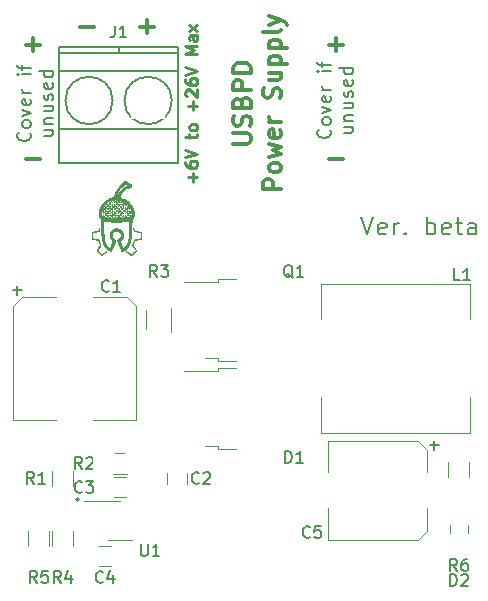
<source format=gto>
G04 #@! TF.FileFunction,Legend,Top*
%FSLAX46Y46*%
G04 Gerber Fmt 4.6, Leading zero omitted, Abs format (unit mm)*
G04 Created by KiCad (PCBNEW 4.0.7-e2-6376~58~ubuntu16.04.1) date Mon Nov  6 15:13:20 2017*
%MOMM*%
%LPD*%
G01*
G04 APERTURE LIST*
%ADD10C,0.100000*%
%ADD11C,0.300000*%
%ADD12C,0.150000*%
%ADD13C,0.200000*%
%ADD14C,0.250000*%
%ADD15C,0.120000*%
%ADD16C,0.010000*%
%ADD17R,2.600000X1.600000*%
%ADD18R,6.800000X6.200000*%
%ADD19R,3.450000X3.150000*%
%ADD20R,10.400000X7.400000*%
%ADD21O,7.250000X4.450000*%
%ADD22C,3.600000*%
%ADD23R,2.900000X4.400000*%
%ADD24R,1.650000X1.900000*%
%ADD25R,1.900000X1.650000*%
%ADD26R,4.400000X2.900000*%
%ADD27R,1.700000X1.900000*%
%ADD28R,2.900000X2.900000*%
%ADD29C,2.900000*%
%ADD30R,3.300000X5.800000*%
%ADD31R,1.900000X1.700000*%
%ADD32R,2.100000X2.400000*%
%ADD33R,1.850000X0.850000*%
G04 APERTURE END LIST*
D10*
D11*
X151827571Y-93054857D02*
X153041857Y-93054857D01*
X153184714Y-92983429D01*
X153256143Y-92912000D01*
X153327571Y-92769143D01*
X153327571Y-92483429D01*
X153256143Y-92340571D01*
X153184714Y-92269143D01*
X153041857Y-92197714D01*
X151827571Y-92197714D01*
X153256143Y-91554857D02*
X153327571Y-91340571D01*
X153327571Y-90983428D01*
X153256143Y-90840571D01*
X153184714Y-90769142D01*
X153041857Y-90697714D01*
X152899000Y-90697714D01*
X152756143Y-90769142D01*
X152684714Y-90840571D01*
X152613286Y-90983428D01*
X152541857Y-91269142D01*
X152470429Y-91412000D01*
X152399000Y-91483428D01*
X152256143Y-91554857D01*
X152113286Y-91554857D01*
X151970429Y-91483428D01*
X151899000Y-91412000D01*
X151827571Y-91269142D01*
X151827571Y-90912000D01*
X151899000Y-90697714D01*
X152541857Y-89554857D02*
X152613286Y-89340571D01*
X152684714Y-89269143D01*
X152827571Y-89197714D01*
X153041857Y-89197714D01*
X153184714Y-89269143D01*
X153256143Y-89340571D01*
X153327571Y-89483429D01*
X153327571Y-90054857D01*
X151827571Y-90054857D01*
X151827571Y-89554857D01*
X151899000Y-89412000D01*
X151970429Y-89340571D01*
X152113286Y-89269143D01*
X152256143Y-89269143D01*
X152399000Y-89340571D01*
X152470429Y-89412000D01*
X152541857Y-89554857D01*
X152541857Y-90054857D01*
X153327571Y-88554857D02*
X151827571Y-88554857D01*
X151827571Y-87983429D01*
X151899000Y-87840571D01*
X151970429Y-87769143D01*
X152113286Y-87697714D01*
X152327571Y-87697714D01*
X152470429Y-87769143D01*
X152541857Y-87840571D01*
X152613286Y-87983429D01*
X152613286Y-88554857D01*
X153327571Y-87054857D02*
X151827571Y-87054857D01*
X151827571Y-86697714D01*
X151899000Y-86483429D01*
X152041857Y-86340571D01*
X152184714Y-86269143D01*
X152470429Y-86197714D01*
X152684714Y-86197714D01*
X152970429Y-86269143D01*
X153113286Y-86340571D01*
X153256143Y-86483429D01*
X153327571Y-86697714D01*
X153327571Y-87054857D01*
X155877571Y-96911999D02*
X154377571Y-96911999D01*
X154377571Y-96340571D01*
X154449000Y-96197713D01*
X154520429Y-96126285D01*
X154663286Y-96054856D01*
X154877571Y-96054856D01*
X155020429Y-96126285D01*
X155091857Y-96197713D01*
X155163286Y-96340571D01*
X155163286Y-96911999D01*
X155877571Y-95197713D02*
X155806143Y-95340571D01*
X155734714Y-95411999D01*
X155591857Y-95483428D01*
X155163286Y-95483428D01*
X155020429Y-95411999D01*
X154949000Y-95340571D01*
X154877571Y-95197713D01*
X154877571Y-94983428D01*
X154949000Y-94840571D01*
X155020429Y-94769142D01*
X155163286Y-94697713D01*
X155591857Y-94697713D01*
X155734714Y-94769142D01*
X155806143Y-94840571D01*
X155877571Y-94983428D01*
X155877571Y-95197713D01*
X154877571Y-94197713D02*
X155877571Y-93911999D01*
X155163286Y-93626285D01*
X155877571Y-93340570D01*
X154877571Y-93054856D01*
X155806143Y-91911999D02*
X155877571Y-92054856D01*
X155877571Y-92340570D01*
X155806143Y-92483427D01*
X155663286Y-92554856D01*
X155091857Y-92554856D01*
X154949000Y-92483427D01*
X154877571Y-92340570D01*
X154877571Y-92054856D01*
X154949000Y-91911999D01*
X155091857Y-91840570D01*
X155234714Y-91840570D01*
X155377571Y-92554856D01*
X155877571Y-91197713D02*
X154877571Y-91197713D01*
X155163286Y-91197713D02*
X155020429Y-91126285D01*
X154949000Y-91054856D01*
X154877571Y-90911999D01*
X154877571Y-90769142D01*
X155806143Y-89197714D02*
X155877571Y-88983428D01*
X155877571Y-88626285D01*
X155806143Y-88483428D01*
X155734714Y-88411999D01*
X155591857Y-88340571D01*
X155449000Y-88340571D01*
X155306143Y-88411999D01*
X155234714Y-88483428D01*
X155163286Y-88626285D01*
X155091857Y-88911999D01*
X155020429Y-89054857D01*
X154949000Y-89126285D01*
X154806143Y-89197714D01*
X154663286Y-89197714D01*
X154520429Y-89126285D01*
X154449000Y-89054857D01*
X154377571Y-88911999D01*
X154377571Y-88554857D01*
X154449000Y-88340571D01*
X154877571Y-87054857D02*
X155877571Y-87054857D01*
X154877571Y-87697714D02*
X155663286Y-87697714D01*
X155806143Y-87626286D01*
X155877571Y-87483428D01*
X155877571Y-87269143D01*
X155806143Y-87126286D01*
X155734714Y-87054857D01*
X154877571Y-86340571D02*
X156377571Y-86340571D01*
X154949000Y-86340571D02*
X154877571Y-86197714D01*
X154877571Y-85912000D01*
X154949000Y-85769143D01*
X155020429Y-85697714D01*
X155163286Y-85626285D01*
X155591857Y-85626285D01*
X155734714Y-85697714D01*
X155806143Y-85769143D01*
X155877571Y-85912000D01*
X155877571Y-86197714D01*
X155806143Y-86340571D01*
X154877571Y-84983428D02*
X156377571Y-84983428D01*
X154949000Y-84983428D02*
X154877571Y-84840571D01*
X154877571Y-84554857D01*
X154949000Y-84412000D01*
X155020429Y-84340571D01*
X155163286Y-84269142D01*
X155591857Y-84269142D01*
X155734714Y-84340571D01*
X155806143Y-84412000D01*
X155877571Y-84554857D01*
X155877571Y-84840571D01*
X155806143Y-84983428D01*
X155877571Y-83411999D02*
X155806143Y-83554857D01*
X155663286Y-83626285D01*
X154377571Y-83626285D01*
X154877571Y-82983428D02*
X155877571Y-82626285D01*
X154877571Y-82269143D02*
X155877571Y-82626285D01*
X156234714Y-82769143D01*
X156306143Y-82840571D01*
X156377571Y-82983428D01*
D12*
X162675715Y-99254571D02*
X163175715Y-100754571D01*
X163675715Y-99254571D01*
X164747143Y-100683143D02*
X164604286Y-100754571D01*
X164318572Y-100754571D01*
X164175715Y-100683143D01*
X164104286Y-100540286D01*
X164104286Y-99968857D01*
X164175715Y-99826000D01*
X164318572Y-99754571D01*
X164604286Y-99754571D01*
X164747143Y-99826000D01*
X164818572Y-99968857D01*
X164818572Y-100111714D01*
X164104286Y-100254571D01*
X165461429Y-100754571D02*
X165461429Y-99754571D01*
X165461429Y-100040286D02*
X165532857Y-99897429D01*
X165604286Y-99826000D01*
X165747143Y-99754571D01*
X165890000Y-99754571D01*
X166390000Y-100611714D02*
X166461428Y-100683143D01*
X166390000Y-100754571D01*
X166318571Y-100683143D01*
X166390000Y-100611714D01*
X166390000Y-100754571D01*
X168247143Y-100754571D02*
X168247143Y-99254571D01*
X168247143Y-99826000D02*
X168390000Y-99754571D01*
X168675714Y-99754571D01*
X168818571Y-99826000D01*
X168890000Y-99897429D01*
X168961429Y-100040286D01*
X168961429Y-100468857D01*
X168890000Y-100611714D01*
X168818571Y-100683143D01*
X168675714Y-100754571D01*
X168390000Y-100754571D01*
X168247143Y-100683143D01*
X170175714Y-100683143D02*
X170032857Y-100754571D01*
X169747143Y-100754571D01*
X169604286Y-100683143D01*
X169532857Y-100540286D01*
X169532857Y-99968857D01*
X169604286Y-99826000D01*
X169747143Y-99754571D01*
X170032857Y-99754571D01*
X170175714Y-99826000D01*
X170247143Y-99968857D01*
X170247143Y-100111714D01*
X169532857Y-100254571D01*
X170675714Y-99754571D02*
X171247143Y-99754571D01*
X170890000Y-99254571D02*
X170890000Y-100540286D01*
X170961428Y-100683143D01*
X171104286Y-100754571D01*
X171247143Y-100754571D01*
X172390000Y-100754571D02*
X172390000Y-99968857D01*
X172318571Y-99826000D01*
X172175714Y-99754571D01*
X171890000Y-99754571D01*
X171747143Y-99826000D01*
X172390000Y-100683143D02*
X172247143Y-100754571D01*
X171890000Y-100754571D01*
X171747143Y-100683143D01*
X171675714Y-100540286D01*
X171675714Y-100397429D01*
X171747143Y-100254571D01*
X171890000Y-100183143D01*
X172247143Y-100183143D01*
X172390000Y-100111714D01*
D13*
X138811000Y-123190000D02*
G75*
G03X138811000Y-123190000I-127000J0D01*
G01*
D11*
X138874572Y-83165143D02*
X140017429Y-83165143D01*
X143954572Y-83165143D02*
X145097429Y-83165143D01*
X144526000Y-83736571D02*
X144526000Y-82593714D01*
D12*
X134603964Y-92138499D02*
X134658393Y-92192928D01*
X134712821Y-92356214D01*
X134712821Y-92465071D01*
X134658393Y-92628356D01*
X134549536Y-92737214D01*
X134440679Y-92791642D01*
X134222964Y-92846071D01*
X134059679Y-92846071D01*
X133841964Y-92791642D01*
X133733107Y-92737214D01*
X133624250Y-92628356D01*
X133569821Y-92465071D01*
X133569821Y-92356214D01*
X133624250Y-92192928D01*
X133678679Y-92138499D01*
X134712821Y-91485356D02*
X134658393Y-91594214D01*
X134603964Y-91648642D01*
X134495107Y-91703071D01*
X134168536Y-91703071D01*
X134059679Y-91648642D01*
X134005250Y-91594214D01*
X133950821Y-91485356D01*
X133950821Y-91322071D01*
X134005250Y-91213214D01*
X134059679Y-91158785D01*
X134168536Y-91104356D01*
X134495107Y-91104356D01*
X134603964Y-91158785D01*
X134658393Y-91213214D01*
X134712821Y-91322071D01*
X134712821Y-91485356D01*
X133950821Y-90723356D02*
X134712821Y-90451213D01*
X133950821Y-90179071D01*
X134658393Y-89308214D02*
X134712821Y-89417071D01*
X134712821Y-89634785D01*
X134658393Y-89743642D01*
X134549536Y-89798071D01*
X134114107Y-89798071D01*
X134005250Y-89743642D01*
X133950821Y-89634785D01*
X133950821Y-89417071D01*
X134005250Y-89308214D01*
X134114107Y-89253785D01*
X134222964Y-89253785D01*
X134331821Y-89798071D01*
X134712821Y-88763928D02*
X133950821Y-88763928D01*
X134168536Y-88763928D02*
X134059679Y-88709500D01*
X134005250Y-88655071D01*
X133950821Y-88546214D01*
X133950821Y-88437357D01*
X134712821Y-87185500D02*
X133950821Y-87185500D01*
X133569821Y-87185500D02*
X133624250Y-87239929D01*
X133678679Y-87185500D01*
X133624250Y-87131072D01*
X133569821Y-87185500D01*
X133678679Y-87185500D01*
X133950821Y-86804500D02*
X133950821Y-86369071D01*
X134712821Y-86641214D02*
X133733107Y-86641214D01*
X133624250Y-86586786D01*
X133569821Y-86477928D01*
X133569821Y-86369071D01*
X135815321Y-91920786D02*
X136577321Y-91920786D01*
X135815321Y-92410643D02*
X136414036Y-92410643D01*
X136522893Y-92356215D01*
X136577321Y-92247357D01*
X136577321Y-92084072D01*
X136522893Y-91975215D01*
X136468464Y-91920786D01*
X135815321Y-91376500D02*
X136577321Y-91376500D01*
X135924179Y-91376500D02*
X135869750Y-91322072D01*
X135815321Y-91213214D01*
X135815321Y-91049929D01*
X135869750Y-90941072D01*
X135978607Y-90886643D01*
X136577321Y-90886643D01*
X135815321Y-89852500D02*
X136577321Y-89852500D01*
X135815321Y-90342357D02*
X136414036Y-90342357D01*
X136522893Y-90287929D01*
X136577321Y-90179071D01*
X136577321Y-90015786D01*
X136522893Y-89906929D01*
X136468464Y-89852500D01*
X136522893Y-89362643D02*
X136577321Y-89253786D01*
X136577321Y-89036071D01*
X136522893Y-88927214D01*
X136414036Y-88872786D01*
X136359607Y-88872786D01*
X136250750Y-88927214D01*
X136196321Y-89036071D01*
X136196321Y-89199357D01*
X136141893Y-89308214D01*
X136033036Y-89362643D01*
X135978607Y-89362643D01*
X135869750Y-89308214D01*
X135815321Y-89199357D01*
X135815321Y-89036071D01*
X135869750Y-88927214D01*
X136522893Y-87947500D02*
X136577321Y-88056357D01*
X136577321Y-88274071D01*
X136522893Y-88382928D01*
X136414036Y-88437357D01*
X135978607Y-88437357D01*
X135869750Y-88382928D01*
X135815321Y-88274071D01*
X135815321Y-88056357D01*
X135869750Y-87947500D01*
X135978607Y-87893071D01*
X136087464Y-87893071D01*
X136196321Y-88437357D01*
X136577321Y-86913357D02*
X135434321Y-86913357D01*
X136522893Y-86913357D02*
X136577321Y-87022214D01*
X136577321Y-87239928D01*
X136522893Y-87348786D01*
X136468464Y-87403214D01*
X136359607Y-87457643D01*
X136033036Y-87457643D01*
X135924179Y-87403214D01*
X135869750Y-87348786D01*
X135815321Y-87239928D01*
X135815321Y-87022214D01*
X135869750Y-86913357D01*
D14*
X148407429Y-96281905D02*
X148407429Y-95520000D01*
X148788381Y-95900952D02*
X148026476Y-95900952D01*
X147788381Y-94615238D02*
X147788381Y-94805715D01*
X147836000Y-94900953D01*
X147883619Y-94948572D01*
X148026476Y-95043810D01*
X148216952Y-95091429D01*
X148597905Y-95091429D01*
X148693143Y-95043810D01*
X148740762Y-94996191D01*
X148788381Y-94900953D01*
X148788381Y-94710476D01*
X148740762Y-94615238D01*
X148693143Y-94567619D01*
X148597905Y-94520000D01*
X148359810Y-94520000D01*
X148264571Y-94567619D01*
X148216952Y-94615238D01*
X148169333Y-94710476D01*
X148169333Y-94900953D01*
X148216952Y-94996191D01*
X148264571Y-95043810D01*
X148359810Y-95091429D01*
X147788381Y-94234286D02*
X148788381Y-93900953D01*
X147788381Y-93567619D01*
X148121714Y-92615238D02*
X148121714Y-92234286D01*
X147788381Y-92472381D02*
X148645524Y-92472381D01*
X148740762Y-92424762D01*
X148788381Y-92329524D01*
X148788381Y-92234286D01*
X148788381Y-91758095D02*
X148740762Y-91853333D01*
X148693143Y-91900952D01*
X148597905Y-91948571D01*
X148312190Y-91948571D01*
X148216952Y-91900952D01*
X148169333Y-91853333D01*
X148121714Y-91758095D01*
X148121714Y-91615237D01*
X148169333Y-91519999D01*
X148216952Y-91472380D01*
X148312190Y-91424761D01*
X148597905Y-91424761D01*
X148693143Y-91472380D01*
X148740762Y-91519999D01*
X148788381Y-91615237D01*
X148788381Y-91758095D01*
X148407429Y-90234285D02*
X148407429Y-89472380D01*
X148788381Y-89853332D02*
X148026476Y-89853332D01*
X147883619Y-89043809D02*
X147836000Y-88996190D01*
X147788381Y-88900952D01*
X147788381Y-88662856D01*
X147836000Y-88567618D01*
X147883619Y-88519999D01*
X147978857Y-88472380D01*
X148074095Y-88472380D01*
X148216952Y-88519999D01*
X148788381Y-89091428D01*
X148788381Y-88472380D01*
X147788381Y-87615237D02*
X147788381Y-87805714D01*
X147836000Y-87900952D01*
X147883619Y-87948571D01*
X148026476Y-88043809D01*
X148216952Y-88091428D01*
X148597905Y-88091428D01*
X148693143Y-88043809D01*
X148740762Y-87996190D01*
X148788381Y-87900952D01*
X148788381Y-87710475D01*
X148740762Y-87615237D01*
X148693143Y-87567618D01*
X148597905Y-87519999D01*
X148359810Y-87519999D01*
X148264571Y-87567618D01*
X148216952Y-87615237D01*
X148169333Y-87710475D01*
X148169333Y-87900952D01*
X148216952Y-87996190D01*
X148264571Y-88043809D01*
X148359810Y-88091428D01*
X147788381Y-87234285D02*
X148788381Y-86900952D01*
X147788381Y-86567618D01*
X148788381Y-85472380D02*
X147788381Y-85472380D01*
X148502667Y-85139046D01*
X147788381Y-84805713D01*
X148788381Y-84805713D01*
X148788381Y-83900951D02*
X148264571Y-83900951D01*
X148169333Y-83948570D01*
X148121714Y-84043808D01*
X148121714Y-84234285D01*
X148169333Y-84329523D01*
X148740762Y-83900951D02*
X148788381Y-83996189D01*
X148788381Y-84234285D01*
X148740762Y-84329523D01*
X148645524Y-84377142D01*
X148550286Y-84377142D01*
X148455048Y-84329523D01*
X148407429Y-84234285D01*
X148407429Y-83996189D01*
X148359810Y-83900951D01*
X148788381Y-83519999D02*
X148121714Y-82996189D01*
X148121714Y-83519999D02*
X148788381Y-82996189D01*
D12*
X160003964Y-91884499D02*
X160058393Y-91938928D01*
X160112821Y-92102214D01*
X160112821Y-92211071D01*
X160058393Y-92374356D01*
X159949536Y-92483214D01*
X159840679Y-92537642D01*
X159622964Y-92592071D01*
X159459679Y-92592071D01*
X159241964Y-92537642D01*
X159133107Y-92483214D01*
X159024250Y-92374356D01*
X158969821Y-92211071D01*
X158969821Y-92102214D01*
X159024250Y-91938928D01*
X159078679Y-91884499D01*
X160112821Y-91231356D02*
X160058393Y-91340214D01*
X160003964Y-91394642D01*
X159895107Y-91449071D01*
X159568536Y-91449071D01*
X159459679Y-91394642D01*
X159405250Y-91340214D01*
X159350821Y-91231356D01*
X159350821Y-91068071D01*
X159405250Y-90959214D01*
X159459679Y-90904785D01*
X159568536Y-90850356D01*
X159895107Y-90850356D01*
X160003964Y-90904785D01*
X160058393Y-90959214D01*
X160112821Y-91068071D01*
X160112821Y-91231356D01*
X159350821Y-90469356D02*
X160112821Y-90197213D01*
X159350821Y-89925071D01*
X160058393Y-89054214D02*
X160112821Y-89163071D01*
X160112821Y-89380785D01*
X160058393Y-89489642D01*
X159949536Y-89544071D01*
X159514107Y-89544071D01*
X159405250Y-89489642D01*
X159350821Y-89380785D01*
X159350821Y-89163071D01*
X159405250Y-89054214D01*
X159514107Y-88999785D01*
X159622964Y-88999785D01*
X159731821Y-89544071D01*
X160112821Y-88509928D02*
X159350821Y-88509928D01*
X159568536Y-88509928D02*
X159459679Y-88455500D01*
X159405250Y-88401071D01*
X159350821Y-88292214D01*
X159350821Y-88183357D01*
X160112821Y-86931500D02*
X159350821Y-86931500D01*
X158969821Y-86931500D02*
X159024250Y-86985929D01*
X159078679Y-86931500D01*
X159024250Y-86877072D01*
X158969821Y-86931500D01*
X159078679Y-86931500D01*
X159350821Y-86550500D02*
X159350821Y-86115071D01*
X160112821Y-86387214D02*
X159133107Y-86387214D01*
X159024250Y-86332786D01*
X158969821Y-86223928D01*
X158969821Y-86115071D01*
X161215321Y-91666786D02*
X161977321Y-91666786D01*
X161215321Y-92156643D02*
X161814036Y-92156643D01*
X161922893Y-92102215D01*
X161977321Y-91993357D01*
X161977321Y-91830072D01*
X161922893Y-91721215D01*
X161868464Y-91666786D01*
X161215321Y-91122500D02*
X161977321Y-91122500D01*
X161324179Y-91122500D02*
X161269750Y-91068072D01*
X161215321Y-90959214D01*
X161215321Y-90795929D01*
X161269750Y-90687072D01*
X161378607Y-90632643D01*
X161977321Y-90632643D01*
X161215321Y-89598500D02*
X161977321Y-89598500D01*
X161215321Y-90088357D02*
X161814036Y-90088357D01*
X161922893Y-90033929D01*
X161977321Y-89925071D01*
X161977321Y-89761786D01*
X161922893Y-89652929D01*
X161868464Y-89598500D01*
X161922893Y-89108643D02*
X161977321Y-88999786D01*
X161977321Y-88782071D01*
X161922893Y-88673214D01*
X161814036Y-88618786D01*
X161759607Y-88618786D01*
X161650750Y-88673214D01*
X161596321Y-88782071D01*
X161596321Y-88945357D01*
X161541893Y-89054214D01*
X161433036Y-89108643D01*
X161378607Y-89108643D01*
X161269750Y-89054214D01*
X161215321Y-88945357D01*
X161215321Y-88782071D01*
X161269750Y-88673214D01*
X161922893Y-87693500D02*
X161977321Y-87802357D01*
X161977321Y-88020071D01*
X161922893Y-88128928D01*
X161814036Y-88183357D01*
X161378607Y-88183357D01*
X161269750Y-88128928D01*
X161215321Y-88020071D01*
X161215321Y-87802357D01*
X161269750Y-87693500D01*
X161378607Y-87639071D01*
X161487464Y-87639071D01*
X161596321Y-88183357D01*
X161977321Y-86659357D02*
X160834321Y-86659357D01*
X161922893Y-86659357D02*
X161977321Y-86768214D01*
X161977321Y-86985928D01*
X161922893Y-87094786D01*
X161868464Y-87149214D01*
X161759607Y-87203643D01*
X161433036Y-87203643D01*
X161324179Y-87149214D01*
X161269750Y-87094786D01*
X161215321Y-86985928D01*
X161215321Y-86768214D01*
X161269750Y-86659357D01*
D11*
X134302572Y-94341143D02*
X135445429Y-94341143D01*
X134302572Y-84689143D02*
X135445429Y-84689143D01*
X134874000Y-85260571D02*
X134874000Y-84117714D01*
X159956572Y-94341143D02*
X161099429Y-94341143D01*
X159956572Y-84689143D02*
X161099429Y-84689143D01*
X160528000Y-85260571D02*
X160528000Y-84117714D01*
D15*
X152030000Y-112050000D02*
X150530000Y-112050000D01*
X150530000Y-112050000D02*
X150530000Y-112320000D01*
X150530000Y-112320000D02*
X147700000Y-112320000D01*
X152030000Y-118950000D02*
X150530000Y-118950000D01*
X150530000Y-118950000D02*
X150530000Y-118680000D01*
X150530000Y-118680000D02*
X149430000Y-118680000D01*
X152030000Y-104550000D02*
X150530000Y-104550000D01*
X150530000Y-104550000D02*
X150530000Y-104820000D01*
X150530000Y-104820000D02*
X147700000Y-104820000D01*
X152030000Y-111450000D02*
X150530000Y-111450000D01*
X150530000Y-111450000D02*
X150530000Y-111180000D01*
X150530000Y-111180000D02*
X149430000Y-111180000D01*
D16*
G36*
X140511654Y-100228364D02*
X140512155Y-100243820D01*
X140511881Y-100256867D01*
X140510272Y-100269341D01*
X140506768Y-100283078D01*
X140500806Y-100299914D01*
X140491828Y-100321686D01*
X140479271Y-100350230D01*
X140464188Y-100383803D01*
X140449530Y-100415158D01*
X140437892Y-100437167D01*
X140428506Y-100451118D01*
X140420603Y-100458299D01*
X140419377Y-100458928D01*
X140412402Y-100461757D01*
X140403105Y-100464790D01*
X140390511Y-100468238D01*
X140373642Y-100472309D01*
X140351523Y-100477216D01*
X140323177Y-100483166D01*
X140287629Y-100490371D01*
X140243903Y-100499041D01*
X140191021Y-100509385D01*
X140128978Y-100521427D01*
X140081326Y-100530702D01*
X140036410Y-100539539D01*
X139995620Y-100547659D01*
X139960351Y-100554779D01*
X139931991Y-100560620D01*
X139911935Y-100564899D01*
X139901573Y-100567336D01*
X139901568Y-100567337D01*
X139880181Y-100573364D01*
X139881813Y-100823750D01*
X139882223Y-100875838D01*
X139882743Y-100924403D01*
X139883351Y-100968292D01*
X139884023Y-101006349D01*
X139884737Y-101037420D01*
X139885471Y-101060352D01*
X139886204Y-101073988D01*
X139886722Y-101077409D01*
X139893265Y-101079778D01*
X139910013Y-101083939D01*
X139937099Y-101089919D01*
X139974655Y-101097746D01*
X140022813Y-101107447D01*
X140081705Y-101119048D01*
X140151464Y-101132577D01*
X140221447Y-101146003D01*
X140263683Y-101154247D01*
X140302957Y-101162245D01*
X140337712Y-101169652D01*
X140366391Y-101176127D01*
X140387435Y-101181326D01*
X140399288Y-101184905D01*
X140400537Y-101185457D01*
X140408225Y-101191212D01*
X140416664Y-101201373D01*
X140426316Y-101216868D01*
X140437642Y-101238625D01*
X140451104Y-101267572D01*
X140467165Y-101304638D01*
X140486287Y-101350751D01*
X140501508Y-101388334D01*
X140525614Y-101448699D01*
X140545500Y-101499491D01*
X140561444Y-101541491D01*
X140573721Y-101575480D01*
X140582606Y-101602239D01*
X140588377Y-101622550D01*
X140591308Y-101637196D01*
X140591822Y-101644034D01*
X140590829Y-101653875D01*
X140587489Y-101665641D01*
X140581261Y-101680253D01*
X140571603Y-101698635D01*
X140557975Y-101721709D01*
X140539834Y-101750398D01*
X140516641Y-101785624D01*
X140487853Y-101828311D01*
X140458729Y-101870934D01*
X140434319Y-101906533D01*
X140409746Y-101942406D01*
X140386470Y-101976422D01*
X140365949Y-102006447D01*
X140349640Y-102030352D01*
X140343587Y-102039245D01*
X140307833Y-102091845D01*
X140349595Y-102135200D01*
X140386908Y-102173766D01*
X140425372Y-102213209D01*
X140463865Y-102252404D01*
X140501263Y-102290222D01*
X140536444Y-102325538D01*
X140568285Y-102357223D01*
X140595663Y-102384151D01*
X140617456Y-102405194D01*
X140632498Y-102419189D01*
X140670352Y-102453037D01*
X140858276Y-102326414D01*
X140914460Y-102288679D01*
X140961958Y-102257059D01*
X141001332Y-102231196D01*
X141033148Y-102210734D01*
X141057969Y-102195318D01*
X141076359Y-102184590D01*
X141088882Y-102178195D01*
X141096102Y-102175775D01*
X141096775Y-102175734D01*
X141098720Y-102180670D01*
X141099369Y-102192694D01*
X141099342Y-102194078D01*
X141098858Y-102199236D01*
X141097072Y-102204312D01*
X141093054Y-102210029D01*
X141085874Y-102217112D01*
X141074601Y-102226287D01*
X141058305Y-102238277D01*
X141036056Y-102253806D01*
X141006924Y-102273600D01*
X140969978Y-102298383D01*
X140938100Y-102319667D01*
X140878762Y-102359217D01*
X140828166Y-102392858D01*
X140785693Y-102420991D01*
X140750724Y-102444018D01*
X140722642Y-102462341D01*
X140700828Y-102476360D01*
X140684662Y-102486477D01*
X140673527Y-102493095D01*
X140666803Y-102496613D01*
X140664128Y-102497467D01*
X140658709Y-102493759D01*
X140646500Y-102483442D01*
X140628857Y-102467722D01*
X140607136Y-102447809D01*
X140582690Y-102424909D01*
X140581830Y-102424096D01*
X140557859Y-102401053D01*
X140530246Y-102373927D01*
X140499964Y-102343726D01*
X140467987Y-102311461D01*
X140435288Y-102278141D01*
X140402839Y-102244774D01*
X140371614Y-102212372D01*
X140342586Y-102181943D01*
X140316728Y-102154497D01*
X140295012Y-102131044D01*
X140278413Y-102112592D01*
X140267903Y-102100152D01*
X140264445Y-102094823D01*
X140267493Y-102088562D01*
X140276034Y-102074407D01*
X140289168Y-102053764D01*
X140305989Y-102028041D01*
X140325597Y-101998644D01*
X140336411Y-101982644D01*
X140381821Y-101915664D01*
X140421154Y-101857455D01*
X140454748Y-101807499D01*
X140482942Y-101765279D01*
X140506075Y-101730278D01*
X140524484Y-101701977D01*
X140538509Y-101679858D01*
X140548487Y-101663405D01*
X140554758Y-101652099D01*
X140557659Y-101645424D01*
X140557956Y-101643792D01*
X140555830Y-101634124D01*
X140549847Y-101615547D01*
X140540595Y-101589527D01*
X140528666Y-101557530D01*
X140514649Y-101521024D01*
X140499135Y-101481474D01*
X140482713Y-101440347D01*
X140465973Y-101399109D01*
X140449506Y-101359227D01*
X140433902Y-101322167D01*
X140419750Y-101289396D01*
X140407641Y-101262380D01*
X140398164Y-101242585D01*
X140392241Y-101231956D01*
X140390032Y-101228270D01*
X140388297Y-101225139D01*
X140386226Y-101222370D01*
X140383013Y-101219770D01*
X140377850Y-101217148D01*
X140369928Y-101214310D01*
X140358441Y-101211064D01*
X140342580Y-101207217D01*
X140321538Y-101202577D01*
X140294507Y-101196951D01*
X140260680Y-101190147D01*
X140219248Y-101181972D01*
X140169404Y-101172233D01*
X140110340Y-101160737D01*
X140041248Y-101147293D01*
X140018911Y-101142942D01*
X139977434Y-101134634D01*
X139939894Y-101126681D01*
X139907736Y-101119421D01*
X139882402Y-101113191D01*
X139865333Y-101108330D01*
X139858045Y-101105248D01*
X139855872Y-101097702D01*
X139853904Y-101080251D01*
X139852150Y-101054242D01*
X139850618Y-101021020D01*
X139849317Y-100981931D01*
X139848257Y-100938321D01*
X139847445Y-100891536D01*
X139846890Y-100842921D01*
X139846603Y-100793821D01*
X139846590Y-100745584D01*
X139846862Y-100699554D01*
X139847427Y-100657077D01*
X139848294Y-100619499D01*
X139849471Y-100588166D01*
X139850968Y-100564423D01*
X139852793Y-100549617D01*
X139854370Y-100545196D01*
X139862701Y-100541851D01*
X139881506Y-100536689D01*
X139910140Y-100529846D01*
X139947957Y-100521463D01*
X139994314Y-100511676D01*
X140048565Y-100500625D01*
X140110067Y-100488447D01*
X140178173Y-100475282D01*
X140196711Y-100471747D01*
X140233165Y-100464704D01*
X140270815Y-100457242D01*
X140306082Y-100450081D01*
X140335382Y-100443944D01*
X140345327Y-100441784D01*
X140400810Y-100429533D01*
X140419142Y-100392467D01*
X140427937Y-100373983D01*
X140439829Y-100348011D01*
X140453509Y-100317459D01*
X140467668Y-100285232D01*
X140473726Y-100271239D01*
X140509978Y-100187077D01*
X140511654Y-100228364D01*
X140511654Y-100228364D01*
G37*
X140511654Y-100228364D02*
X140512155Y-100243820D01*
X140511881Y-100256867D01*
X140510272Y-100269341D01*
X140506768Y-100283078D01*
X140500806Y-100299914D01*
X140491828Y-100321686D01*
X140479271Y-100350230D01*
X140464188Y-100383803D01*
X140449530Y-100415158D01*
X140437892Y-100437167D01*
X140428506Y-100451118D01*
X140420603Y-100458299D01*
X140419377Y-100458928D01*
X140412402Y-100461757D01*
X140403105Y-100464790D01*
X140390511Y-100468238D01*
X140373642Y-100472309D01*
X140351523Y-100477216D01*
X140323177Y-100483166D01*
X140287629Y-100490371D01*
X140243903Y-100499041D01*
X140191021Y-100509385D01*
X140128978Y-100521427D01*
X140081326Y-100530702D01*
X140036410Y-100539539D01*
X139995620Y-100547659D01*
X139960351Y-100554779D01*
X139931991Y-100560620D01*
X139911935Y-100564899D01*
X139901573Y-100567336D01*
X139901568Y-100567337D01*
X139880181Y-100573364D01*
X139881813Y-100823750D01*
X139882223Y-100875838D01*
X139882743Y-100924403D01*
X139883351Y-100968292D01*
X139884023Y-101006349D01*
X139884737Y-101037420D01*
X139885471Y-101060352D01*
X139886204Y-101073988D01*
X139886722Y-101077409D01*
X139893265Y-101079778D01*
X139910013Y-101083939D01*
X139937099Y-101089919D01*
X139974655Y-101097746D01*
X140022813Y-101107447D01*
X140081705Y-101119048D01*
X140151464Y-101132577D01*
X140221447Y-101146003D01*
X140263683Y-101154247D01*
X140302957Y-101162245D01*
X140337712Y-101169652D01*
X140366391Y-101176127D01*
X140387435Y-101181326D01*
X140399288Y-101184905D01*
X140400537Y-101185457D01*
X140408225Y-101191212D01*
X140416664Y-101201373D01*
X140426316Y-101216868D01*
X140437642Y-101238625D01*
X140451104Y-101267572D01*
X140467165Y-101304638D01*
X140486287Y-101350751D01*
X140501508Y-101388334D01*
X140525614Y-101448699D01*
X140545500Y-101499491D01*
X140561444Y-101541491D01*
X140573721Y-101575480D01*
X140582606Y-101602239D01*
X140588377Y-101622550D01*
X140591308Y-101637196D01*
X140591822Y-101644034D01*
X140590829Y-101653875D01*
X140587489Y-101665641D01*
X140581261Y-101680253D01*
X140571603Y-101698635D01*
X140557975Y-101721709D01*
X140539834Y-101750398D01*
X140516641Y-101785624D01*
X140487853Y-101828311D01*
X140458729Y-101870934D01*
X140434319Y-101906533D01*
X140409746Y-101942406D01*
X140386470Y-101976422D01*
X140365949Y-102006447D01*
X140349640Y-102030352D01*
X140343587Y-102039245D01*
X140307833Y-102091845D01*
X140349595Y-102135200D01*
X140386908Y-102173766D01*
X140425372Y-102213209D01*
X140463865Y-102252404D01*
X140501263Y-102290222D01*
X140536444Y-102325538D01*
X140568285Y-102357223D01*
X140595663Y-102384151D01*
X140617456Y-102405194D01*
X140632498Y-102419189D01*
X140670352Y-102453037D01*
X140858276Y-102326414D01*
X140914460Y-102288679D01*
X140961958Y-102257059D01*
X141001332Y-102231196D01*
X141033148Y-102210734D01*
X141057969Y-102195318D01*
X141076359Y-102184590D01*
X141088882Y-102178195D01*
X141096102Y-102175775D01*
X141096775Y-102175734D01*
X141098720Y-102180670D01*
X141099369Y-102192694D01*
X141099342Y-102194078D01*
X141098858Y-102199236D01*
X141097072Y-102204312D01*
X141093054Y-102210029D01*
X141085874Y-102217112D01*
X141074601Y-102226287D01*
X141058305Y-102238277D01*
X141036056Y-102253806D01*
X141006924Y-102273600D01*
X140969978Y-102298383D01*
X140938100Y-102319667D01*
X140878762Y-102359217D01*
X140828166Y-102392858D01*
X140785693Y-102420991D01*
X140750724Y-102444018D01*
X140722642Y-102462341D01*
X140700828Y-102476360D01*
X140684662Y-102486477D01*
X140673527Y-102493095D01*
X140666803Y-102496613D01*
X140664128Y-102497467D01*
X140658709Y-102493759D01*
X140646500Y-102483442D01*
X140628857Y-102467722D01*
X140607136Y-102447809D01*
X140582690Y-102424909D01*
X140581830Y-102424096D01*
X140557859Y-102401053D01*
X140530246Y-102373927D01*
X140499964Y-102343726D01*
X140467987Y-102311461D01*
X140435288Y-102278141D01*
X140402839Y-102244774D01*
X140371614Y-102212372D01*
X140342586Y-102181943D01*
X140316728Y-102154497D01*
X140295012Y-102131044D01*
X140278413Y-102112592D01*
X140267903Y-102100152D01*
X140264445Y-102094823D01*
X140267493Y-102088562D01*
X140276034Y-102074407D01*
X140289168Y-102053764D01*
X140305989Y-102028041D01*
X140325597Y-101998644D01*
X140336411Y-101982644D01*
X140381821Y-101915664D01*
X140421154Y-101857455D01*
X140454748Y-101807499D01*
X140482942Y-101765279D01*
X140506075Y-101730278D01*
X140524484Y-101701977D01*
X140538509Y-101679858D01*
X140548487Y-101663405D01*
X140554758Y-101652099D01*
X140557659Y-101645424D01*
X140557956Y-101643792D01*
X140555830Y-101634124D01*
X140549847Y-101615547D01*
X140540595Y-101589527D01*
X140528666Y-101557530D01*
X140514649Y-101521024D01*
X140499135Y-101481474D01*
X140482713Y-101440347D01*
X140465973Y-101399109D01*
X140449506Y-101359227D01*
X140433902Y-101322167D01*
X140419750Y-101289396D01*
X140407641Y-101262380D01*
X140398164Y-101242585D01*
X140392241Y-101231956D01*
X140390032Y-101228270D01*
X140388297Y-101225139D01*
X140386226Y-101222370D01*
X140383013Y-101219770D01*
X140377850Y-101217148D01*
X140369928Y-101214310D01*
X140358441Y-101211064D01*
X140342580Y-101207217D01*
X140321538Y-101202577D01*
X140294507Y-101196951D01*
X140260680Y-101190147D01*
X140219248Y-101181972D01*
X140169404Y-101172233D01*
X140110340Y-101160737D01*
X140041248Y-101147293D01*
X140018911Y-101142942D01*
X139977434Y-101134634D01*
X139939894Y-101126681D01*
X139907736Y-101119421D01*
X139882402Y-101113191D01*
X139865333Y-101108330D01*
X139858045Y-101105248D01*
X139855872Y-101097702D01*
X139853904Y-101080251D01*
X139852150Y-101054242D01*
X139850618Y-101021020D01*
X139849317Y-100981931D01*
X139848257Y-100938321D01*
X139847445Y-100891536D01*
X139846890Y-100842921D01*
X139846603Y-100793821D01*
X139846590Y-100745584D01*
X139846862Y-100699554D01*
X139847427Y-100657077D01*
X139848294Y-100619499D01*
X139849471Y-100588166D01*
X139850968Y-100564423D01*
X139852793Y-100549617D01*
X139854370Y-100545196D01*
X139862701Y-100541851D01*
X139881506Y-100536689D01*
X139910140Y-100529846D01*
X139947957Y-100521463D01*
X139994314Y-100511676D01*
X140048565Y-100500625D01*
X140110067Y-100488447D01*
X140178173Y-100475282D01*
X140196711Y-100471747D01*
X140233165Y-100464704D01*
X140270815Y-100457242D01*
X140306082Y-100450081D01*
X140335382Y-100443944D01*
X140345327Y-100441784D01*
X140400810Y-100429533D01*
X140419142Y-100392467D01*
X140427937Y-100373983D01*
X140439829Y-100348011D01*
X140453509Y-100317459D01*
X140467668Y-100285232D01*
X140473726Y-100271239D01*
X140509978Y-100187077D01*
X140511654Y-100228364D01*
G36*
X143393488Y-100256622D02*
X143413908Y-100303426D01*
X143430503Y-100340900D01*
X143443830Y-100370117D01*
X143454446Y-100392151D01*
X143462908Y-100408077D01*
X143469772Y-100418968D01*
X143475596Y-100425897D01*
X143480936Y-100429939D01*
X143484130Y-100431421D01*
X143493083Y-100433814D01*
X143511663Y-100438013D01*
X143538408Y-100443713D01*
X143571856Y-100450612D01*
X143610543Y-100458406D01*
X143653008Y-100466790D01*
X143674997Y-100471070D01*
X143746565Y-100484997D01*
X143807783Y-100497068D01*
X143859404Y-100507453D01*
X143902182Y-100516325D01*
X143936873Y-100523853D01*
X143964231Y-100530210D01*
X143985010Y-100535566D01*
X143999965Y-100540093D01*
X144009850Y-100543961D01*
X144015419Y-100547342D01*
X144016589Y-100548573D01*
X144018350Y-100553558D01*
X144019817Y-100563956D01*
X144021012Y-100580554D01*
X144021956Y-100604138D01*
X144022668Y-100635495D01*
X144023171Y-100675411D01*
X144023484Y-100724671D01*
X144023629Y-100784062D01*
X144023645Y-100815796D01*
X144023569Y-100869303D01*
X144023352Y-100919824D01*
X144023010Y-100966136D01*
X144022559Y-101007017D01*
X144022013Y-101041246D01*
X144021389Y-101067599D01*
X144020702Y-101084856D01*
X144020123Y-101091265D01*
X144018853Y-101097274D01*
X144016905Y-101102179D01*
X144013056Y-101106366D01*
X144006082Y-101110223D01*
X143994761Y-101114137D01*
X143977871Y-101118494D01*
X143954187Y-101123682D01*
X143922488Y-101130087D01*
X143881550Y-101138097D01*
X143857134Y-101142845D01*
X143780019Y-101157898D01*
X143713472Y-101171015D01*
X143656961Y-101182308D01*
X143609952Y-101191887D01*
X143571913Y-101199866D01*
X143542310Y-101206354D01*
X143520610Y-101211465D01*
X143506280Y-101215310D01*
X143499039Y-101217877D01*
X143492918Y-101221882D01*
X143486535Y-101228684D01*
X143479382Y-101239320D01*
X143470948Y-101254824D01*
X143460726Y-101276232D01*
X143448207Y-101304579D01*
X143432881Y-101340902D01*
X143414241Y-101386236D01*
X143404206Y-101410911D01*
X143379002Y-101473578D01*
X143358305Y-101526234D01*
X143342010Y-101569169D01*
X143330009Y-101602675D01*
X143322196Y-101627043D01*
X143318465Y-101642565D01*
X143318089Y-101646642D01*
X143321157Y-101653710D01*
X143329941Y-101669127D01*
X143343814Y-101691904D01*
X143362148Y-101721052D01*
X143384315Y-101755583D01*
X143409686Y-101794507D01*
X143437635Y-101836836D01*
X143463215Y-101875151D01*
X143497177Y-101925801D01*
X143525338Y-101967934D01*
X143548201Y-102002398D01*
X143566270Y-102030041D01*
X143580048Y-102051712D01*
X143590040Y-102068257D01*
X143596747Y-102080524D01*
X143600675Y-102089361D01*
X143602326Y-102095617D01*
X143602204Y-102100138D01*
X143600813Y-102103772D01*
X143599922Y-102105320D01*
X143592204Y-102115494D01*
X143577792Y-102132019D01*
X143557641Y-102153945D01*
X143532705Y-102180318D01*
X143503939Y-102210187D01*
X143472297Y-102242599D01*
X143438732Y-102276604D01*
X143404201Y-102311248D01*
X143369656Y-102345580D01*
X143336053Y-102378648D01*
X143304344Y-102409500D01*
X143275486Y-102437184D01*
X143250432Y-102460748D01*
X143230137Y-102479240D01*
X143215554Y-102491707D01*
X143207639Y-102497199D01*
X143206896Y-102497377D01*
X143201377Y-102494308D01*
X143187521Y-102485585D01*
X143166344Y-102471877D01*
X143138863Y-102453851D01*
X143106094Y-102432176D01*
X143069053Y-102407518D01*
X143028756Y-102380546D01*
X143013289Y-102370156D01*
X142970821Y-102341673D01*
X142930190Y-102314552D01*
X142892595Y-102289585D01*
X142859239Y-102267566D01*
X142831323Y-102249286D01*
X142810048Y-102235537D01*
X142796615Y-102227112D01*
X142794567Y-102225898D01*
X142777590Y-102215240D01*
X142768577Y-102206632D01*
X142765217Y-102197450D01*
X142764934Y-102192253D01*
X142765299Y-102185065D01*
X142766874Y-102179832D01*
X142770374Y-102176940D01*
X142776515Y-102176775D01*
X142786014Y-102179725D01*
X142799585Y-102186176D01*
X142817947Y-102196515D01*
X142841813Y-102211129D01*
X142871902Y-102230404D01*
X142908928Y-102254728D01*
X142953608Y-102284487D01*
X143006659Y-102320068D01*
X143027400Y-102334011D01*
X143064307Y-102358814D01*
X143098821Y-102381978D01*
X143129658Y-102402646D01*
X143155533Y-102419955D01*
X143175162Y-102433047D01*
X143187260Y-102441062D01*
X143189816Y-102442726D01*
X143205477Y-102452753D01*
X143349866Y-102310010D01*
X143384913Y-102275231D01*
X143418870Y-102241285D01*
X143450531Y-102209398D01*
X143478687Y-102180796D01*
X143502130Y-102156704D01*
X143519653Y-102138348D01*
X143528354Y-102128890D01*
X143562453Y-102090513D01*
X143423312Y-101883357D01*
X143388493Y-101831730D01*
X143359334Y-101788494D01*
X143335504Y-101752471D01*
X143316675Y-101722480D01*
X143302517Y-101697344D01*
X143292701Y-101675884D01*
X143286897Y-101656921D01*
X143284775Y-101639276D01*
X143286008Y-101621770D01*
X143290264Y-101603226D01*
X143297215Y-101582463D01*
X143306531Y-101558304D01*
X143317883Y-101529570D01*
X143321695Y-101519729D01*
X143340081Y-101472421D01*
X143359114Y-101424433D01*
X143378094Y-101377455D01*
X143396321Y-101333176D01*
X143413094Y-101293286D01*
X143427715Y-101259474D01*
X143439482Y-101233430D01*
X143445258Y-101221489D01*
X143455450Y-101204718D01*
X143466197Y-101192094D01*
X143472104Y-101187874D01*
X143485106Y-101183499D01*
X143506176Y-101177626D01*
X143532318Y-101170993D01*
X143560535Y-101164340D01*
X143587831Y-101158405D01*
X143605956Y-101154859D01*
X143641142Y-101148337D01*
X143680584Y-101140858D01*
X143722755Y-101132726D01*
X143766127Y-101124248D01*
X143809174Y-101115730D01*
X143850370Y-101107478D01*
X143888186Y-101099798D01*
X143921097Y-101092996D01*
X143947575Y-101087377D01*
X143966094Y-101083248D01*
X143975127Y-101080914D01*
X143975301Y-101080850D01*
X143989778Y-101075346D01*
X143989778Y-100573242D01*
X143968611Y-100567344D01*
X143958142Y-100564726D01*
X143941257Y-100560949D01*
X143917348Y-100555891D01*
X143885809Y-100549430D01*
X143846032Y-100541443D01*
X143797410Y-100531809D01*
X143739336Y-100520404D01*
X143671201Y-100507108D01*
X143617245Y-100496618D01*
X143578893Y-100489072D01*
X143543299Y-100481882D01*
X143512277Y-100475428D01*
X143487641Y-100470092D01*
X143471205Y-100466256D01*
X143466067Y-100464843D01*
X143457203Y-100460181D01*
X143447968Y-100451244D01*
X143437723Y-100436940D01*
X143425826Y-100416176D01*
X143411636Y-100387859D01*
X143394511Y-100350896D01*
X143379727Y-100317686D01*
X143369098Y-100292549D01*
X143362543Y-100273354D01*
X143359114Y-100255935D01*
X143357863Y-100236124D01*
X143357764Y-100221091D01*
X143357928Y-100174778D01*
X143393488Y-100256622D01*
X143393488Y-100256622D01*
G37*
X143393488Y-100256622D02*
X143413908Y-100303426D01*
X143430503Y-100340900D01*
X143443830Y-100370117D01*
X143454446Y-100392151D01*
X143462908Y-100408077D01*
X143469772Y-100418968D01*
X143475596Y-100425897D01*
X143480936Y-100429939D01*
X143484130Y-100431421D01*
X143493083Y-100433814D01*
X143511663Y-100438013D01*
X143538408Y-100443713D01*
X143571856Y-100450612D01*
X143610543Y-100458406D01*
X143653008Y-100466790D01*
X143674997Y-100471070D01*
X143746565Y-100484997D01*
X143807783Y-100497068D01*
X143859404Y-100507453D01*
X143902182Y-100516325D01*
X143936873Y-100523853D01*
X143964231Y-100530210D01*
X143985010Y-100535566D01*
X143999965Y-100540093D01*
X144009850Y-100543961D01*
X144015419Y-100547342D01*
X144016589Y-100548573D01*
X144018350Y-100553558D01*
X144019817Y-100563956D01*
X144021012Y-100580554D01*
X144021956Y-100604138D01*
X144022668Y-100635495D01*
X144023171Y-100675411D01*
X144023484Y-100724671D01*
X144023629Y-100784062D01*
X144023645Y-100815796D01*
X144023569Y-100869303D01*
X144023352Y-100919824D01*
X144023010Y-100966136D01*
X144022559Y-101007017D01*
X144022013Y-101041246D01*
X144021389Y-101067599D01*
X144020702Y-101084856D01*
X144020123Y-101091265D01*
X144018853Y-101097274D01*
X144016905Y-101102179D01*
X144013056Y-101106366D01*
X144006082Y-101110223D01*
X143994761Y-101114137D01*
X143977871Y-101118494D01*
X143954187Y-101123682D01*
X143922488Y-101130087D01*
X143881550Y-101138097D01*
X143857134Y-101142845D01*
X143780019Y-101157898D01*
X143713472Y-101171015D01*
X143656961Y-101182308D01*
X143609952Y-101191887D01*
X143571913Y-101199866D01*
X143542310Y-101206354D01*
X143520610Y-101211465D01*
X143506280Y-101215310D01*
X143499039Y-101217877D01*
X143492918Y-101221882D01*
X143486535Y-101228684D01*
X143479382Y-101239320D01*
X143470948Y-101254824D01*
X143460726Y-101276232D01*
X143448207Y-101304579D01*
X143432881Y-101340902D01*
X143414241Y-101386236D01*
X143404206Y-101410911D01*
X143379002Y-101473578D01*
X143358305Y-101526234D01*
X143342010Y-101569169D01*
X143330009Y-101602675D01*
X143322196Y-101627043D01*
X143318465Y-101642565D01*
X143318089Y-101646642D01*
X143321157Y-101653710D01*
X143329941Y-101669127D01*
X143343814Y-101691904D01*
X143362148Y-101721052D01*
X143384315Y-101755583D01*
X143409686Y-101794507D01*
X143437635Y-101836836D01*
X143463215Y-101875151D01*
X143497177Y-101925801D01*
X143525338Y-101967934D01*
X143548201Y-102002398D01*
X143566270Y-102030041D01*
X143580048Y-102051712D01*
X143590040Y-102068257D01*
X143596747Y-102080524D01*
X143600675Y-102089361D01*
X143602326Y-102095617D01*
X143602204Y-102100138D01*
X143600813Y-102103772D01*
X143599922Y-102105320D01*
X143592204Y-102115494D01*
X143577792Y-102132019D01*
X143557641Y-102153945D01*
X143532705Y-102180318D01*
X143503939Y-102210187D01*
X143472297Y-102242599D01*
X143438732Y-102276604D01*
X143404201Y-102311248D01*
X143369656Y-102345580D01*
X143336053Y-102378648D01*
X143304344Y-102409500D01*
X143275486Y-102437184D01*
X143250432Y-102460748D01*
X143230137Y-102479240D01*
X143215554Y-102491707D01*
X143207639Y-102497199D01*
X143206896Y-102497377D01*
X143201377Y-102494308D01*
X143187521Y-102485585D01*
X143166344Y-102471877D01*
X143138863Y-102453851D01*
X143106094Y-102432176D01*
X143069053Y-102407518D01*
X143028756Y-102380546D01*
X143013289Y-102370156D01*
X142970821Y-102341673D01*
X142930190Y-102314552D01*
X142892595Y-102289585D01*
X142859239Y-102267566D01*
X142831323Y-102249286D01*
X142810048Y-102235537D01*
X142796615Y-102227112D01*
X142794567Y-102225898D01*
X142777590Y-102215240D01*
X142768577Y-102206632D01*
X142765217Y-102197450D01*
X142764934Y-102192253D01*
X142765299Y-102185065D01*
X142766874Y-102179832D01*
X142770374Y-102176940D01*
X142776515Y-102176775D01*
X142786014Y-102179725D01*
X142799585Y-102186176D01*
X142817947Y-102196515D01*
X142841813Y-102211129D01*
X142871902Y-102230404D01*
X142908928Y-102254728D01*
X142953608Y-102284487D01*
X143006659Y-102320068D01*
X143027400Y-102334011D01*
X143064307Y-102358814D01*
X143098821Y-102381978D01*
X143129658Y-102402646D01*
X143155533Y-102419955D01*
X143175162Y-102433047D01*
X143187260Y-102441062D01*
X143189816Y-102442726D01*
X143205477Y-102452753D01*
X143349866Y-102310010D01*
X143384913Y-102275231D01*
X143418870Y-102241285D01*
X143450531Y-102209398D01*
X143478687Y-102180796D01*
X143502130Y-102156704D01*
X143519653Y-102138348D01*
X143528354Y-102128890D01*
X143562453Y-102090513D01*
X143423312Y-101883357D01*
X143388493Y-101831730D01*
X143359334Y-101788494D01*
X143335504Y-101752471D01*
X143316675Y-101722480D01*
X143302517Y-101697344D01*
X143292701Y-101675884D01*
X143286897Y-101656921D01*
X143284775Y-101639276D01*
X143286008Y-101621770D01*
X143290264Y-101603226D01*
X143297215Y-101582463D01*
X143306531Y-101558304D01*
X143317883Y-101529570D01*
X143321695Y-101519729D01*
X143340081Y-101472421D01*
X143359114Y-101424433D01*
X143378094Y-101377455D01*
X143396321Y-101333176D01*
X143413094Y-101293286D01*
X143427715Y-101259474D01*
X143439482Y-101233430D01*
X143445258Y-101221489D01*
X143455450Y-101204718D01*
X143466197Y-101192094D01*
X143472104Y-101187874D01*
X143485106Y-101183499D01*
X143506176Y-101177626D01*
X143532318Y-101170993D01*
X143560535Y-101164340D01*
X143587831Y-101158405D01*
X143605956Y-101154859D01*
X143641142Y-101148337D01*
X143680584Y-101140858D01*
X143722755Y-101132726D01*
X143766127Y-101124248D01*
X143809174Y-101115730D01*
X143850370Y-101107478D01*
X143888186Y-101099798D01*
X143921097Y-101092996D01*
X143947575Y-101087377D01*
X143966094Y-101083248D01*
X143975127Y-101080914D01*
X143975301Y-101080850D01*
X143989778Y-101075346D01*
X143989778Y-100573242D01*
X143968611Y-100567344D01*
X143958142Y-100564726D01*
X143941257Y-100560949D01*
X143917348Y-100555891D01*
X143885809Y-100549430D01*
X143846032Y-100541443D01*
X143797410Y-100531809D01*
X143739336Y-100520404D01*
X143671201Y-100507108D01*
X143617245Y-100496618D01*
X143578893Y-100489072D01*
X143543299Y-100481882D01*
X143512277Y-100475428D01*
X143487641Y-100470092D01*
X143471205Y-100466256D01*
X143466067Y-100464843D01*
X143457203Y-100460181D01*
X143447968Y-100451244D01*
X143437723Y-100436940D01*
X143425826Y-100416176D01*
X143411636Y-100387859D01*
X143394511Y-100350896D01*
X143379727Y-100317686D01*
X143369098Y-100292549D01*
X143362543Y-100273354D01*
X143359114Y-100255935D01*
X143357863Y-100236124D01*
X143357764Y-100221091D01*
X143357928Y-100174778D01*
X143393488Y-100256622D01*
G36*
X142671301Y-96250857D02*
X142683737Y-96254015D01*
X142699545Y-96260076D01*
X142720809Y-96269744D01*
X142749611Y-96283727D01*
X142756467Y-96287107D01*
X142789758Y-96303297D01*
X142829413Y-96322199D01*
X142871477Y-96341949D01*
X142911993Y-96360683D01*
X142931445Y-96369544D01*
X142980314Y-96391914D01*
X143019912Y-96410687D01*
X143051414Y-96426535D01*
X143076000Y-96440131D01*
X143094847Y-96452148D01*
X143109133Y-96463256D01*
X143120036Y-96474129D01*
X143124718Y-96479859D01*
X143143306Y-96511682D01*
X143157296Y-96551231D01*
X143165859Y-96595589D01*
X143168247Y-96632889D01*
X143167956Y-96657770D01*
X143166334Y-96674662D01*
X143162748Y-96686842D01*
X143156567Y-96697590D01*
X143155487Y-96699126D01*
X143140669Y-96713513D01*
X143116706Y-96729149D01*
X143085535Y-96745125D01*
X143049093Y-96760533D01*
X143009316Y-96774465D01*
X142972524Y-96784926D01*
X142879003Y-96813622D01*
X142787302Y-96851743D01*
X142700027Y-96898053D01*
X142619780Y-96951315D01*
X142615736Y-96954336D01*
X142567714Y-96993769D01*
X142518319Y-97040361D01*
X142469859Y-97091554D01*
X142424637Y-97144794D01*
X142384961Y-97197522D01*
X142355862Y-97242489D01*
X142337385Y-97275292D01*
X142317468Y-97313039D01*
X142297036Y-97353744D01*
X142277012Y-97395422D01*
X142258318Y-97436090D01*
X142241880Y-97473762D01*
X142228620Y-97506453D01*
X142219461Y-97532179D01*
X142216839Y-97541286D01*
X142210702Y-97571732D01*
X142207736Y-97600409D01*
X142207979Y-97624832D01*
X142211464Y-97642510D01*
X142215328Y-97649052D01*
X142222316Y-97652130D01*
X142238292Y-97657306D01*
X142261280Y-97663995D01*
X142289302Y-97671613D01*
X142308516Y-97676592D01*
X142428023Y-97710361D01*
X142538123Y-97748697D01*
X142639991Y-97792232D01*
X142734800Y-97841599D01*
X142823725Y-97897429D01*
X142907939Y-97960356D01*
X142988618Y-98031012D01*
X143016391Y-98057836D01*
X143097142Y-98145655D01*
X143169804Y-98241248D01*
X143234270Y-98344402D01*
X143290430Y-98454905D01*
X143338176Y-98572545D01*
X143377398Y-98697109D01*
X143405737Y-98817026D01*
X143410694Y-98842319D01*
X143414377Y-98863676D01*
X143416933Y-98883423D01*
X143418511Y-98903887D01*
X143419256Y-98927393D01*
X143419318Y-98956267D01*
X143418844Y-98992836D01*
X143418414Y-99016759D01*
X143417559Y-99058216D01*
X143416618Y-99090338D01*
X143415392Y-99115078D01*
X143413682Y-99134389D01*
X143411289Y-99150225D01*
X143408013Y-99164539D01*
X143403655Y-99179285D01*
X143401004Y-99187443D01*
X143378069Y-99242143D01*
X143348238Y-99289024D01*
X143312104Y-99327453D01*
X143270257Y-99356798D01*
X143224026Y-99376209D01*
X143200518Y-99383232D01*
X143212725Y-99406472D01*
X143216440Y-99414069D01*
X143219314Y-99421980D01*
X143221456Y-99431697D01*
X143222971Y-99444713D01*
X143223968Y-99462523D01*
X143224553Y-99486621D01*
X143224834Y-99518498D01*
X143224917Y-99559650D01*
X143224919Y-99576467D01*
X143224759Y-99619977D01*
X143224307Y-99672127D01*
X143223592Y-99731514D01*
X143222644Y-99796729D01*
X143221494Y-99866369D01*
X143220170Y-99939026D01*
X143218704Y-100013296D01*
X143217126Y-100087773D01*
X143215464Y-100161050D01*
X143213750Y-100231721D01*
X143212013Y-100298383D01*
X143210283Y-100359627D01*
X143208590Y-100414049D01*
X143206965Y-100460243D01*
X143205436Y-100496803D01*
X143205178Y-100502156D01*
X143196091Y-100657814D01*
X143184702Y-100802811D01*
X143170946Y-100937550D01*
X143154762Y-101062432D01*
X143136086Y-101177861D01*
X143114855Y-101284240D01*
X143091005Y-101381972D01*
X143064474Y-101471459D01*
X143043895Y-101530422D01*
X143018426Y-101594826D01*
X142992904Y-101650771D01*
X142965786Y-101700988D01*
X142935532Y-101748209D01*
X142900597Y-101795163D01*
X142880276Y-101820134D01*
X142806409Y-101903562D01*
X142733007Y-101976153D01*
X142659578Y-102038320D01*
X142585633Y-102090474D01*
X142510681Y-102133027D01*
X142502765Y-102136939D01*
X142466286Y-102151980D01*
X142435232Y-102158467D01*
X142407888Y-102156587D01*
X142387987Y-102149413D01*
X142382670Y-102146900D01*
X142377962Y-102144556D01*
X142373545Y-102141702D01*
X142369102Y-102137661D01*
X142364314Y-102131755D01*
X142358864Y-102123305D01*
X142352433Y-102111633D01*
X142344703Y-102096061D01*
X142335356Y-102075911D01*
X142324075Y-102050505D01*
X142310541Y-102019165D01*
X142294435Y-101981212D01*
X142275441Y-101935968D01*
X142253240Y-101882756D01*
X142227513Y-101820897D01*
X142197944Y-101749713D01*
X142177957Y-101701600D01*
X142163949Y-101667720D01*
X142147783Y-101628366D01*
X142131510Y-101588541D01*
X142117825Y-101554845D01*
X142105027Y-101523476D01*
X142091974Y-101491955D01*
X142080069Y-101463640D01*
X142070715Y-101441889D01*
X142069500Y-101439134D01*
X142047283Y-101386361D01*
X142031556Y-101341670D01*
X142022591Y-101303716D01*
X142020661Y-101271157D01*
X142026040Y-101242652D01*
X142039000Y-101216856D01*
X142059813Y-101192429D01*
X142088753Y-101168027D01*
X142126093Y-101142309D01*
X142130374Y-101139565D01*
X142160337Y-101119601D01*
X142183378Y-101101847D01*
X142202711Y-101083543D01*
X142221549Y-101061926D01*
X142223419Y-101059614D01*
X142263260Y-101003159D01*
X142292222Y-100945994D01*
X142310711Y-100887051D01*
X142319129Y-100825263D01*
X142319757Y-100805384D01*
X142314725Y-100744249D01*
X142298975Y-100684533D01*
X142273074Y-100627350D01*
X142237589Y-100573811D01*
X142193086Y-100525028D01*
X142164083Y-100499920D01*
X142128194Y-100473400D01*
X142094556Y-100453492D01*
X142060575Y-100439371D01*
X142023654Y-100430209D01*
X141981199Y-100425180D01*
X141930615Y-100423457D01*
X141923911Y-100423434D01*
X141890718Y-100423674D01*
X141865910Y-100424689D01*
X141846593Y-100426808D01*
X141829874Y-100430364D01*
X141812856Y-100435685D01*
X141811022Y-100436329D01*
X141758439Y-100459745D01*
X141708057Y-100491334D01*
X141662077Y-100529249D01*
X141622701Y-100571648D01*
X141592131Y-100616684D01*
X141589122Y-100622249D01*
X141564533Y-100680170D01*
X141549629Y-100740692D01*
X141544218Y-100802329D01*
X141548110Y-100863598D01*
X141561116Y-100923013D01*
X141583046Y-100979091D01*
X141613710Y-101030347D01*
X141646276Y-101068789D01*
X141668377Y-101089337D01*
X141695569Y-101112089D01*
X141723327Y-101133332D01*
X141734822Y-101141428D01*
X141765769Y-101164350D01*
X141791638Y-101187206D01*
X141808065Y-101205424D01*
X141820494Y-101222892D01*
X141827579Y-101237423D01*
X141831120Y-101253995D01*
X141832697Y-101273607D01*
X141832829Y-101298418D01*
X141830935Y-101323221D01*
X141828209Y-101339052D01*
X141824096Y-101351916D01*
X141816128Y-101373661D01*
X141804911Y-101402799D01*
X141791055Y-101437842D01*
X141775167Y-101477302D01*
X141757855Y-101519691D01*
X141739728Y-101563522D01*
X141721394Y-101607306D01*
X141703460Y-101649555D01*
X141686536Y-101688783D01*
X141671228Y-101723500D01*
X141669659Y-101727000D01*
X141656749Y-101756515D01*
X141641184Y-101793281D01*
X141624330Y-101834004D01*
X141607553Y-101875385D01*
X141593880Y-101909877D01*
X141569392Y-101970857D01*
X141547632Y-102021535D01*
X141528307Y-102062485D01*
X141511124Y-102094283D01*
X141495790Y-102117503D01*
X141482011Y-102132720D01*
X141479153Y-102135056D01*
X141466687Y-102143390D01*
X141454197Y-102148026D01*
X141437651Y-102149992D01*
X141419173Y-102150334D01*
X141379222Y-102150334D01*
X141286048Y-102087380D01*
X141212549Y-102035550D01*
X141148180Y-101985207D01*
X141091227Y-101934685D01*
X141039981Y-101882320D01*
X140992729Y-101826444D01*
X140947762Y-101765393D01*
X140933203Y-101743934D01*
X140881980Y-101658838D01*
X140836537Y-101566861D01*
X140798318Y-101471341D01*
X140768769Y-101375615D01*
X140762151Y-101348822D01*
X140757160Y-101325416D01*
X140750854Y-101292811D01*
X140743562Y-101252975D01*
X140735614Y-101207877D01*
X140727340Y-101159486D01*
X140719070Y-101109772D01*
X140711133Y-101060703D01*
X140703859Y-101014248D01*
X140697578Y-100972376D01*
X140692620Y-100937055D01*
X140690765Y-100922667D01*
X140688367Y-100899319D01*
X140685752Y-100866942D01*
X140682987Y-100826987D01*
X140680137Y-100780907D01*
X140677267Y-100730150D01*
X140674444Y-100676170D01*
X140671733Y-100620416D01*
X140669199Y-100564340D01*
X140666909Y-100509393D01*
X140664927Y-100457026D01*
X140663319Y-100408690D01*
X140662151Y-100365836D01*
X140661489Y-100329915D01*
X140661398Y-100302379D01*
X140661932Y-100284845D01*
X140662641Y-100265424D01*
X140662796Y-100237003D01*
X140662430Y-100201857D01*
X140661574Y-100162258D01*
X140660259Y-100120482D01*
X140659282Y-100095756D01*
X140657674Y-100055627D01*
X140655886Y-100006750D01*
X140654001Y-99951660D01*
X140652102Y-99892894D01*
X140650272Y-99832989D01*
X140648593Y-99774481D01*
X140647594Y-99737334D01*
X140646512Y-99697167D01*
X140824648Y-99697167D01*
X140825347Y-99754651D01*
X140826823Y-99821623D01*
X140829078Y-99897787D01*
X140831579Y-99968756D01*
X140833539Y-100024327D01*
X140835323Y-100081370D01*
X140836882Y-100137750D01*
X140838163Y-100191329D01*
X140839116Y-100239973D01*
X140839689Y-100281544D01*
X140839834Y-100313067D01*
X140840091Y-100356719D01*
X140841025Y-100407281D01*
X140842549Y-100462929D01*
X140844580Y-100521840D01*
X140847033Y-100582190D01*
X140849823Y-100642156D01*
X140852866Y-100699914D01*
X140856075Y-100753641D01*
X140859368Y-100801512D01*
X140862659Y-100841705D01*
X140865798Y-100871867D01*
X140869931Y-100903007D01*
X140875563Y-100941748D01*
X140882363Y-100986111D01*
X140890000Y-101034117D01*
X140898143Y-101083787D01*
X140906460Y-101133144D01*
X140914622Y-101180206D01*
X140922295Y-101222996D01*
X140929150Y-101259536D01*
X140934855Y-101287845D01*
X140937109Y-101298022D01*
X140962393Y-101387008D01*
X140996260Y-101474933D01*
X141037718Y-101560099D01*
X141085772Y-101640806D01*
X141139429Y-101715357D01*
X141197698Y-101782053D01*
X141247710Y-101829252D01*
X141275341Y-101852303D01*
X141302859Y-101874123D01*
X141328815Y-101893679D01*
X141351760Y-101909941D01*
X141370247Y-101921877D01*
X141382826Y-101928457D01*
X141387847Y-101929013D01*
X141391059Y-101922559D01*
X141397592Y-101907289D01*
X141406738Y-101884936D01*
X141417788Y-101857228D01*
X141430035Y-101825897D01*
X141430081Y-101825778D01*
X141445406Y-101786935D01*
X141462580Y-101744616D01*
X141479970Y-101702774D01*
X141495942Y-101665359D01*
X141503586Y-101647978D01*
X141513165Y-101626200D01*
X141525230Y-101598292D01*
X141539166Y-101565723D01*
X141554357Y-101529962D01*
X141570187Y-101492478D01*
X141586041Y-101454742D01*
X141601304Y-101418223D01*
X141615361Y-101384390D01*
X141627595Y-101354714D01*
X141637391Y-101330662D01*
X141644135Y-101313706D01*
X141647210Y-101305314D01*
X141647334Y-101304740D01*
X141642972Y-101300818D01*
X141631350Y-101292312D01*
X141614662Y-101280808D01*
X141608019Y-101276359D01*
X141546115Y-101228543D01*
X141492156Y-101173019D01*
X141446755Y-101110661D01*
X141410526Y-101042345D01*
X141384081Y-100968943D01*
X141378975Y-100949509D01*
X141373652Y-100920020D01*
X141369670Y-100882686D01*
X141367154Y-100840883D01*
X141366232Y-100797989D01*
X141367029Y-100757382D01*
X141369672Y-100722438D01*
X141370300Y-100717409D01*
X141381119Y-100660105D01*
X141397640Y-100603427D01*
X141418471Y-100551919D01*
X141424989Y-100538845D01*
X141463777Y-100476465D01*
X141511787Y-100418662D01*
X141567418Y-100366813D01*
X141629067Y-100322297D01*
X141695131Y-100286490D01*
X141739359Y-100268651D01*
X141760490Y-100261400D01*
X141777821Y-100256094D01*
X141793843Y-100252383D01*
X141811049Y-100249913D01*
X141831928Y-100248333D01*
X141858972Y-100247292D01*
X141894674Y-100246436D01*
X141896979Y-100246387D01*
X141963486Y-100246233D01*
X142020847Y-100249120D01*
X142070894Y-100255454D01*
X142115459Y-100265645D01*
X142156373Y-100280101D01*
X142195470Y-100299229D01*
X142230542Y-100320728D01*
X142298248Y-100372135D01*
X142357161Y-100430207D01*
X142406935Y-100494488D01*
X142447220Y-100564519D01*
X142477670Y-100639842D01*
X142480932Y-100650143D01*
X142486358Y-100668502D01*
X142490303Y-100684459D01*
X142492992Y-100700348D01*
X142494647Y-100718500D01*
X142495491Y-100741249D01*
X142495748Y-100770927D01*
X142495669Y-100804134D01*
X142495282Y-100844257D01*
X142494401Y-100875460D01*
X142492831Y-100900109D01*
X142490376Y-100920570D01*
X142486839Y-100939206D01*
X142483279Y-100953711D01*
X142463557Y-101012438D01*
X142436030Y-101071010D01*
X142402136Y-101127372D01*
X142363315Y-101179473D01*
X142321009Y-101225258D01*
X142276656Y-101262673D01*
X142257688Y-101275445D01*
X142238311Y-101288167D01*
X142223529Y-101299191D01*
X142215342Y-101306951D01*
X142214392Y-101309311D01*
X142217543Y-101316936D01*
X142223908Y-101331906D01*
X142232206Y-101351211D01*
X142233613Y-101354467D01*
X142242242Y-101374791D01*
X142253676Y-101402239D01*
X142266527Y-101433454D01*
X142279407Y-101465078D01*
X142281469Y-101470178D01*
X142295103Y-101503775D01*
X142309783Y-101539683D01*
X142323789Y-101573709D01*
X142335402Y-101601659D01*
X142335889Y-101602822D01*
X142344966Y-101624553D01*
X142357384Y-101654377D01*
X142372173Y-101689955D01*
X142388359Y-101728948D01*
X142404970Y-101769017D01*
X142413283Y-101789089D01*
X142431320Y-101832600D01*
X142445571Y-101866783D01*
X142456539Y-101892756D01*
X142464729Y-101911632D01*
X142470644Y-101924528D01*
X142474789Y-101932557D01*
X142477666Y-101936837D01*
X142479781Y-101938481D01*
X142480866Y-101938667D01*
X142486625Y-101935592D01*
X142499390Y-101927312D01*
X142517027Y-101915241D01*
X142529840Y-101906211D01*
X142564418Y-101879289D01*
X142602448Y-101845737D01*
X142642209Y-101807420D01*
X142681975Y-101766200D01*
X142720023Y-101723941D01*
X142754630Y-101682507D01*
X142784071Y-101643759D01*
X142806624Y-101609562D01*
X142810497Y-101602822D01*
X142844288Y-101535264D01*
X142875264Y-101459080D01*
X142903466Y-101374036D01*
X142928933Y-101279899D01*
X142951707Y-101176436D01*
X142971828Y-101063412D01*
X142989335Y-100940594D01*
X143004269Y-100807749D01*
X143016670Y-100664643D01*
X143026579Y-100511042D01*
X143034036Y-100346713D01*
X143035774Y-100296134D01*
X143037290Y-100243868D01*
X143038649Y-100187602D01*
X143039795Y-100130417D01*
X143040674Y-100075394D01*
X143041228Y-100025617D01*
X143041404Y-99985689D01*
X143041697Y-99939172D01*
X143042548Y-99885378D01*
X143043862Y-99828300D01*
X143045544Y-99771931D01*
X143047498Y-99720265D01*
X143048055Y-99707741D01*
X143049749Y-99668391D01*
X143051044Y-99632843D01*
X143051904Y-99602626D01*
X143052292Y-99579269D01*
X143052172Y-99564304D01*
X143051612Y-99559286D01*
X143045376Y-99559377D01*
X143029761Y-99561435D01*
X143006451Y-99565185D01*
X142977132Y-99570351D01*
X142943486Y-99576659D01*
X142933508Y-99578594D01*
X142808752Y-99601098D01*
X142679174Y-99620724D01*
X142543065Y-99637694D01*
X142398716Y-99652227D01*
X142296445Y-99660718D01*
X142253048Y-99663442D01*
X142200812Y-99665727D01*
X142141437Y-99667573D01*
X142076623Y-99668976D01*
X142008069Y-99669935D01*
X141937477Y-99670446D01*
X141866545Y-99670508D01*
X141796975Y-99670118D01*
X141730464Y-99669274D01*
X141668715Y-99667974D01*
X141613426Y-99666214D01*
X141566298Y-99663993D01*
X141534445Y-99661785D01*
X141402826Y-99649796D01*
X141282260Y-99636968D01*
X141172538Y-99623273D01*
X141073454Y-99608684D01*
X140984799Y-99593172D01*
X140930248Y-99582059D01*
X140899392Y-99575446D01*
X140872198Y-99569784D01*
X140850669Y-99565478D01*
X140836808Y-99562930D01*
X140832797Y-99562409D01*
X140829618Y-99568019D01*
X140827213Y-99584596D01*
X140825582Y-99611843D01*
X140824727Y-99649466D01*
X140824648Y-99697167D01*
X140646512Y-99697167D01*
X140646229Y-99686691D01*
X140644827Y-99637734D01*
X140643438Y-99592053D01*
X140642115Y-99551239D01*
X140640908Y-99516881D01*
X140639869Y-99490570D01*
X140639051Y-99473896D01*
X140639026Y-99473487D01*
X140638079Y-99445815D01*
X140639495Y-99426360D01*
X140643527Y-99412248D01*
X140644614Y-99409924D01*
X140653108Y-99392898D01*
X140621054Y-99370918D01*
X140577740Y-99336384D01*
X140541440Y-99296519D01*
X140511415Y-99250104D01*
X140486923Y-99195924D01*
X140467227Y-99132760D01*
X140461255Y-99107978D01*
X140457722Y-99084107D01*
X140455352Y-99049072D01*
X140454147Y-99002941D01*
X140453999Y-98964045D01*
X140454031Y-98959731D01*
X140626716Y-98959731D01*
X140627416Y-98980938D01*
X140628023Y-98988034D01*
X140630972Y-99014900D01*
X140634643Y-99041100D01*
X140638613Y-99064298D01*
X140642461Y-99082164D01*
X140645766Y-99092366D01*
X140647146Y-99093867D01*
X140653196Y-99090507D01*
X140660557Y-99084494D01*
X140670330Y-99077853D01*
X140674424Y-99079189D01*
X140672447Y-99086504D01*
X140664009Y-99097800D01*
X140663312Y-99098537D01*
X140648135Y-99114378D01*
X140665339Y-99148806D01*
X140690457Y-99187272D01*
X140723148Y-99218380D01*
X140749248Y-99234662D01*
X140764410Y-99240813D01*
X140788258Y-99248477D01*
X140819500Y-99257373D01*
X140856848Y-99267222D01*
X140899011Y-99277742D01*
X140944700Y-99288654D01*
X140992624Y-99299677D01*
X141041495Y-99310531D01*
X141090023Y-99320935D01*
X141136917Y-99330609D01*
X141180887Y-99339273D01*
X141220645Y-99346645D01*
X141254901Y-99352446D01*
X141282364Y-99356396D01*
X141301744Y-99358213D01*
X141311753Y-99357618D01*
X141312573Y-99357131D01*
X141316824Y-99345592D01*
X141314536Y-99328702D01*
X141306501Y-99309691D01*
X141297708Y-99296633D01*
X141279224Y-99273632D01*
X141305666Y-99293816D01*
X141320649Y-99304668D01*
X141332229Y-99311995D01*
X141336954Y-99314000D01*
X141352754Y-99309957D01*
X141373739Y-99298653D01*
X141397669Y-99281329D01*
X141401070Y-99278541D01*
X141429695Y-99254734D01*
X141400226Y-99290304D01*
X141386433Y-99308202D01*
X141376095Y-99323998D01*
X141371001Y-99334885D01*
X141370756Y-99336556D01*
X141374412Y-99348013D01*
X141383230Y-99360802D01*
X141383456Y-99361050D01*
X141389075Y-99366309D01*
X141396151Y-99370392D01*
X141406522Y-99373709D01*
X141422027Y-99376674D01*
X141444503Y-99379697D01*
X141475788Y-99383189D01*
X141488129Y-99384491D01*
X141520009Y-99387565D01*
X141548686Y-99389839D01*
X141571956Y-99391175D01*
X141587615Y-99391437D01*
X141592598Y-99390984D01*
X141606140Y-99390563D01*
X141613359Y-99392956D01*
X141621093Y-99394367D01*
X141638485Y-99395642D01*
X141663905Y-99396725D01*
X141695722Y-99397557D01*
X141732305Y-99398081D01*
X141762890Y-99398238D01*
X141904156Y-99398413D01*
X141905371Y-99396696D01*
X141922372Y-99396696D01*
X141924928Y-99399414D01*
X141935494Y-99402221D01*
X141953111Y-99403464D01*
X141973652Y-99403151D01*
X141992990Y-99401290D01*
X142002927Y-99399262D01*
X142010934Y-99396607D01*
X142012107Y-99393434D01*
X142005537Y-99387655D01*
X141994561Y-99380069D01*
X141975719Y-99368941D01*
X141961277Y-99365766D01*
X141947641Y-99370525D01*
X141935238Y-99379745D01*
X141924426Y-99390207D01*
X141922372Y-99396696D01*
X141905371Y-99396696D01*
X141920619Y-99375163D01*
X141933417Y-99352038D01*
X141936051Y-99331391D01*
X141928456Y-99310648D01*
X141918597Y-99296633D01*
X141900112Y-99273632D01*
X141926555Y-99293816D01*
X141941538Y-99304668D01*
X141953118Y-99311995D01*
X141957843Y-99314000D01*
X141973643Y-99309957D01*
X141994628Y-99298653D01*
X142018558Y-99281329D01*
X142021959Y-99278541D01*
X142050584Y-99254734D01*
X142021114Y-99290304D01*
X142007325Y-99308183D01*
X141996988Y-99323939D01*
X141991891Y-99334772D01*
X141991645Y-99336432D01*
X141994941Y-99346678D01*
X142003389Y-99361498D01*
X142010418Y-99371417D01*
X142029192Y-99395845D01*
X142093674Y-99394412D01*
X142136285Y-99392591D01*
X142187589Y-99388972D01*
X142245180Y-99383815D01*
X142306651Y-99377384D01*
X142369596Y-99369942D01*
X142431610Y-99361753D01*
X142490286Y-99353077D01*
X142526642Y-99347106D01*
X142545796Y-99343456D01*
X142556000Y-99340050D01*
X142559493Y-99335612D01*
X142558525Y-99328911D01*
X142552930Y-99317258D01*
X142542969Y-99301898D01*
X142537973Y-99295227D01*
X142521001Y-99273632D01*
X142547444Y-99293816D01*
X142562427Y-99304668D01*
X142574007Y-99311995D01*
X142578732Y-99314000D01*
X142594531Y-99309957D01*
X142615517Y-99298653D01*
X142639446Y-99281329D01*
X142642848Y-99278541D01*
X142671473Y-99254734D01*
X142641275Y-99291180D01*
X142628278Y-99307890D01*
X142619609Y-99321084D01*
X142616575Y-99328675D01*
X142617181Y-99329661D01*
X142624031Y-99329141D01*
X142639805Y-99326738D01*
X142662377Y-99322859D01*
X142689617Y-99317914D01*
X142719399Y-99312310D01*
X142749593Y-99306457D01*
X142778071Y-99300762D01*
X142802705Y-99295636D01*
X142821368Y-99291486D01*
X142831930Y-99288721D01*
X142833312Y-99288161D01*
X142830637Y-99283738D01*
X142821072Y-99272764D01*
X142805838Y-99256541D01*
X142786152Y-99236373D01*
X142766498Y-99216774D01*
X142733954Y-99184293D01*
X142705277Y-99154884D01*
X142681215Y-99129376D01*
X142662521Y-99108594D01*
X142649945Y-99093369D01*
X142644238Y-99084527D01*
X142644788Y-99082578D01*
X142649953Y-99086408D01*
X142661618Y-99097000D01*
X142678432Y-99113006D01*
X142699041Y-99133081D01*
X142722093Y-99155877D01*
X142746235Y-99180046D01*
X142770114Y-99204242D01*
X142792377Y-99227119D01*
X142811671Y-99247328D01*
X142826645Y-99263523D01*
X142827739Y-99264743D01*
X142846778Y-99286041D01*
X142914169Y-99269499D01*
X142981559Y-99252957D01*
X143067325Y-99163534D01*
X143093117Y-99137075D01*
X143116075Y-99114355D01*
X143135091Y-99096409D01*
X143149056Y-99084271D01*
X143156861Y-99078975D01*
X143157978Y-99078968D01*
X143155560Y-99084156D01*
X143145906Y-99095897D01*
X143130061Y-99113072D01*
X143109069Y-99134560D01*
X143083974Y-99159242D01*
X143075378Y-99167508D01*
X142987889Y-99251190D01*
X143075095Y-99228834D01*
X143106325Y-99220478D01*
X143134910Y-99212186D01*
X143158488Y-99204691D01*
X143174701Y-99198724D01*
X143179498Y-99196434D01*
X143201311Y-99177585D01*
X143219561Y-99149173D01*
X143231187Y-99119766D01*
X143236323Y-99096359D01*
X143240228Y-99064938D01*
X143242777Y-99028723D01*
X143243844Y-98990935D01*
X143243304Y-98954793D01*
X143241033Y-98923518D01*
X143239292Y-98911180D01*
X143233920Y-98882369D01*
X143227614Y-98851854D01*
X143220879Y-98821727D01*
X143214221Y-98794079D01*
X143208146Y-98771002D01*
X143203159Y-98754587D01*
X143199767Y-98746926D01*
X143199507Y-98746703D01*
X143193377Y-98748795D01*
X143181013Y-98756886D01*
X143164614Y-98769467D01*
X143156493Y-98776200D01*
X143118250Y-98808645D01*
X143145210Y-98775544D01*
X143164399Y-98750540D01*
X143175694Y-98730948D01*
X143179355Y-98714376D01*
X143175643Y-98698427D01*
X143164817Y-98680709D01*
X143156637Y-98670215D01*
X143147741Y-98659041D01*
X143145901Y-98655716D01*
X143150913Y-98659449D01*
X143154671Y-98662638D01*
X143166588Y-98672243D01*
X143175514Y-98678461D01*
X143176970Y-98675563D01*
X143174693Y-98664113D01*
X143169311Y-98645969D01*
X143161455Y-98622992D01*
X143151752Y-98597041D01*
X143140831Y-98569976D01*
X143131743Y-98549002D01*
X143114485Y-98510535D01*
X143087876Y-98535447D01*
X143071106Y-98551154D01*
X143049936Y-98570990D01*
X143028200Y-98591364D01*
X143022080Y-98597102D01*
X143009716Y-98608475D01*
X143004137Y-98612994D01*
X143005556Y-98610376D01*
X143014184Y-98600338D01*
X143030235Y-98582598D01*
X143045683Y-98565792D01*
X143108473Y-98497740D01*
X143084421Y-98452725D01*
X143052671Y-98396669D01*
X143019239Y-98344998D01*
X142984403Y-98297136D01*
X142966771Y-98274933D01*
X142946521Y-98250973D01*
X142925114Y-98226808D01*
X142904006Y-98203989D01*
X142884659Y-98184068D01*
X142868530Y-98168595D01*
X142857079Y-98159123D01*
X142852499Y-98156889D01*
X142843171Y-98160845D01*
X142838285Y-98165388D01*
X142832080Y-98171780D01*
X142819017Y-98184501D01*
X142800511Y-98202199D01*
X142777976Y-98223522D01*
X142752826Y-98247116D01*
X142751516Y-98248341D01*
X142727423Y-98270646D01*
X142711155Y-98285240D01*
X142702737Y-98292091D01*
X142702196Y-98291165D01*
X142709555Y-98282428D01*
X142724842Y-98265848D01*
X142748081Y-98241390D01*
X142779298Y-98209021D01*
X142789851Y-98198145D01*
X142810594Y-98176529D01*
X142824329Y-98161315D01*
X142832101Y-98150994D01*
X142834957Y-98144059D01*
X142833942Y-98139001D01*
X142832393Y-98136804D01*
X142823071Y-98127752D01*
X142806726Y-98113952D01*
X142785589Y-98097120D01*
X142761891Y-98078972D01*
X142737864Y-98061225D01*
X142715739Y-98045594D01*
X142701662Y-98036246D01*
X142669435Y-98015723D01*
X142640984Y-98049910D01*
X142627455Y-98067347D01*
X142617413Y-98082536D01*
X142612682Y-98092663D01*
X142612534Y-98093837D01*
X142614203Y-98102405D01*
X142619916Y-98113678D01*
X142630730Y-98129276D01*
X142647701Y-98150820D01*
X142657337Y-98162534D01*
X142683089Y-98193578D01*
X142652045Y-98167826D01*
X142627382Y-98147821D01*
X142609376Y-98134439D01*
X142596410Y-98126624D01*
X142586865Y-98123319D01*
X142583377Y-98123022D01*
X142574895Y-98126509D01*
X142560571Y-98135818D01*
X142542956Y-98149225D01*
X142535513Y-98155389D01*
X142497361Y-98187756D01*
X142524321Y-98154655D01*
X142543576Y-98129521D01*
X142554880Y-98109802D01*
X142558485Y-98093158D01*
X142554642Y-98077248D01*
X142543601Y-98059730D01*
X142535574Y-98049771D01*
X142519592Y-98030778D01*
X142546740Y-98051500D01*
X142563090Y-98063675D01*
X142573919Y-98069944D01*
X142582640Y-98071296D01*
X142592670Y-98068718D01*
X142598597Y-98066511D01*
X142610760Y-98060113D01*
X142626057Y-98049760D01*
X142641651Y-98037705D01*
X142654706Y-98026202D01*
X142662386Y-98017503D01*
X142663334Y-98015077D01*
X142658524Y-98011038D01*
X142645382Y-98003245D01*
X142625836Y-97992650D01*
X142601815Y-97980205D01*
X142575246Y-97966862D01*
X142548059Y-97953574D01*
X142522182Y-97941292D01*
X142499543Y-97930968D01*
X142482072Y-97923554D01*
X142471696Y-97920002D01*
X142470386Y-97919829D01*
X142462749Y-97923518D01*
X142449001Y-97933565D01*
X142431098Y-97948430D01*
X142411196Y-97966389D01*
X142361508Y-98012956D01*
X142408248Y-97962156D01*
X142454989Y-97911356D01*
X142373535Y-97884898D01*
X142341715Y-97874840D01*
X142310553Y-97865480D01*
X142283077Y-97857694D01*
X142262314Y-97852361D01*
X142257637Y-97851326D01*
X142238611Y-97847650D01*
X142226717Y-97846964D01*
X142218030Y-97849976D01*
X142208629Y-97857392D01*
X142204785Y-97860851D01*
X142186378Y-97877489D01*
X142217136Y-97843303D01*
X142176256Y-97830613D01*
X142130573Y-97811157D01*
X142091937Y-97783630D01*
X142061411Y-97748801D01*
X142059682Y-97746225D01*
X142040230Y-97716735D01*
X142025815Y-97729220D01*
X142016873Y-97736884D01*
X142015447Y-97737566D01*
X142021609Y-97730730D01*
X142026288Y-97725692D01*
X142035856Y-97713733D01*
X142038341Y-97703208D01*
X142035579Y-97689409D01*
X142033697Y-97676336D01*
X142032456Y-97654634D01*
X142031935Y-97626949D01*
X142032217Y-97595928D01*
X142032449Y-97587047D01*
X142033718Y-97552700D01*
X142035468Y-97526461D01*
X142038171Y-97505149D01*
X142042301Y-97485583D01*
X142048330Y-97464581D01*
X142052614Y-97451303D01*
X142062507Y-97424689D01*
X142076909Y-97390459D01*
X142094752Y-97350815D01*
X142114964Y-97307954D01*
X142136478Y-97264077D01*
X142158222Y-97221381D01*
X142179128Y-97182068D01*
X142198125Y-97148335D01*
X142207710Y-97132416D01*
X142265925Y-97048082D01*
X142333030Y-96967136D01*
X142407241Y-96891329D01*
X142486773Y-96822414D01*
X142569841Y-96762140D01*
X142611402Y-96736229D01*
X142679838Y-96699270D01*
X142753144Y-96665780D01*
X142827742Y-96637201D01*
X142900052Y-96614975D01*
X142931031Y-96607400D01*
X142948717Y-96603406D01*
X142960800Y-96599938D01*
X142966617Y-96596240D01*
X142965504Y-96591555D01*
X142956798Y-96585127D01*
X142939836Y-96576199D01*
X142913955Y-96564016D01*
X142879007Y-96548055D01*
X142844006Y-96532010D01*
X142805242Y-96514098D01*
X142767332Y-96496459D01*
X142734893Y-96481234D01*
X142733685Y-96480664D01*
X142665748Y-96448552D01*
X142584108Y-96516592D01*
X142470398Y-96617298D01*
X142366302Y-96721793D01*
X142272261Y-96829597D01*
X142188716Y-96940227D01*
X142164739Y-96975440D01*
X142103643Y-97073058D01*
X142051640Y-97168621D01*
X142007558Y-97264779D01*
X141970229Y-97364186D01*
X141938482Y-97469491D01*
X141926895Y-97514633D01*
X141914356Y-97563139D01*
X141903012Y-97601256D01*
X141892604Y-97629791D01*
X141884390Y-97646955D01*
X141866567Y-97678536D01*
X141885666Y-97698990D01*
X141903686Y-97718975D01*
X141913747Y-97731892D01*
X141916234Y-97738277D01*
X141914437Y-97739200D01*
X141907989Y-97735488D01*
X141896419Y-97725825D01*
X141884259Y-97714286D01*
X141859293Y-97689372D01*
X141839391Y-97707237D01*
X141798356Y-97738323D01*
X141754355Y-97761287D01*
X141726356Y-97770827D01*
X141706944Y-97776437D01*
X141691862Y-97781584D01*
X141684594Y-97785021D01*
X141683405Y-97791308D01*
X141688805Y-97803149D01*
X141701252Y-97821285D01*
X141721201Y-97846458D01*
X141725870Y-97852089D01*
X141751756Y-97883134D01*
X141720711Y-97857381D01*
X141696048Y-97837377D01*
X141678043Y-97823995D01*
X141665076Y-97816179D01*
X141655532Y-97812875D01*
X141652043Y-97812578D01*
X141643545Y-97816064D01*
X141629223Y-97825368D01*
X141611643Y-97838755D01*
X141604493Y-97844678D01*
X141566656Y-97876778D01*
X141595706Y-97840728D01*
X141609155Y-97823492D01*
X141619301Y-97809450D01*
X141624443Y-97800992D01*
X141624756Y-97799905D01*
X141619879Y-97797735D01*
X141607752Y-97798254D01*
X141603589Y-97798902D01*
X141591601Y-97801772D01*
X141572424Y-97807178D01*
X141548335Y-97814393D01*
X141521608Y-97822693D01*
X141494519Y-97831349D01*
X141469345Y-97839636D01*
X141448359Y-97846828D01*
X141433839Y-97852198D01*
X141428156Y-97854896D01*
X141431004Y-97859609D01*
X141440642Y-97870972D01*
X141455865Y-97887662D01*
X141475470Y-97908357D01*
X141496239Y-97929693D01*
X141532154Y-97966413D01*
X141560079Y-97995566D01*
X141580204Y-98017366D01*
X141592718Y-98032026D01*
X141597810Y-98039761D01*
X141595669Y-98040785D01*
X141593711Y-98039850D01*
X141586528Y-98034144D01*
X141572823Y-98021606D01*
X141553925Y-98003515D01*
X141531163Y-97981152D01*
X141505868Y-97955794D01*
X141496551Y-97946336D01*
X141410680Y-97858870D01*
X141346105Y-97891225D01*
X141287293Y-97923263D01*
X141226815Y-97960901D01*
X141167039Y-98002389D01*
X141110333Y-98045978D01*
X141059066Y-98089916D01*
X141015606Y-98132454D01*
X141007025Y-98141787D01*
X140935104Y-98228284D01*
X140866730Y-98323425D01*
X140813627Y-98407758D01*
X140783756Y-98458248D01*
X140865051Y-98540402D01*
X140902399Y-98578366D01*
X140931872Y-98608834D01*
X140953750Y-98632119D01*
X140968313Y-98648534D01*
X140975839Y-98658390D01*
X140976608Y-98662001D01*
X140972498Y-98660577D01*
X140965326Y-98654861D01*
X140951606Y-98642252D01*
X140932617Y-98623990D01*
X140909639Y-98601315D01*
X140883951Y-98575469D01*
X140869900Y-98561138D01*
X140778915Y-98467909D01*
X140750089Y-98527221D01*
X140726977Y-98576083D01*
X140709751Y-98615466D01*
X140698365Y-98645497D01*
X140692772Y-98666299D01*
X140692925Y-98678000D01*
X140693748Y-98679392D01*
X140707468Y-98689463D01*
X140724778Y-98690309D01*
X140746323Y-98681768D01*
X140772747Y-98663677D01*
X140780181Y-98657652D01*
X140808806Y-98633845D01*
X140779337Y-98669415D01*
X140765566Y-98687173D01*
X140755235Y-98702659D01*
X140750122Y-98713139D01*
X140749867Y-98714726D01*
X140751536Y-98723294D01*
X140757249Y-98734567D01*
X140768063Y-98750164D01*
X140785035Y-98771708D01*
X140794670Y-98783422D01*
X140820422Y-98814467D01*
X140789378Y-98788715D01*
X140763689Y-98767814D01*
X140744556Y-98753873D01*
X140730081Y-98746371D01*
X140718365Y-98744785D01*
X140707510Y-98748596D01*
X140695617Y-98757281D01*
X140690607Y-98761596D01*
X140675975Y-98772936D01*
X140668375Y-98775666D01*
X140668309Y-98770208D01*
X140676280Y-98756987D01*
X140679682Y-98752394D01*
X140690565Y-98733103D01*
X140695152Y-98713798D01*
X140692914Y-98697830D01*
X140689162Y-98692237D01*
X140684765Y-98692233D01*
X140679551Y-98701201D01*
X140672993Y-98720122D01*
X140671564Y-98724881D01*
X140666504Y-98742107D01*
X140662600Y-98755952D01*
X140659220Y-98769067D01*
X140655730Y-98784104D01*
X140651498Y-98803713D01*
X140645893Y-98830546D01*
X140642789Y-98845511D01*
X140636598Y-98876557D01*
X140633150Y-98899013D01*
X140632659Y-98915291D01*
X140635335Y-98927801D01*
X140641392Y-98938956D01*
X140651041Y-98951166D01*
X140652214Y-98952541D01*
X140662711Y-98965752D01*
X140665385Y-98971642D01*
X140661628Y-98970798D01*
X140648907Y-98961835D01*
X140642878Y-98955886D01*
X140634199Y-98947741D01*
X140628894Y-98948844D01*
X140626716Y-98959731D01*
X140454031Y-98959731D01*
X140454306Y-98923250D01*
X140455080Y-98890960D01*
X140456557Y-98864395D01*
X140458975Y-98840773D01*
X140462572Y-98817313D01*
X140467586Y-98791234D01*
X140469601Y-98781541D01*
X140500175Y-98662483D01*
X140541625Y-98544528D01*
X140594040Y-98427486D01*
X140657512Y-98311167D01*
X140732129Y-98195382D01*
X140778229Y-98131489D01*
X140830787Y-98064803D01*
X140883735Y-98005160D01*
X140939304Y-97950472D01*
X140999723Y-97898654D01*
X141067220Y-97847621D01*
X141122066Y-97809782D01*
X141197466Y-97762696D01*
X141273180Y-97722287D01*
X141351465Y-97687630D01*
X141434579Y-97657800D01*
X141524779Y-97631873D01*
X141599356Y-97614232D01*
X141629344Y-97607229D01*
X141656701Y-97599988D01*
X141678853Y-97593252D01*
X141693229Y-97587760D01*
X141695526Y-97586536D01*
X141708222Y-97576538D01*
X141719182Y-97562356D01*
X141729090Y-97542457D01*
X141738630Y-97515306D01*
X141748487Y-97479368D01*
X141754558Y-97454156D01*
X141790087Y-97326001D01*
X141836803Y-97199093D01*
X141894716Y-97073416D01*
X141963834Y-96948954D01*
X142044164Y-96825691D01*
X142127547Y-96713877D01*
X142160239Y-96674670D01*
X142200080Y-96630326D01*
X142245294Y-96582620D01*
X142294104Y-96533325D01*
X142344731Y-96484216D01*
X142395400Y-96437064D01*
X142444332Y-96393646D01*
X142471259Y-96370837D01*
X142510276Y-96338514D01*
X142541748Y-96312692D01*
X142566781Y-96292621D01*
X142586480Y-96277547D01*
X142601949Y-96266719D01*
X142614294Y-96259385D01*
X142624621Y-96254793D01*
X142634033Y-96252191D01*
X142643638Y-96250826D01*
X142648211Y-96250424D01*
X142660154Y-96249895D01*
X142671301Y-96250857D01*
X142671301Y-96250857D01*
G37*
X142671301Y-96250857D02*
X142683737Y-96254015D01*
X142699545Y-96260076D01*
X142720809Y-96269744D01*
X142749611Y-96283727D01*
X142756467Y-96287107D01*
X142789758Y-96303297D01*
X142829413Y-96322199D01*
X142871477Y-96341949D01*
X142911993Y-96360683D01*
X142931445Y-96369544D01*
X142980314Y-96391914D01*
X143019912Y-96410687D01*
X143051414Y-96426535D01*
X143076000Y-96440131D01*
X143094847Y-96452148D01*
X143109133Y-96463256D01*
X143120036Y-96474129D01*
X143124718Y-96479859D01*
X143143306Y-96511682D01*
X143157296Y-96551231D01*
X143165859Y-96595589D01*
X143168247Y-96632889D01*
X143167956Y-96657770D01*
X143166334Y-96674662D01*
X143162748Y-96686842D01*
X143156567Y-96697590D01*
X143155487Y-96699126D01*
X143140669Y-96713513D01*
X143116706Y-96729149D01*
X143085535Y-96745125D01*
X143049093Y-96760533D01*
X143009316Y-96774465D01*
X142972524Y-96784926D01*
X142879003Y-96813622D01*
X142787302Y-96851743D01*
X142700027Y-96898053D01*
X142619780Y-96951315D01*
X142615736Y-96954336D01*
X142567714Y-96993769D01*
X142518319Y-97040361D01*
X142469859Y-97091554D01*
X142424637Y-97144794D01*
X142384961Y-97197522D01*
X142355862Y-97242489D01*
X142337385Y-97275292D01*
X142317468Y-97313039D01*
X142297036Y-97353744D01*
X142277012Y-97395422D01*
X142258318Y-97436090D01*
X142241880Y-97473762D01*
X142228620Y-97506453D01*
X142219461Y-97532179D01*
X142216839Y-97541286D01*
X142210702Y-97571732D01*
X142207736Y-97600409D01*
X142207979Y-97624832D01*
X142211464Y-97642510D01*
X142215328Y-97649052D01*
X142222316Y-97652130D01*
X142238292Y-97657306D01*
X142261280Y-97663995D01*
X142289302Y-97671613D01*
X142308516Y-97676592D01*
X142428023Y-97710361D01*
X142538123Y-97748697D01*
X142639991Y-97792232D01*
X142734800Y-97841599D01*
X142823725Y-97897429D01*
X142907939Y-97960356D01*
X142988618Y-98031012D01*
X143016391Y-98057836D01*
X143097142Y-98145655D01*
X143169804Y-98241248D01*
X143234270Y-98344402D01*
X143290430Y-98454905D01*
X143338176Y-98572545D01*
X143377398Y-98697109D01*
X143405737Y-98817026D01*
X143410694Y-98842319D01*
X143414377Y-98863676D01*
X143416933Y-98883423D01*
X143418511Y-98903887D01*
X143419256Y-98927393D01*
X143419318Y-98956267D01*
X143418844Y-98992836D01*
X143418414Y-99016759D01*
X143417559Y-99058216D01*
X143416618Y-99090338D01*
X143415392Y-99115078D01*
X143413682Y-99134389D01*
X143411289Y-99150225D01*
X143408013Y-99164539D01*
X143403655Y-99179285D01*
X143401004Y-99187443D01*
X143378069Y-99242143D01*
X143348238Y-99289024D01*
X143312104Y-99327453D01*
X143270257Y-99356798D01*
X143224026Y-99376209D01*
X143200518Y-99383232D01*
X143212725Y-99406472D01*
X143216440Y-99414069D01*
X143219314Y-99421980D01*
X143221456Y-99431697D01*
X143222971Y-99444713D01*
X143223968Y-99462523D01*
X143224553Y-99486621D01*
X143224834Y-99518498D01*
X143224917Y-99559650D01*
X143224919Y-99576467D01*
X143224759Y-99619977D01*
X143224307Y-99672127D01*
X143223592Y-99731514D01*
X143222644Y-99796729D01*
X143221494Y-99866369D01*
X143220170Y-99939026D01*
X143218704Y-100013296D01*
X143217126Y-100087773D01*
X143215464Y-100161050D01*
X143213750Y-100231721D01*
X143212013Y-100298383D01*
X143210283Y-100359627D01*
X143208590Y-100414049D01*
X143206965Y-100460243D01*
X143205436Y-100496803D01*
X143205178Y-100502156D01*
X143196091Y-100657814D01*
X143184702Y-100802811D01*
X143170946Y-100937550D01*
X143154762Y-101062432D01*
X143136086Y-101177861D01*
X143114855Y-101284240D01*
X143091005Y-101381972D01*
X143064474Y-101471459D01*
X143043895Y-101530422D01*
X143018426Y-101594826D01*
X142992904Y-101650771D01*
X142965786Y-101700988D01*
X142935532Y-101748209D01*
X142900597Y-101795163D01*
X142880276Y-101820134D01*
X142806409Y-101903562D01*
X142733007Y-101976153D01*
X142659578Y-102038320D01*
X142585633Y-102090474D01*
X142510681Y-102133027D01*
X142502765Y-102136939D01*
X142466286Y-102151980D01*
X142435232Y-102158467D01*
X142407888Y-102156587D01*
X142387987Y-102149413D01*
X142382670Y-102146900D01*
X142377962Y-102144556D01*
X142373545Y-102141702D01*
X142369102Y-102137661D01*
X142364314Y-102131755D01*
X142358864Y-102123305D01*
X142352433Y-102111633D01*
X142344703Y-102096061D01*
X142335356Y-102075911D01*
X142324075Y-102050505D01*
X142310541Y-102019165D01*
X142294435Y-101981212D01*
X142275441Y-101935968D01*
X142253240Y-101882756D01*
X142227513Y-101820897D01*
X142197944Y-101749713D01*
X142177957Y-101701600D01*
X142163949Y-101667720D01*
X142147783Y-101628366D01*
X142131510Y-101588541D01*
X142117825Y-101554845D01*
X142105027Y-101523476D01*
X142091974Y-101491955D01*
X142080069Y-101463640D01*
X142070715Y-101441889D01*
X142069500Y-101439134D01*
X142047283Y-101386361D01*
X142031556Y-101341670D01*
X142022591Y-101303716D01*
X142020661Y-101271157D01*
X142026040Y-101242652D01*
X142039000Y-101216856D01*
X142059813Y-101192429D01*
X142088753Y-101168027D01*
X142126093Y-101142309D01*
X142130374Y-101139565D01*
X142160337Y-101119601D01*
X142183378Y-101101847D01*
X142202711Y-101083543D01*
X142221549Y-101061926D01*
X142223419Y-101059614D01*
X142263260Y-101003159D01*
X142292222Y-100945994D01*
X142310711Y-100887051D01*
X142319129Y-100825263D01*
X142319757Y-100805384D01*
X142314725Y-100744249D01*
X142298975Y-100684533D01*
X142273074Y-100627350D01*
X142237589Y-100573811D01*
X142193086Y-100525028D01*
X142164083Y-100499920D01*
X142128194Y-100473400D01*
X142094556Y-100453492D01*
X142060575Y-100439371D01*
X142023654Y-100430209D01*
X141981199Y-100425180D01*
X141930615Y-100423457D01*
X141923911Y-100423434D01*
X141890718Y-100423674D01*
X141865910Y-100424689D01*
X141846593Y-100426808D01*
X141829874Y-100430364D01*
X141812856Y-100435685D01*
X141811022Y-100436329D01*
X141758439Y-100459745D01*
X141708057Y-100491334D01*
X141662077Y-100529249D01*
X141622701Y-100571648D01*
X141592131Y-100616684D01*
X141589122Y-100622249D01*
X141564533Y-100680170D01*
X141549629Y-100740692D01*
X141544218Y-100802329D01*
X141548110Y-100863598D01*
X141561116Y-100923013D01*
X141583046Y-100979091D01*
X141613710Y-101030347D01*
X141646276Y-101068789D01*
X141668377Y-101089337D01*
X141695569Y-101112089D01*
X141723327Y-101133332D01*
X141734822Y-101141428D01*
X141765769Y-101164350D01*
X141791638Y-101187206D01*
X141808065Y-101205424D01*
X141820494Y-101222892D01*
X141827579Y-101237423D01*
X141831120Y-101253995D01*
X141832697Y-101273607D01*
X141832829Y-101298418D01*
X141830935Y-101323221D01*
X141828209Y-101339052D01*
X141824096Y-101351916D01*
X141816128Y-101373661D01*
X141804911Y-101402799D01*
X141791055Y-101437842D01*
X141775167Y-101477302D01*
X141757855Y-101519691D01*
X141739728Y-101563522D01*
X141721394Y-101607306D01*
X141703460Y-101649555D01*
X141686536Y-101688783D01*
X141671228Y-101723500D01*
X141669659Y-101727000D01*
X141656749Y-101756515D01*
X141641184Y-101793281D01*
X141624330Y-101834004D01*
X141607553Y-101875385D01*
X141593880Y-101909877D01*
X141569392Y-101970857D01*
X141547632Y-102021535D01*
X141528307Y-102062485D01*
X141511124Y-102094283D01*
X141495790Y-102117503D01*
X141482011Y-102132720D01*
X141479153Y-102135056D01*
X141466687Y-102143390D01*
X141454197Y-102148026D01*
X141437651Y-102149992D01*
X141419173Y-102150334D01*
X141379222Y-102150334D01*
X141286048Y-102087380D01*
X141212549Y-102035550D01*
X141148180Y-101985207D01*
X141091227Y-101934685D01*
X141039981Y-101882320D01*
X140992729Y-101826444D01*
X140947762Y-101765393D01*
X140933203Y-101743934D01*
X140881980Y-101658838D01*
X140836537Y-101566861D01*
X140798318Y-101471341D01*
X140768769Y-101375615D01*
X140762151Y-101348822D01*
X140757160Y-101325416D01*
X140750854Y-101292811D01*
X140743562Y-101252975D01*
X140735614Y-101207877D01*
X140727340Y-101159486D01*
X140719070Y-101109772D01*
X140711133Y-101060703D01*
X140703859Y-101014248D01*
X140697578Y-100972376D01*
X140692620Y-100937055D01*
X140690765Y-100922667D01*
X140688367Y-100899319D01*
X140685752Y-100866942D01*
X140682987Y-100826987D01*
X140680137Y-100780907D01*
X140677267Y-100730150D01*
X140674444Y-100676170D01*
X140671733Y-100620416D01*
X140669199Y-100564340D01*
X140666909Y-100509393D01*
X140664927Y-100457026D01*
X140663319Y-100408690D01*
X140662151Y-100365836D01*
X140661489Y-100329915D01*
X140661398Y-100302379D01*
X140661932Y-100284845D01*
X140662641Y-100265424D01*
X140662796Y-100237003D01*
X140662430Y-100201857D01*
X140661574Y-100162258D01*
X140660259Y-100120482D01*
X140659282Y-100095756D01*
X140657674Y-100055627D01*
X140655886Y-100006750D01*
X140654001Y-99951660D01*
X140652102Y-99892894D01*
X140650272Y-99832989D01*
X140648593Y-99774481D01*
X140647594Y-99737334D01*
X140646512Y-99697167D01*
X140824648Y-99697167D01*
X140825347Y-99754651D01*
X140826823Y-99821623D01*
X140829078Y-99897787D01*
X140831579Y-99968756D01*
X140833539Y-100024327D01*
X140835323Y-100081370D01*
X140836882Y-100137750D01*
X140838163Y-100191329D01*
X140839116Y-100239973D01*
X140839689Y-100281544D01*
X140839834Y-100313067D01*
X140840091Y-100356719D01*
X140841025Y-100407281D01*
X140842549Y-100462929D01*
X140844580Y-100521840D01*
X140847033Y-100582190D01*
X140849823Y-100642156D01*
X140852866Y-100699914D01*
X140856075Y-100753641D01*
X140859368Y-100801512D01*
X140862659Y-100841705D01*
X140865798Y-100871867D01*
X140869931Y-100903007D01*
X140875563Y-100941748D01*
X140882363Y-100986111D01*
X140890000Y-101034117D01*
X140898143Y-101083787D01*
X140906460Y-101133144D01*
X140914622Y-101180206D01*
X140922295Y-101222996D01*
X140929150Y-101259536D01*
X140934855Y-101287845D01*
X140937109Y-101298022D01*
X140962393Y-101387008D01*
X140996260Y-101474933D01*
X141037718Y-101560099D01*
X141085772Y-101640806D01*
X141139429Y-101715357D01*
X141197698Y-101782053D01*
X141247710Y-101829252D01*
X141275341Y-101852303D01*
X141302859Y-101874123D01*
X141328815Y-101893679D01*
X141351760Y-101909941D01*
X141370247Y-101921877D01*
X141382826Y-101928457D01*
X141387847Y-101929013D01*
X141391059Y-101922559D01*
X141397592Y-101907289D01*
X141406738Y-101884936D01*
X141417788Y-101857228D01*
X141430035Y-101825897D01*
X141430081Y-101825778D01*
X141445406Y-101786935D01*
X141462580Y-101744616D01*
X141479970Y-101702774D01*
X141495942Y-101665359D01*
X141503586Y-101647978D01*
X141513165Y-101626200D01*
X141525230Y-101598292D01*
X141539166Y-101565723D01*
X141554357Y-101529962D01*
X141570187Y-101492478D01*
X141586041Y-101454742D01*
X141601304Y-101418223D01*
X141615361Y-101384390D01*
X141627595Y-101354714D01*
X141637391Y-101330662D01*
X141644135Y-101313706D01*
X141647210Y-101305314D01*
X141647334Y-101304740D01*
X141642972Y-101300818D01*
X141631350Y-101292312D01*
X141614662Y-101280808D01*
X141608019Y-101276359D01*
X141546115Y-101228543D01*
X141492156Y-101173019D01*
X141446755Y-101110661D01*
X141410526Y-101042345D01*
X141384081Y-100968943D01*
X141378975Y-100949509D01*
X141373652Y-100920020D01*
X141369670Y-100882686D01*
X141367154Y-100840883D01*
X141366232Y-100797989D01*
X141367029Y-100757382D01*
X141369672Y-100722438D01*
X141370300Y-100717409D01*
X141381119Y-100660105D01*
X141397640Y-100603427D01*
X141418471Y-100551919D01*
X141424989Y-100538845D01*
X141463777Y-100476465D01*
X141511787Y-100418662D01*
X141567418Y-100366813D01*
X141629067Y-100322297D01*
X141695131Y-100286490D01*
X141739359Y-100268651D01*
X141760490Y-100261400D01*
X141777821Y-100256094D01*
X141793843Y-100252383D01*
X141811049Y-100249913D01*
X141831928Y-100248333D01*
X141858972Y-100247292D01*
X141894674Y-100246436D01*
X141896979Y-100246387D01*
X141963486Y-100246233D01*
X142020847Y-100249120D01*
X142070894Y-100255454D01*
X142115459Y-100265645D01*
X142156373Y-100280101D01*
X142195470Y-100299229D01*
X142230542Y-100320728D01*
X142298248Y-100372135D01*
X142357161Y-100430207D01*
X142406935Y-100494488D01*
X142447220Y-100564519D01*
X142477670Y-100639842D01*
X142480932Y-100650143D01*
X142486358Y-100668502D01*
X142490303Y-100684459D01*
X142492992Y-100700348D01*
X142494647Y-100718500D01*
X142495491Y-100741249D01*
X142495748Y-100770927D01*
X142495669Y-100804134D01*
X142495282Y-100844257D01*
X142494401Y-100875460D01*
X142492831Y-100900109D01*
X142490376Y-100920570D01*
X142486839Y-100939206D01*
X142483279Y-100953711D01*
X142463557Y-101012438D01*
X142436030Y-101071010D01*
X142402136Y-101127372D01*
X142363315Y-101179473D01*
X142321009Y-101225258D01*
X142276656Y-101262673D01*
X142257688Y-101275445D01*
X142238311Y-101288167D01*
X142223529Y-101299191D01*
X142215342Y-101306951D01*
X142214392Y-101309311D01*
X142217543Y-101316936D01*
X142223908Y-101331906D01*
X142232206Y-101351211D01*
X142233613Y-101354467D01*
X142242242Y-101374791D01*
X142253676Y-101402239D01*
X142266527Y-101433454D01*
X142279407Y-101465078D01*
X142281469Y-101470178D01*
X142295103Y-101503775D01*
X142309783Y-101539683D01*
X142323789Y-101573709D01*
X142335402Y-101601659D01*
X142335889Y-101602822D01*
X142344966Y-101624553D01*
X142357384Y-101654377D01*
X142372173Y-101689955D01*
X142388359Y-101728948D01*
X142404970Y-101769017D01*
X142413283Y-101789089D01*
X142431320Y-101832600D01*
X142445571Y-101866783D01*
X142456539Y-101892756D01*
X142464729Y-101911632D01*
X142470644Y-101924528D01*
X142474789Y-101932557D01*
X142477666Y-101936837D01*
X142479781Y-101938481D01*
X142480866Y-101938667D01*
X142486625Y-101935592D01*
X142499390Y-101927312D01*
X142517027Y-101915241D01*
X142529840Y-101906211D01*
X142564418Y-101879289D01*
X142602448Y-101845737D01*
X142642209Y-101807420D01*
X142681975Y-101766200D01*
X142720023Y-101723941D01*
X142754630Y-101682507D01*
X142784071Y-101643759D01*
X142806624Y-101609562D01*
X142810497Y-101602822D01*
X142844288Y-101535264D01*
X142875264Y-101459080D01*
X142903466Y-101374036D01*
X142928933Y-101279899D01*
X142951707Y-101176436D01*
X142971828Y-101063412D01*
X142989335Y-100940594D01*
X143004269Y-100807749D01*
X143016670Y-100664643D01*
X143026579Y-100511042D01*
X143034036Y-100346713D01*
X143035774Y-100296134D01*
X143037290Y-100243868D01*
X143038649Y-100187602D01*
X143039795Y-100130417D01*
X143040674Y-100075394D01*
X143041228Y-100025617D01*
X143041404Y-99985689D01*
X143041697Y-99939172D01*
X143042548Y-99885378D01*
X143043862Y-99828300D01*
X143045544Y-99771931D01*
X143047498Y-99720265D01*
X143048055Y-99707741D01*
X143049749Y-99668391D01*
X143051044Y-99632843D01*
X143051904Y-99602626D01*
X143052292Y-99579269D01*
X143052172Y-99564304D01*
X143051612Y-99559286D01*
X143045376Y-99559377D01*
X143029761Y-99561435D01*
X143006451Y-99565185D01*
X142977132Y-99570351D01*
X142943486Y-99576659D01*
X142933508Y-99578594D01*
X142808752Y-99601098D01*
X142679174Y-99620724D01*
X142543065Y-99637694D01*
X142398716Y-99652227D01*
X142296445Y-99660718D01*
X142253048Y-99663442D01*
X142200812Y-99665727D01*
X142141437Y-99667573D01*
X142076623Y-99668976D01*
X142008069Y-99669935D01*
X141937477Y-99670446D01*
X141866545Y-99670508D01*
X141796975Y-99670118D01*
X141730464Y-99669274D01*
X141668715Y-99667974D01*
X141613426Y-99666214D01*
X141566298Y-99663993D01*
X141534445Y-99661785D01*
X141402826Y-99649796D01*
X141282260Y-99636968D01*
X141172538Y-99623273D01*
X141073454Y-99608684D01*
X140984799Y-99593172D01*
X140930248Y-99582059D01*
X140899392Y-99575446D01*
X140872198Y-99569784D01*
X140850669Y-99565478D01*
X140836808Y-99562930D01*
X140832797Y-99562409D01*
X140829618Y-99568019D01*
X140827213Y-99584596D01*
X140825582Y-99611843D01*
X140824727Y-99649466D01*
X140824648Y-99697167D01*
X140646512Y-99697167D01*
X140646229Y-99686691D01*
X140644827Y-99637734D01*
X140643438Y-99592053D01*
X140642115Y-99551239D01*
X140640908Y-99516881D01*
X140639869Y-99490570D01*
X140639051Y-99473896D01*
X140639026Y-99473487D01*
X140638079Y-99445815D01*
X140639495Y-99426360D01*
X140643527Y-99412248D01*
X140644614Y-99409924D01*
X140653108Y-99392898D01*
X140621054Y-99370918D01*
X140577740Y-99336384D01*
X140541440Y-99296519D01*
X140511415Y-99250104D01*
X140486923Y-99195924D01*
X140467227Y-99132760D01*
X140461255Y-99107978D01*
X140457722Y-99084107D01*
X140455352Y-99049072D01*
X140454147Y-99002941D01*
X140453999Y-98964045D01*
X140454031Y-98959731D01*
X140626716Y-98959731D01*
X140627416Y-98980938D01*
X140628023Y-98988034D01*
X140630972Y-99014900D01*
X140634643Y-99041100D01*
X140638613Y-99064298D01*
X140642461Y-99082164D01*
X140645766Y-99092366D01*
X140647146Y-99093867D01*
X140653196Y-99090507D01*
X140660557Y-99084494D01*
X140670330Y-99077853D01*
X140674424Y-99079189D01*
X140672447Y-99086504D01*
X140664009Y-99097800D01*
X140663312Y-99098537D01*
X140648135Y-99114378D01*
X140665339Y-99148806D01*
X140690457Y-99187272D01*
X140723148Y-99218380D01*
X140749248Y-99234662D01*
X140764410Y-99240813D01*
X140788258Y-99248477D01*
X140819500Y-99257373D01*
X140856848Y-99267222D01*
X140899011Y-99277742D01*
X140944700Y-99288654D01*
X140992624Y-99299677D01*
X141041495Y-99310531D01*
X141090023Y-99320935D01*
X141136917Y-99330609D01*
X141180887Y-99339273D01*
X141220645Y-99346645D01*
X141254901Y-99352446D01*
X141282364Y-99356396D01*
X141301744Y-99358213D01*
X141311753Y-99357618D01*
X141312573Y-99357131D01*
X141316824Y-99345592D01*
X141314536Y-99328702D01*
X141306501Y-99309691D01*
X141297708Y-99296633D01*
X141279224Y-99273632D01*
X141305666Y-99293816D01*
X141320649Y-99304668D01*
X141332229Y-99311995D01*
X141336954Y-99314000D01*
X141352754Y-99309957D01*
X141373739Y-99298653D01*
X141397669Y-99281329D01*
X141401070Y-99278541D01*
X141429695Y-99254734D01*
X141400226Y-99290304D01*
X141386433Y-99308202D01*
X141376095Y-99323998D01*
X141371001Y-99334885D01*
X141370756Y-99336556D01*
X141374412Y-99348013D01*
X141383230Y-99360802D01*
X141383456Y-99361050D01*
X141389075Y-99366309D01*
X141396151Y-99370392D01*
X141406522Y-99373709D01*
X141422027Y-99376674D01*
X141444503Y-99379697D01*
X141475788Y-99383189D01*
X141488129Y-99384491D01*
X141520009Y-99387565D01*
X141548686Y-99389839D01*
X141571956Y-99391175D01*
X141587615Y-99391437D01*
X141592598Y-99390984D01*
X141606140Y-99390563D01*
X141613359Y-99392956D01*
X141621093Y-99394367D01*
X141638485Y-99395642D01*
X141663905Y-99396725D01*
X141695722Y-99397557D01*
X141732305Y-99398081D01*
X141762890Y-99398238D01*
X141904156Y-99398413D01*
X141905371Y-99396696D01*
X141922372Y-99396696D01*
X141924928Y-99399414D01*
X141935494Y-99402221D01*
X141953111Y-99403464D01*
X141973652Y-99403151D01*
X141992990Y-99401290D01*
X142002927Y-99399262D01*
X142010934Y-99396607D01*
X142012107Y-99393434D01*
X142005537Y-99387655D01*
X141994561Y-99380069D01*
X141975719Y-99368941D01*
X141961277Y-99365766D01*
X141947641Y-99370525D01*
X141935238Y-99379745D01*
X141924426Y-99390207D01*
X141922372Y-99396696D01*
X141905371Y-99396696D01*
X141920619Y-99375163D01*
X141933417Y-99352038D01*
X141936051Y-99331391D01*
X141928456Y-99310648D01*
X141918597Y-99296633D01*
X141900112Y-99273632D01*
X141926555Y-99293816D01*
X141941538Y-99304668D01*
X141953118Y-99311995D01*
X141957843Y-99314000D01*
X141973643Y-99309957D01*
X141994628Y-99298653D01*
X142018558Y-99281329D01*
X142021959Y-99278541D01*
X142050584Y-99254734D01*
X142021114Y-99290304D01*
X142007325Y-99308183D01*
X141996988Y-99323939D01*
X141991891Y-99334772D01*
X141991645Y-99336432D01*
X141994941Y-99346678D01*
X142003389Y-99361498D01*
X142010418Y-99371417D01*
X142029192Y-99395845D01*
X142093674Y-99394412D01*
X142136285Y-99392591D01*
X142187589Y-99388972D01*
X142245180Y-99383815D01*
X142306651Y-99377384D01*
X142369596Y-99369942D01*
X142431610Y-99361753D01*
X142490286Y-99353077D01*
X142526642Y-99347106D01*
X142545796Y-99343456D01*
X142556000Y-99340050D01*
X142559493Y-99335612D01*
X142558525Y-99328911D01*
X142552930Y-99317258D01*
X142542969Y-99301898D01*
X142537973Y-99295227D01*
X142521001Y-99273632D01*
X142547444Y-99293816D01*
X142562427Y-99304668D01*
X142574007Y-99311995D01*
X142578732Y-99314000D01*
X142594531Y-99309957D01*
X142615517Y-99298653D01*
X142639446Y-99281329D01*
X142642848Y-99278541D01*
X142671473Y-99254734D01*
X142641275Y-99291180D01*
X142628278Y-99307890D01*
X142619609Y-99321084D01*
X142616575Y-99328675D01*
X142617181Y-99329661D01*
X142624031Y-99329141D01*
X142639805Y-99326738D01*
X142662377Y-99322859D01*
X142689617Y-99317914D01*
X142719399Y-99312310D01*
X142749593Y-99306457D01*
X142778071Y-99300762D01*
X142802705Y-99295636D01*
X142821368Y-99291486D01*
X142831930Y-99288721D01*
X142833312Y-99288161D01*
X142830637Y-99283738D01*
X142821072Y-99272764D01*
X142805838Y-99256541D01*
X142786152Y-99236373D01*
X142766498Y-99216774D01*
X142733954Y-99184293D01*
X142705277Y-99154884D01*
X142681215Y-99129376D01*
X142662521Y-99108594D01*
X142649945Y-99093369D01*
X142644238Y-99084527D01*
X142644788Y-99082578D01*
X142649953Y-99086408D01*
X142661618Y-99097000D01*
X142678432Y-99113006D01*
X142699041Y-99133081D01*
X142722093Y-99155877D01*
X142746235Y-99180046D01*
X142770114Y-99204242D01*
X142792377Y-99227119D01*
X142811671Y-99247328D01*
X142826645Y-99263523D01*
X142827739Y-99264743D01*
X142846778Y-99286041D01*
X142914169Y-99269499D01*
X142981559Y-99252957D01*
X143067325Y-99163534D01*
X143093117Y-99137075D01*
X143116075Y-99114355D01*
X143135091Y-99096409D01*
X143149056Y-99084271D01*
X143156861Y-99078975D01*
X143157978Y-99078968D01*
X143155560Y-99084156D01*
X143145906Y-99095897D01*
X143130061Y-99113072D01*
X143109069Y-99134560D01*
X143083974Y-99159242D01*
X143075378Y-99167508D01*
X142987889Y-99251190D01*
X143075095Y-99228834D01*
X143106325Y-99220478D01*
X143134910Y-99212186D01*
X143158488Y-99204691D01*
X143174701Y-99198724D01*
X143179498Y-99196434D01*
X143201311Y-99177585D01*
X143219561Y-99149173D01*
X143231187Y-99119766D01*
X143236323Y-99096359D01*
X143240228Y-99064938D01*
X143242777Y-99028723D01*
X143243844Y-98990935D01*
X143243304Y-98954793D01*
X143241033Y-98923518D01*
X143239292Y-98911180D01*
X143233920Y-98882369D01*
X143227614Y-98851854D01*
X143220879Y-98821727D01*
X143214221Y-98794079D01*
X143208146Y-98771002D01*
X143203159Y-98754587D01*
X143199767Y-98746926D01*
X143199507Y-98746703D01*
X143193377Y-98748795D01*
X143181013Y-98756886D01*
X143164614Y-98769467D01*
X143156493Y-98776200D01*
X143118250Y-98808645D01*
X143145210Y-98775544D01*
X143164399Y-98750540D01*
X143175694Y-98730948D01*
X143179355Y-98714376D01*
X143175643Y-98698427D01*
X143164817Y-98680709D01*
X143156637Y-98670215D01*
X143147741Y-98659041D01*
X143145901Y-98655716D01*
X143150913Y-98659449D01*
X143154671Y-98662638D01*
X143166588Y-98672243D01*
X143175514Y-98678461D01*
X143176970Y-98675563D01*
X143174693Y-98664113D01*
X143169311Y-98645969D01*
X143161455Y-98622992D01*
X143151752Y-98597041D01*
X143140831Y-98569976D01*
X143131743Y-98549002D01*
X143114485Y-98510535D01*
X143087876Y-98535447D01*
X143071106Y-98551154D01*
X143049936Y-98570990D01*
X143028200Y-98591364D01*
X143022080Y-98597102D01*
X143009716Y-98608475D01*
X143004137Y-98612994D01*
X143005556Y-98610376D01*
X143014184Y-98600338D01*
X143030235Y-98582598D01*
X143045683Y-98565792D01*
X143108473Y-98497740D01*
X143084421Y-98452725D01*
X143052671Y-98396669D01*
X143019239Y-98344998D01*
X142984403Y-98297136D01*
X142966771Y-98274933D01*
X142946521Y-98250973D01*
X142925114Y-98226808D01*
X142904006Y-98203989D01*
X142884659Y-98184068D01*
X142868530Y-98168595D01*
X142857079Y-98159123D01*
X142852499Y-98156889D01*
X142843171Y-98160845D01*
X142838285Y-98165388D01*
X142832080Y-98171780D01*
X142819017Y-98184501D01*
X142800511Y-98202199D01*
X142777976Y-98223522D01*
X142752826Y-98247116D01*
X142751516Y-98248341D01*
X142727423Y-98270646D01*
X142711155Y-98285240D01*
X142702737Y-98292091D01*
X142702196Y-98291165D01*
X142709555Y-98282428D01*
X142724842Y-98265848D01*
X142748081Y-98241390D01*
X142779298Y-98209021D01*
X142789851Y-98198145D01*
X142810594Y-98176529D01*
X142824329Y-98161315D01*
X142832101Y-98150994D01*
X142834957Y-98144059D01*
X142833942Y-98139001D01*
X142832393Y-98136804D01*
X142823071Y-98127752D01*
X142806726Y-98113952D01*
X142785589Y-98097120D01*
X142761891Y-98078972D01*
X142737864Y-98061225D01*
X142715739Y-98045594D01*
X142701662Y-98036246D01*
X142669435Y-98015723D01*
X142640984Y-98049910D01*
X142627455Y-98067347D01*
X142617413Y-98082536D01*
X142612682Y-98092663D01*
X142612534Y-98093837D01*
X142614203Y-98102405D01*
X142619916Y-98113678D01*
X142630730Y-98129276D01*
X142647701Y-98150820D01*
X142657337Y-98162534D01*
X142683089Y-98193578D01*
X142652045Y-98167826D01*
X142627382Y-98147821D01*
X142609376Y-98134439D01*
X142596410Y-98126624D01*
X142586865Y-98123319D01*
X142583377Y-98123022D01*
X142574895Y-98126509D01*
X142560571Y-98135818D01*
X142542956Y-98149225D01*
X142535513Y-98155389D01*
X142497361Y-98187756D01*
X142524321Y-98154655D01*
X142543576Y-98129521D01*
X142554880Y-98109802D01*
X142558485Y-98093158D01*
X142554642Y-98077248D01*
X142543601Y-98059730D01*
X142535574Y-98049771D01*
X142519592Y-98030778D01*
X142546740Y-98051500D01*
X142563090Y-98063675D01*
X142573919Y-98069944D01*
X142582640Y-98071296D01*
X142592670Y-98068718D01*
X142598597Y-98066511D01*
X142610760Y-98060113D01*
X142626057Y-98049760D01*
X142641651Y-98037705D01*
X142654706Y-98026202D01*
X142662386Y-98017503D01*
X142663334Y-98015077D01*
X142658524Y-98011038D01*
X142645382Y-98003245D01*
X142625836Y-97992650D01*
X142601815Y-97980205D01*
X142575246Y-97966862D01*
X142548059Y-97953574D01*
X142522182Y-97941292D01*
X142499543Y-97930968D01*
X142482072Y-97923554D01*
X142471696Y-97920002D01*
X142470386Y-97919829D01*
X142462749Y-97923518D01*
X142449001Y-97933565D01*
X142431098Y-97948430D01*
X142411196Y-97966389D01*
X142361508Y-98012956D01*
X142408248Y-97962156D01*
X142454989Y-97911356D01*
X142373535Y-97884898D01*
X142341715Y-97874840D01*
X142310553Y-97865480D01*
X142283077Y-97857694D01*
X142262314Y-97852361D01*
X142257637Y-97851326D01*
X142238611Y-97847650D01*
X142226717Y-97846964D01*
X142218030Y-97849976D01*
X142208629Y-97857392D01*
X142204785Y-97860851D01*
X142186378Y-97877489D01*
X142217136Y-97843303D01*
X142176256Y-97830613D01*
X142130573Y-97811157D01*
X142091937Y-97783630D01*
X142061411Y-97748801D01*
X142059682Y-97746225D01*
X142040230Y-97716735D01*
X142025815Y-97729220D01*
X142016873Y-97736884D01*
X142015447Y-97737566D01*
X142021609Y-97730730D01*
X142026288Y-97725692D01*
X142035856Y-97713733D01*
X142038341Y-97703208D01*
X142035579Y-97689409D01*
X142033697Y-97676336D01*
X142032456Y-97654634D01*
X142031935Y-97626949D01*
X142032217Y-97595928D01*
X142032449Y-97587047D01*
X142033718Y-97552700D01*
X142035468Y-97526461D01*
X142038171Y-97505149D01*
X142042301Y-97485583D01*
X142048330Y-97464581D01*
X142052614Y-97451303D01*
X142062507Y-97424689D01*
X142076909Y-97390459D01*
X142094752Y-97350815D01*
X142114964Y-97307954D01*
X142136478Y-97264077D01*
X142158222Y-97221381D01*
X142179128Y-97182068D01*
X142198125Y-97148335D01*
X142207710Y-97132416D01*
X142265925Y-97048082D01*
X142333030Y-96967136D01*
X142407241Y-96891329D01*
X142486773Y-96822414D01*
X142569841Y-96762140D01*
X142611402Y-96736229D01*
X142679838Y-96699270D01*
X142753144Y-96665780D01*
X142827742Y-96637201D01*
X142900052Y-96614975D01*
X142931031Y-96607400D01*
X142948717Y-96603406D01*
X142960800Y-96599938D01*
X142966617Y-96596240D01*
X142965504Y-96591555D01*
X142956798Y-96585127D01*
X142939836Y-96576199D01*
X142913955Y-96564016D01*
X142879007Y-96548055D01*
X142844006Y-96532010D01*
X142805242Y-96514098D01*
X142767332Y-96496459D01*
X142734893Y-96481234D01*
X142733685Y-96480664D01*
X142665748Y-96448552D01*
X142584108Y-96516592D01*
X142470398Y-96617298D01*
X142366302Y-96721793D01*
X142272261Y-96829597D01*
X142188716Y-96940227D01*
X142164739Y-96975440D01*
X142103643Y-97073058D01*
X142051640Y-97168621D01*
X142007558Y-97264779D01*
X141970229Y-97364186D01*
X141938482Y-97469491D01*
X141926895Y-97514633D01*
X141914356Y-97563139D01*
X141903012Y-97601256D01*
X141892604Y-97629791D01*
X141884390Y-97646955D01*
X141866567Y-97678536D01*
X141885666Y-97698990D01*
X141903686Y-97718975D01*
X141913747Y-97731892D01*
X141916234Y-97738277D01*
X141914437Y-97739200D01*
X141907989Y-97735488D01*
X141896419Y-97725825D01*
X141884259Y-97714286D01*
X141859293Y-97689372D01*
X141839391Y-97707237D01*
X141798356Y-97738323D01*
X141754355Y-97761287D01*
X141726356Y-97770827D01*
X141706944Y-97776437D01*
X141691862Y-97781584D01*
X141684594Y-97785021D01*
X141683405Y-97791308D01*
X141688805Y-97803149D01*
X141701252Y-97821285D01*
X141721201Y-97846458D01*
X141725870Y-97852089D01*
X141751756Y-97883134D01*
X141720711Y-97857381D01*
X141696048Y-97837377D01*
X141678043Y-97823995D01*
X141665076Y-97816179D01*
X141655532Y-97812875D01*
X141652043Y-97812578D01*
X141643545Y-97816064D01*
X141629223Y-97825368D01*
X141611643Y-97838755D01*
X141604493Y-97844678D01*
X141566656Y-97876778D01*
X141595706Y-97840728D01*
X141609155Y-97823492D01*
X141619301Y-97809450D01*
X141624443Y-97800992D01*
X141624756Y-97799905D01*
X141619879Y-97797735D01*
X141607752Y-97798254D01*
X141603589Y-97798902D01*
X141591601Y-97801772D01*
X141572424Y-97807178D01*
X141548335Y-97814393D01*
X141521608Y-97822693D01*
X141494519Y-97831349D01*
X141469345Y-97839636D01*
X141448359Y-97846828D01*
X141433839Y-97852198D01*
X141428156Y-97854896D01*
X141431004Y-97859609D01*
X141440642Y-97870972D01*
X141455865Y-97887662D01*
X141475470Y-97908357D01*
X141496239Y-97929693D01*
X141532154Y-97966413D01*
X141560079Y-97995566D01*
X141580204Y-98017366D01*
X141592718Y-98032026D01*
X141597810Y-98039761D01*
X141595669Y-98040785D01*
X141593711Y-98039850D01*
X141586528Y-98034144D01*
X141572823Y-98021606D01*
X141553925Y-98003515D01*
X141531163Y-97981152D01*
X141505868Y-97955794D01*
X141496551Y-97946336D01*
X141410680Y-97858870D01*
X141346105Y-97891225D01*
X141287293Y-97923263D01*
X141226815Y-97960901D01*
X141167039Y-98002389D01*
X141110333Y-98045978D01*
X141059066Y-98089916D01*
X141015606Y-98132454D01*
X141007025Y-98141787D01*
X140935104Y-98228284D01*
X140866730Y-98323425D01*
X140813627Y-98407758D01*
X140783756Y-98458248D01*
X140865051Y-98540402D01*
X140902399Y-98578366D01*
X140931872Y-98608834D01*
X140953750Y-98632119D01*
X140968313Y-98648534D01*
X140975839Y-98658390D01*
X140976608Y-98662001D01*
X140972498Y-98660577D01*
X140965326Y-98654861D01*
X140951606Y-98642252D01*
X140932617Y-98623990D01*
X140909639Y-98601315D01*
X140883951Y-98575469D01*
X140869900Y-98561138D01*
X140778915Y-98467909D01*
X140750089Y-98527221D01*
X140726977Y-98576083D01*
X140709751Y-98615466D01*
X140698365Y-98645497D01*
X140692772Y-98666299D01*
X140692925Y-98678000D01*
X140693748Y-98679392D01*
X140707468Y-98689463D01*
X140724778Y-98690309D01*
X140746323Y-98681768D01*
X140772747Y-98663677D01*
X140780181Y-98657652D01*
X140808806Y-98633845D01*
X140779337Y-98669415D01*
X140765566Y-98687173D01*
X140755235Y-98702659D01*
X140750122Y-98713139D01*
X140749867Y-98714726D01*
X140751536Y-98723294D01*
X140757249Y-98734567D01*
X140768063Y-98750164D01*
X140785035Y-98771708D01*
X140794670Y-98783422D01*
X140820422Y-98814467D01*
X140789378Y-98788715D01*
X140763689Y-98767814D01*
X140744556Y-98753873D01*
X140730081Y-98746371D01*
X140718365Y-98744785D01*
X140707510Y-98748596D01*
X140695617Y-98757281D01*
X140690607Y-98761596D01*
X140675975Y-98772936D01*
X140668375Y-98775666D01*
X140668309Y-98770208D01*
X140676280Y-98756987D01*
X140679682Y-98752394D01*
X140690565Y-98733103D01*
X140695152Y-98713798D01*
X140692914Y-98697830D01*
X140689162Y-98692237D01*
X140684765Y-98692233D01*
X140679551Y-98701201D01*
X140672993Y-98720122D01*
X140671564Y-98724881D01*
X140666504Y-98742107D01*
X140662600Y-98755952D01*
X140659220Y-98769067D01*
X140655730Y-98784104D01*
X140651498Y-98803713D01*
X140645893Y-98830546D01*
X140642789Y-98845511D01*
X140636598Y-98876557D01*
X140633150Y-98899013D01*
X140632659Y-98915291D01*
X140635335Y-98927801D01*
X140641392Y-98938956D01*
X140651041Y-98951166D01*
X140652214Y-98952541D01*
X140662711Y-98965752D01*
X140665385Y-98971642D01*
X140661628Y-98970798D01*
X140648907Y-98961835D01*
X140642878Y-98955886D01*
X140634199Y-98947741D01*
X140628894Y-98948844D01*
X140626716Y-98959731D01*
X140454031Y-98959731D01*
X140454306Y-98923250D01*
X140455080Y-98890960D01*
X140456557Y-98864395D01*
X140458975Y-98840773D01*
X140462572Y-98817313D01*
X140467586Y-98791234D01*
X140469601Y-98781541D01*
X140500175Y-98662483D01*
X140541625Y-98544528D01*
X140594040Y-98427486D01*
X140657512Y-98311167D01*
X140732129Y-98195382D01*
X140778229Y-98131489D01*
X140830787Y-98064803D01*
X140883735Y-98005160D01*
X140939304Y-97950472D01*
X140999723Y-97898654D01*
X141067220Y-97847621D01*
X141122066Y-97809782D01*
X141197466Y-97762696D01*
X141273180Y-97722287D01*
X141351465Y-97687630D01*
X141434579Y-97657800D01*
X141524779Y-97631873D01*
X141599356Y-97614232D01*
X141629344Y-97607229D01*
X141656701Y-97599988D01*
X141678853Y-97593252D01*
X141693229Y-97587760D01*
X141695526Y-97586536D01*
X141708222Y-97576538D01*
X141719182Y-97562356D01*
X141729090Y-97542457D01*
X141738630Y-97515306D01*
X141748487Y-97479368D01*
X141754558Y-97454156D01*
X141790087Y-97326001D01*
X141836803Y-97199093D01*
X141894716Y-97073416D01*
X141963834Y-96948954D01*
X142044164Y-96825691D01*
X142127547Y-96713877D01*
X142160239Y-96674670D01*
X142200080Y-96630326D01*
X142245294Y-96582620D01*
X142294104Y-96533325D01*
X142344731Y-96484216D01*
X142395400Y-96437064D01*
X142444332Y-96393646D01*
X142471259Y-96370837D01*
X142510276Y-96338514D01*
X142541748Y-96312692D01*
X142566781Y-96292621D01*
X142586480Y-96277547D01*
X142601949Y-96266719D01*
X142614294Y-96259385D01*
X142624621Y-96254793D01*
X142634033Y-96252191D01*
X142643638Y-96250826D01*
X142648211Y-96250424D01*
X142660154Y-96249895D01*
X142671301Y-96250857D01*
G36*
X140787374Y-99086413D02*
X140799088Y-99097003D01*
X140815892Y-99112977D01*
X140836412Y-99132964D01*
X140859276Y-99155592D01*
X140883110Y-99179491D01*
X140906541Y-99203288D01*
X140928196Y-99225613D01*
X140946703Y-99245095D01*
X140960687Y-99260361D01*
X140964393Y-99264611D01*
X140975955Y-99278791D01*
X140979940Y-99285262D01*
X140976727Y-99284323D01*
X140966694Y-99276276D01*
X140950222Y-99261418D01*
X140927690Y-99240051D01*
X140903690Y-99216634D01*
X140871191Y-99184197D01*
X140842546Y-99154820D01*
X140818509Y-99129334D01*
X140799832Y-99108569D01*
X140787268Y-99093354D01*
X140781570Y-99084521D01*
X140782122Y-99082578D01*
X140787374Y-99086413D01*
X140787374Y-99086413D01*
G37*
X140787374Y-99086413D02*
X140799088Y-99097003D01*
X140815892Y-99112977D01*
X140836412Y-99132964D01*
X140859276Y-99155592D01*
X140883110Y-99179491D01*
X140906541Y-99203288D01*
X140928196Y-99225613D01*
X140946703Y-99245095D01*
X140960687Y-99260361D01*
X140964393Y-99264611D01*
X140975955Y-99278791D01*
X140979940Y-99285262D01*
X140976727Y-99284323D01*
X140966694Y-99276276D01*
X140950222Y-99261418D01*
X140927690Y-99240051D01*
X140903690Y-99216634D01*
X140871191Y-99184197D01*
X140842546Y-99154820D01*
X140818509Y-99129334D01*
X140799832Y-99108569D01*
X140787268Y-99093354D01*
X140781570Y-99084521D01*
X140782122Y-99082578D01*
X140787374Y-99086413D01*
G36*
X141408262Y-99086413D02*
X141419977Y-99097003D01*
X141436781Y-99112977D01*
X141457301Y-99132964D01*
X141480165Y-99155592D01*
X141503999Y-99179491D01*
X141527430Y-99203288D01*
X141549085Y-99225613D01*
X141567592Y-99245095D01*
X141581576Y-99260361D01*
X141585282Y-99264611D01*
X141596844Y-99278791D01*
X141600829Y-99285262D01*
X141597615Y-99284323D01*
X141587583Y-99276276D01*
X141571111Y-99261418D01*
X141548579Y-99240051D01*
X141524579Y-99216634D01*
X141492080Y-99184197D01*
X141463435Y-99154820D01*
X141439398Y-99129334D01*
X141420721Y-99108569D01*
X141408157Y-99093354D01*
X141402459Y-99084521D01*
X141403011Y-99082578D01*
X141408262Y-99086413D01*
X141408262Y-99086413D01*
G37*
X141408262Y-99086413D02*
X141419977Y-99097003D01*
X141436781Y-99112977D01*
X141457301Y-99132964D01*
X141480165Y-99155592D01*
X141503999Y-99179491D01*
X141527430Y-99203288D01*
X141549085Y-99225613D01*
X141567592Y-99245095D01*
X141581576Y-99260361D01*
X141585282Y-99264611D01*
X141596844Y-99278791D01*
X141600829Y-99285262D01*
X141597615Y-99284323D01*
X141587583Y-99276276D01*
X141571111Y-99261418D01*
X141548579Y-99240051D01*
X141524579Y-99216634D01*
X141492080Y-99184197D01*
X141463435Y-99154820D01*
X141439398Y-99129334D01*
X141420721Y-99108569D01*
X141408157Y-99093354D01*
X141402459Y-99084521D01*
X141403011Y-99082578D01*
X141408262Y-99086413D01*
G36*
X142029151Y-99086413D02*
X142040866Y-99097003D01*
X142057670Y-99112977D01*
X142078190Y-99132964D01*
X142101054Y-99155592D01*
X142124888Y-99179491D01*
X142148319Y-99203288D01*
X142169974Y-99225613D01*
X142188481Y-99245095D01*
X142202465Y-99260361D01*
X142206171Y-99264611D01*
X142217733Y-99278791D01*
X142221718Y-99285262D01*
X142218504Y-99284323D01*
X142208472Y-99276276D01*
X142192000Y-99261418D01*
X142169468Y-99240051D01*
X142145467Y-99216634D01*
X142112968Y-99184197D01*
X142084324Y-99154820D01*
X142060287Y-99129334D01*
X142041610Y-99108569D01*
X142029046Y-99093354D01*
X142023347Y-99084521D01*
X142023899Y-99082578D01*
X142029151Y-99086413D01*
X142029151Y-99086413D01*
G37*
X142029151Y-99086413D02*
X142040866Y-99097003D01*
X142057670Y-99112977D01*
X142078190Y-99132964D01*
X142101054Y-99155592D01*
X142124888Y-99179491D01*
X142148319Y-99203288D01*
X142169974Y-99225613D01*
X142188481Y-99245095D01*
X142202465Y-99260361D01*
X142206171Y-99264611D01*
X142217733Y-99278791D01*
X142221718Y-99285262D01*
X142218504Y-99284323D01*
X142208472Y-99276276D01*
X142192000Y-99261418D01*
X142169468Y-99240051D01*
X142145467Y-99216634D01*
X142112968Y-99184197D01*
X142084324Y-99154820D01*
X142060287Y-99129334D01*
X142041610Y-99108569D01*
X142029046Y-99093354D01*
X142023347Y-99084521D01*
X142023899Y-99082578D01*
X142029151Y-99086413D01*
G36*
X141295358Y-99078677D02*
X141296460Y-99081100D01*
X141295169Y-99084975D01*
X141290607Y-99091228D01*
X141281896Y-99100783D01*
X141268158Y-99114567D01*
X141248513Y-99133503D01*
X141222085Y-99158518D01*
X141198600Y-99180588D01*
X141119578Y-99254734D01*
X141182591Y-99187000D01*
X141215842Y-99151481D01*
X141242289Y-99123775D01*
X141262603Y-99103236D01*
X141277457Y-99089219D01*
X141287523Y-99081078D01*
X141293472Y-99078168D01*
X141295358Y-99078677D01*
X141295358Y-99078677D01*
G37*
X141295358Y-99078677D02*
X141296460Y-99081100D01*
X141295169Y-99084975D01*
X141290607Y-99091228D01*
X141281896Y-99100783D01*
X141268158Y-99114567D01*
X141248513Y-99133503D01*
X141222085Y-99158518D01*
X141198600Y-99180588D01*
X141119578Y-99254734D01*
X141182591Y-99187000D01*
X141215842Y-99151481D01*
X141242289Y-99123775D01*
X141262603Y-99103236D01*
X141277457Y-99089219D01*
X141287523Y-99081078D01*
X141293472Y-99078168D01*
X141295358Y-99078677D01*
G36*
X141916247Y-99078677D02*
X141917349Y-99081100D01*
X141916058Y-99084975D01*
X141911496Y-99091228D01*
X141902785Y-99100783D01*
X141889047Y-99114567D01*
X141869402Y-99133503D01*
X141842974Y-99158518D01*
X141819489Y-99180588D01*
X141740467Y-99254734D01*
X141803480Y-99187000D01*
X141836731Y-99151481D01*
X141863178Y-99123775D01*
X141883492Y-99103236D01*
X141898346Y-99089219D01*
X141908412Y-99081078D01*
X141914361Y-99078168D01*
X141916247Y-99078677D01*
X141916247Y-99078677D01*
G37*
X141916247Y-99078677D02*
X141917349Y-99081100D01*
X141916058Y-99084975D01*
X141911496Y-99091228D01*
X141902785Y-99100783D01*
X141889047Y-99114567D01*
X141869402Y-99133503D01*
X141842974Y-99158518D01*
X141819489Y-99180588D01*
X141740467Y-99254734D01*
X141803480Y-99187000D01*
X141836731Y-99151481D01*
X141863178Y-99123775D01*
X141883492Y-99103236D01*
X141898346Y-99089219D01*
X141908412Y-99081078D01*
X141914361Y-99078168D01*
X141916247Y-99078677D01*
G36*
X142537136Y-99078677D02*
X142538238Y-99081100D01*
X142536947Y-99084975D01*
X142532385Y-99091228D01*
X142523674Y-99100783D01*
X142509936Y-99114567D01*
X142490291Y-99133503D01*
X142463862Y-99158518D01*
X142440378Y-99180588D01*
X142361356Y-99254734D01*
X142424368Y-99187000D01*
X142457620Y-99151481D01*
X142484067Y-99123775D01*
X142504381Y-99103236D01*
X142519235Y-99089219D01*
X142529301Y-99081078D01*
X142535250Y-99078168D01*
X142537136Y-99078677D01*
X142537136Y-99078677D01*
G37*
X142537136Y-99078677D02*
X142538238Y-99081100D01*
X142536947Y-99084975D01*
X142532385Y-99091228D01*
X142523674Y-99100783D01*
X142509936Y-99114567D01*
X142490291Y-99133503D01*
X142463862Y-99158518D01*
X142440378Y-99180588D01*
X142361356Y-99254734D01*
X142424368Y-99187000D01*
X142457620Y-99151481D01*
X142484067Y-99123775D01*
X142504381Y-99103236D01*
X142519235Y-99089219D01*
X142529301Y-99081078D01*
X142535250Y-99078168D01*
X142537136Y-99078677D01*
G36*
X141089781Y-98979860D02*
X141076011Y-98997617D01*
X141065679Y-99013104D01*
X141060566Y-99023583D01*
X141060311Y-99025171D01*
X141062210Y-99034326D01*
X141068597Y-99046465D01*
X141080513Y-99063173D01*
X141098996Y-99086037D01*
X141104389Y-99092456D01*
X141118695Y-99109706D01*
X141125480Y-99118842D01*
X141124769Y-99120142D01*
X141116588Y-99113888D01*
X141105467Y-99104322D01*
X141079036Y-99082339D01*
X141056726Y-99066134D01*
X141039850Y-99056597D01*
X141031563Y-99054356D01*
X141022890Y-99057847D01*
X141008410Y-99067168D01*
X140990703Y-99080590D01*
X140983291Y-99086722D01*
X140945138Y-99119089D01*
X140972099Y-99085989D01*
X140991354Y-99060854D01*
X141002658Y-99041136D01*
X141006263Y-99024492D01*
X141002419Y-99008581D01*
X140991379Y-98991064D01*
X140983352Y-98981104D01*
X140967370Y-98962112D01*
X140994518Y-98982834D01*
X141009689Y-98993845D01*
X141021470Y-99001360D01*
X141026510Y-99003556D01*
X141042309Y-98999512D01*
X141063295Y-98988209D01*
X141087224Y-98970885D01*
X141090625Y-98968097D01*
X141119251Y-98944289D01*
X141089781Y-98979860D01*
X141089781Y-98979860D01*
G37*
X141089781Y-98979860D02*
X141076011Y-98997617D01*
X141065679Y-99013104D01*
X141060566Y-99023583D01*
X141060311Y-99025171D01*
X141062210Y-99034326D01*
X141068597Y-99046465D01*
X141080513Y-99063173D01*
X141098996Y-99086037D01*
X141104389Y-99092456D01*
X141118695Y-99109706D01*
X141125480Y-99118842D01*
X141124769Y-99120142D01*
X141116588Y-99113888D01*
X141105467Y-99104322D01*
X141079036Y-99082339D01*
X141056726Y-99066134D01*
X141039850Y-99056597D01*
X141031563Y-99054356D01*
X141022890Y-99057847D01*
X141008410Y-99067168D01*
X140990703Y-99080590D01*
X140983291Y-99086722D01*
X140945138Y-99119089D01*
X140972099Y-99085989D01*
X140991354Y-99060854D01*
X141002658Y-99041136D01*
X141006263Y-99024492D01*
X141002419Y-99008581D01*
X140991379Y-98991064D01*
X140983352Y-98981104D01*
X140967370Y-98962112D01*
X140994518Y-98982834D01*
X141009689Y-98993845D01*
X141021470Y-99001360D01*
X141026510Y-99003556D01*
X141042309Y-98999512D01*
X141063295Y-98988209D01*
X141087224Y-98970885D01*
X141090625Y-98968097D01*
X141119251Y-98944289D01*
X141089781Y-98979860D01*
G36*
X141710670Y-98979860D02*
X141696900Y-98997617D01*
X141686568Y-99013104D01*
X141681455Y-99023583D01*
X141681200Y-99025171D01*
X141683098Y-99034326D01*
X141689486Y-99046465D01*
X141701402Y-99063173D01*
X141719885Y-99086037D01*
X141725278Y-99092456D01*
X141739584Y-99109706D01*
X141746369Y-99118842D01*
X141745658Y-99120142D01*
X141737477Y-99113888D01*
X141726356Y-99104322D01*
X141699925Y-99082339D01*
X141677615Y-99066134D01*
X141660739Y-99056597D01*
X141652452Y-99054356D01*
X141643778Y-99057847D01*
X141629299Y-99067168D01*
X141611592Y-99080590D01*
X141604179Y-99086722D01*
X141566027Y-99119089D01*
X141592988Y-99085989D01*
X141612243Y-99060854D01*
X141623547Y-99041136D01*
X141627152Y-99024492D01*
X141623308Y-99008581D01*
X141612268Y-98991064D01*
X141604240Y-98981104D01*
X141588259Y-98962112D01*
X141615406Y-98982834D01*
X141630578Y-98993845D01*
X141642359Y-99001360D01*
X141647398Y-99003556D01*
X141663198Y-98999512D01*
X141684184Y-98988209D01*
X141708113Y-98970885D01*
X141711514Y-98968097D01*
X141740140Y-98944289D01*
X141710670Y-98979860D01*
X141710670Y-98979860D01*
G37*
X141710670Y-98979860D02*
X141696900Y-98997617D01*
X141686568Y-99013104D01*
X141681455Y-99023583D01*
X141681200Y-99025171D01*
X141683098Y-99034326D01*
X141689486Y-99046465D01*
X141701402Y-99063173D01*
X141719885Y-99086037D01*
X141725278Y-99092456D01*
X141739584Y-99109706D01*
X141746369Y-99118842D01*
X141745658Y-99120142D01*
X141737477Y-99113888D01*
X141726356Y-99104322D01*
X141699925Y-99082339D01*
X141677615Y-99066134D01*
X141660739Y-99056597D01*
X141652452Y-99054356D01*
X141643778Y-99057847D01*
X141629299Y-99067168D01*
X141611592Y-99080590D01*
X141604179Y-99086722D01*
X141566027Y-99119089D01*
X141592988Y-99085989D01*
X141612243Y-99060854D01*
X141623547Y-99041136D01*
X141627152Y-99024492D01*
X141623308Y-99008581D01*
X141612268Y-98991064D01*
X141604240Y-98981104D01*
X141588259Y-98962112D01*
X141615406Y-98982834D01*
X141630578Y-98993845D01*
X141642359Y-99001360D01*
X141647398Y-99003556D01*
X141663198Y-98999512D01*
X141684184Y-98988209D01*
X141708113Y-98970885D01*
X141711514Y-98968097D01*
X141740140Y-98944289D01*
X141710670Y-98979860D01*
G36*
X142331559Y-98979860D02*
X142317788Y-98997617D01*
X142307457Y-99013104D01*
X142302344Y-99023583D01*
X142302089Y-99025171D01*
X142303987Y-99034326D01*
X142310375Y-99046465D01*
X142322291Y-99063173D01*
X142340774Y-99086037D01*
X142346167Y-99092456D01*
X142360473Y-99109706D01*
X142367258Y-99118842D01*
X142366547Y-99120142D01*
X142358366Y-99113888D01*
X142347245Y-99104322D01*
X142320814Y-99082339D01*
X142298504Y-99066134D01*
X142281628Y-99056597D01*
X142273341Y-99054356D01*
X142264667Y-99057847D01*
X142250188Y-99067168D01*
X142232481Y-99080590D01*
X142225068Y-99086722D01*
X142186916Y-99119089D01*
X142213877Y-99085989D01*
X142233132Y-99060854D01*
X142244436Y-99041136D01*
X142248041Y-99024492D01*
X142244197Y-99008581D01*
X142233157Y-98991064D01*
X142225129Y-98981104D01*
X142209148Y-98962112D01*
X142236295Y-98982834D01*
X142251467Y-98993845D01*
X142263248Y-99001360D01*
X142268287Y-99003556D01*
X142284087Y-98999512D01*
X142305073Y-98988209D01*
X142329002Y-98970885D01*
X142332403Y-98968097D01*
X142361029Y-98944289D01*
X142331559Y-98979860D01*
X142331559Y-98979860D01*
G37*
X142331559Y-98979860D02*
X142317788Y-98997617D01*
X142307457Y-99013104D01*
X142302344Y-99023583D01*
X142302089Y-99025171D01*
X142303987Y-99034326D01*
X142310375Y-99046465D01*
X142322291Y-99063173D01*
X142340774Y-99086037D01*
X142346167Y-99092456D01*
X142360473Y-99109706D01*
X142367258Y-99118842D01*
X142366547Y-99120142D01*
X142358366Y-99113888D01*
X142347245Y-99104322D01*
X142320814Y-99082339D01*
X142298504Y-99066134D01*
X142281628Y-99056597D01*
X142273341Y-99054356D01*
X142264667Y-99057847D01*
X142250188Y-99067168D01*
X142232481Y-99080590D01*
X142225068Y-99086722D01*
X142186916Y-99119089D01*
X142213877Y-99085989D01*
X142233132Y-99060854D01*
X142244436Y-99041136D01*
X142248041Y-99024492D01*
X142244197Y-99008581D01*
X142233157Y-98991064D01*
X142225129Y-98981104D01*
X142209148Y-98962112D01*
X142236295Y-98982834D01*
X142251467Y-98993845D01*
X142263248Y-99001360D01*
X142268287Y-99003556D01*
X142284087Y-98999512D01*
X142305073Y-98988209D01*
X142329002Y-98970885D01*
X142332403Y-98968097D01*
X142361029Y-98944289D01*
X142331559Y-98979860D01*
G36*
X142952448Y-98979860D02*
X142938677Y-98997617D01*
X142928346Y-99013104D01*
X142923233Y-99023583D01*
X142922978Y-99025171D01*
X142924876Y-99034326D01*
X142931264Y-99046465D01*
X142943180Y-99063173D01*
X142961663Y-99086037D01*
X142967056Y-99092456D01*
X142981362Y-99109706D01*
X142988147Y-99118842D01*
X142987436Y-99120142D01*
X142979255Y-99113888D01*
X142968134Y-99104322D01*
X142941703Y-99082339D01*
X142919393Y-99066134D01*
X142902517Y-99056597D01*
X142894230Y-99054356D01*
X142885556Y-99057847D01*
X142871076Y-99067168D01*
X142853370Y-99080590D01*
X142845957Y-99086722D01*
X142807805Y-99119089D01*
X142834766Y-99085989D01*
X142854020Y-99060854D01*
X142865325Y-99041136D01*
X142868929Y-99024492D01*
X142865086Y-99008581D01*
X142854046Y-98991064D01*
X142846018Y-98981104D01*
X142830037Y-98962112D01*
X142857184Y-98982834D01*
X142872356Y-98993845D01*
X142884137Y-99001360D01*
X142889176Y-99003556D01*
X142904976Y-98999512D01*
X142925962Y-98988209D01*
X142949891Y-98970885D01*
X142953292Y-98968097D01*
X142981918Y-98944289D01*
X142952448Y-98979860D01*
X142952448Y-98979860D01*
G37*
X142952448Y-98979860D02*
X142938677Y-98997617D01*
X142928346Y-99013104D01*
X142923233Y-99023583D01*
X142922978Y-99025171D01*
X142924876Y-99034326D01*
X142931264Y-99046465D01*
X142943180Y-99063173D01*
X142961663Y-99086037D01*
X142967056Y-99092456D01*
X142981362Y-99109706D01*
X142988147Y-99118842D01*
X142987436Y-99120142D01*
X142979255Y-99113888D01*
X142968134Y-99104322D01*
X142941703Y-99082339D01*
X142919393Y-99066134D01*
X142902517Y-99056597D01*
X142894230Y-99054356D01*
X142885556Y-99057847D01*
X142871076Y-99067168D01*
X142853370Y-99080590D01*
X142845957Y-99086722D01*
X142807805Y-99119089D01*
X142834766Y-99085989D01*
X142854020Y-99060854D01*
X142865325Y-99041136D01*
X142868929Y-99024492D01*
X142865086Y-99008581D01*
X142854046Y-98991064D01*
X142846018Y-98981104D01*
X142830037Y-98962112D01*
X142857184Y-98982834D01*
X142872356Y-98993845D01*
X142884137Y-99001360D01*
X142889176Y-99003556D01*
X142904976Y-98999512D01*
X142925962Y-98988209D01*
X142949891Y-98970885D01*
X142953292Y-98968097D01*
X142981918Y-98944289D01*
X142952448Y-98979860D01*
G36*
X141097818Y-98775968D02*
X141109532Y-98786558D01*
X141126336Y-98802532D01*
X141146857Y-98822519D01*
X141169720Y-98845148D01*
X141193554Y-98869046D01*
X141216986Y-98892844D01*
X141238641Y-98915169D01*
X141257147Y-98934650D01*
X141271132Y-98949917D01*
X141274837Y-98954167D01*
X141286399Y-98968346D01*
X141290384Y-98974817D01*
X141287171Y-98973879D01*
X141277139Y-98965831D01*
X141260667Y-98950974D01*
X141238134Y-98929606D01*
X141214134Y-98906189D01*
X141181635Y-98873752D01*
X141152991Y-98844376D01*
X141128954Y-98818890D01*
X141110277Y-98798124D01*
X141097712Y-98782910D01*
X141092014Y-98774077D01*
X141092566Y-98772134D01*
X141097818Y-98775968D01*
X141097818Y-98775968D01*
G37*
X141097818Y-98775968D02*
X141109532Y-98786558D01*
X141126336Y-98802532D01*
X141146857Y-98822519D01*
X141169720Y-98845148D01*
X141193554Y-98869046D01*
X141216986Y-98892844D01*
X141238641Y-98915169D01*
X141257147Y-98934650D01*
X141271132Y-98949917D01*
X141274837Y-98954167D01*
X141286399Y-98968346D01*
X141290384Y-98974817D01*
X141287171Y-98973879D01*
X141277139Y-98965831D01*
X141260667Y-98950974D01*
X141238134Y-98929606D01*
X141214134Y-98906189D01*
X141181635Y-98873752D01*
X141152991Y-98844376D01*
X141128954Y-98818890D01*
X141110277Y-98798124D01*
X141097712Y-98782910D01*
X141092014Y-98774077D01*
X141092566Y-98772134D01*
X141097818Y-98775968D01*
G36*
X141718707Y-98775968D02*
X141730421Y-98786558D01*
X141747225Y-98802532D01*
X141767746Y-98822519D01*
X141790609Y-98845148D01*
X141814443Y-98869046D01*
X141837875Y-98892844D01*
X141859530Y-98915169D01*
X141878036Y-98934650D01*
X141892020Y-98949917D01*
X141895726Y-98954167D01*
X141907288Y-98968346D01*
X141911273Y-98974817D01*
X141908060Y-98973879D01*
X141898028Y-98965831D01*
X141881556Y-98950974D01*
X141859023Y-98929606D01*
X141835023Y-98906189D01*
X141802524Y-98873752D01*
X141773880Y-98844376D01*
X141749842Y-98818890D01*
X141731165Y-98798124D01*
X141718601Y-98782910D01*
X141712903Y-98774077D01*
X141713455Y-98772134D01*
X141718707Y-98775968D01*
X141718707Y-98775968D01*
G37*
X141718707Y-98775968D02*
X141730421Y-98786558D01*
X141747225Y-98802532D01*
X141767746Y-98822519D01*
X141790609Y-98845148D01*
X141814443Y-98869046D01*
X141837875Y-98892844D01*
X141859530Y-98915169D01*
X141878036Y-98934650D01*
X141892020Y-98949917D01*
X141895726Y-98954167D01*
X141907288Y-98968346D01*
X141911273Y-98974817D01*
X141908060Y-98973879D01*
X141898028Y-98965831D01*
X141881556Y-98950974D01*
X141859023Y-98929606D01*
X141835023Y-98906189D01*
X141802524Y-98873752D01*
X141773880Y-98844376D01*
X141749842Y-98818890D01*
X141731165Y-98798124D01*
X141718601Y-98782910D01*
X141712903Y-98774077D01*
X141713455Y-98772134D01*
X141718707Y-98775968D01*
G36*
X142339596Y-98775968D02*
X142351310Y-98786558D01*
X142368114Y-98802532D01*
X142388635Y-98822519D01*
X142411498Y-98845148D01*
X142435332Y-98869046D01*
X142458763Y-98892844D01*
X142480419Y-98915169D01*
X142498925Y-98934650D01*
X142512909Y-98949917D01*
X142516615Y-98954167D01*
X142528177Y-98968346D01*
X142532162Y-98974817D01*
X142528949Y-98973879D01*
X142518917Y-98965831D01*
X142502445Y-98950974D01*
X142479912Y-98929606D01*
X142455912Y-98906189D01*
X142423413Y-98873752D01*
X142394768Y-98844376D01*
X142370731Y-98818890D01*
X142352054Y-98798124D01*
X142339490Y-98782910D01*
X142333792Y-98774077D01*
X142334344Y-98772134D01*
X142339596Y-98775968D01*
X142339596Y-98775968D01*
G37*
X142339596Y-98775968D02*
X142351310Y-98786558D01*
X142368114Y-98802532D01*
X142388635Y-98822519D01*
X142411498Y-98845148D01*
X142435332Y-98869046D01*
X142458763Y-98892844D01*
X142480419Y-98915169D01*
X142498925Y-98934650D01*
X142512909Y-98949917D01*
X142516615Y-98954167D01*
X142528177Y-98968346D01*
X142532162Y-98974817D01*
X142528949Y-98973879D01*
X142518917Y-98965831D01*
X142502445Y-98950974D01*
X142479912Y-98929606D01*
X142455912Y-98906189D01*
X142423413Y-98873752D01*
X142394768Y-98844376D01*
X142370731Y-98818890D01*
X142352054Y-98798124D01*
X142339490Y-98782910D01*
X142333792Y-98774077D01*
X142334344Y-98772134D01*
X142339596Y-98775968D01*
G36*
X142960485Y-98775968D02*
X142972199Y-98786558D01*
X142989003Y-98802532D01*
X143009523Y-98822519D01*
X143032387Y-98845148D01*
X143056221Y-98869046D01*
X143079652Y-98892844D01*
X143101308Y-98915169D01*
X143119814Y-98934650D01*
X143133798Y-98949917D01*
X143137504Y-98954167D01*
X143149066Y-98968346D01*
X143153051Y-98974817D01*
X143149838Y-98973879D01*
X143139806Y-98965831D01*
X143123334Y-98950974D01*
X143100801Y-98929606D01*
X143076801Y-98906189D01*
X143044302Y-98873752D01*
X143015657Y-98844376D01*
X142991620Y-98818890D01*
X142972943Y-98798124D01*
X142960379Y-98782910D01*
X142954681Y-98774077D01*
X142955233Y-98772134D01*
X142960485Y-98775968D01*
X142960485Y-98775968D01*
G37*
X142960485Y-98775968D02*
X142972199Y-98786558D01*
X142989003Y-98802532D01*
X143009523Y-98822519D01*
X143032387Y-98845148D01*
X143056221Y-98869046D01*
X143079652Y-98892844D01*
X143101308Y-98915169D01*
X143119814Y-98934650D01*
X143133798Y-98949917D01*
X143137504Y-98954167D01*
X143149066Y-98968346D01*
X143153051Y-98974817D01*
X143149838Y-98973879D01*
X143139806Y-98965831D01*
X143123334Y-98950974D01*
X143100801Y-98929606D01*
X143076801Y-98906189D01*
X143044302Y-98873752D01*
X143015657Y-98844376D01*
X142991620Y-98818890D01*
X142972943Y-98798124D01*
X142960379Y-98782910D01*
X142954681Y-98774077D01*
X142955233Y-98772134D01*
X142960485Y-98775968D01*
G36*
X140984914Y-98768232D02*
X140986015Y-98770655D01*
X140984724Y-98774530D01*
X140980163Y-98780783D01*
X140971452Y-98790339D01*
X140957713Y-98804122D01*
X140938069Y-98823059D01*
X140911640Y-98848074D01*
X140888156Y-98870144D01*
X140809134Y-98944289D01*
X140872146Y-98876556D01*
X140905398Y-98841037D01*
X140931844Y-98813331D01*
X140952159Y-98792792D01*
X140967013Y-98778775D01*
X140977078Y-98770634D01*
X140983027Y-98767723D01*
X140984914Y-98768232D01*
X140984914Y-98768232D01*
G37*
X140984914Y-98768232D02*
X140986015Y-98770655D01*
X140984724Y-98774530D01*
X140980163Y-98780783D01*
X140971452Y-98790339D01*
X140957713Y-98804122D01*
X140938069Y-98823059D01*
X140911640Y-98848074D01*
X140888156Y-98870144D01*
X140809134Y-98944289D01*
X140872146Y-98876556D01*
X140905398Y-98841037D01*
X140931844Y-98813331D01*
X140952159Y-98792792D01*
X140967013Y-98778775D01*
X140977078Y-98770634D01*
X140983027Y-98767723D01*
X140984914Y-98768232D01*
G36*
X141605803Y-98768232D02*
X141606904Y-98770655D01*
X141605613Y-98774530D01*
X141601052Y-98780783D01*
X141592341Y-98790339D01*
X141578602Y-98804122D01*
X141558958Y-98823059D01*
X141532529Y-98848074D01*
X141509045Y-98870144D01*
X141430022Y-98944289D01*
X141493035Y-98876556D01*
X141526286Y-98841037D01*
X141552733Y-98813331D01*
X141573048Y-98792792D01*
X141587902Y-98778775D01*
X141597967Y-98770634D01*
X141603916Y-98767723D01*
X141605803Y-98768232D01*
X141605803Y-98768232D01*
G37*
X141605803Y-98768232D02*
X141606904Y-98770655D01*
X141605613Y-98774530D01*
X141601052Y-98780783D01*
X141592341Y-98790339D01*
X141578602Y-98804122D01*
X141558958Y-98823059D01*
X141532529Y-98848074D01*
X141509045Y-98870144D01*
X141430022Y-98944289D01*
X141493035Y-98876556D01*
X141526286Y-98841037D01*
X141552733Y-98813331D01*
X141573048Y-98792792D01*
X141587902Y-98778775D01*
X141597967Y-98770634D01*
X141603916Y-98767723D01*
X141605803Y-98768232D01*
G36*
X142226692Y-98768232D02*
X142227793Y-98770655D01*
X142226502Y-98774530D01*
X142221940Y-98780783D01*
X142213230Y-98790339D01*
X142199491Y-98804122D01*
X142179847Y-98823059D01*
X142153418Y-98848074D01*
X142129934Y-98870144D01*
X142050911Y-98944289D01*
X142113924Y-98876556D01*
X142147175Y-98841037D01*
X142173622Y-98813331D01*
X142193937Y-98792792D01*
X142208791Y-98778775D01*
X142218856Y-98770634D01*
X142224805Y-98767723D01*
X142226692Y-98768232D01*
X142226692Y-98768232D01*
G37*
X142226692Y-98768232D02*
X142227793Y-98770655D01*
X142226502Y-98774530D01*
X142221940Y-98780783D01*
X142213230Y-98790339D01*
X142199491Y-98804122D01*
X142179847Y-98823059D01*
X142153418Y-98848074D01*
X142129934Y-98870144D01*
X142050911Y-98944289D01*
X142113924Y-98876556D01*
X142147175Y-98841037D01*
X142173622Y-98813331D01*
X142193937Y-98792792D01*
X142208791Y-98778775D01*
X142218856Y-98770634D01*
X142224805Y-98767723D01*
X142226692Y-98768232D01*
G36*
X142847580Y-98768232D02*
X142848682Y-98770655D01*
X142847391Y-98774530D01*
X142842829Y-98780783D01*
X142834118Y-98790339D01*
X142820380Y-98804122D01*
X142800736Y-98823059D01*
X142774307Y-98848074D01*
X142750822Y-98870144D01*
X142671800Y-98944289D01*
X142734813Y-98876556D01*
X142768064Y-98841037D01*
X142794511Y-98813331D01*
X142814826Y-98792792D01*
X142829680Y-98778775D01*
X142839745Y-98770634D01*
X142845694Y-98767723D01*
X142847580Y-98768232D01*
X142847580Y-98768232D01*
G37*
X142847580Y-98768232D02*
X142848682Y-98770655D01*
X142847391Y-98774530D01*
X142842829Y-98780783D01*
X142834118Y-98790339D01*
X142820380Y-98804122D01*
X142800736Y-98823059D01*
X142774307Y-98848074D01*
X142750822Y-98870144D01*
X142671800Y-98944289D01*
X142734813Y-98876556D01*
X142768064Y-98841037D01*
X142794511Y-98813331D01*
X142814826Y-98792792D01*
X142829680Y-98778775D01*
X142839745Y-98770634D01*
X142845694Y-98767723D01*
X142847580Y-98768232D01*
G36*
X141400226Y-98669415D02*
X141386455Y-98687173D01*
X141376124Y-98702659D01*
X141371011Y-98713139D01*
X141370756Y-98714726D01*
X141372654Y-98723882D01*
X141379042Y-98736021D01*
X141390957Y-98752729D01*
X141409441Y-98775593D01*
X141414834Y-98782011D01*
X141429139Y-98799262D01*
X141435924Y-98808397D01*
X141435214Y-98809698D01*
X141427033Y-98803444D01*
X141415911Y-98793878D01*
X141389481Y-98771894D01*
X141367170Y-98755690D01*
X141350295Y-98746153D01*
X141342008Y-98743911D01*
X141333334Y-98747403D01*
X141318854Y-98756724D01*
X141301147Y-98770145D01*
X141293735Y-98776278D01*
X141255583Y-98808645D01*
X141282544Y-98775544D01*
X141301798Y-98750410D01*
X141313102Y-98730691D01*
X141316707Y-98714047D01*
X141312864Y-98698137D01*
X141301824Y-98680619D01*
X141293796Y-98670660D01*
X141277815Y-98651667D01*
X141304962Y-98672389D01*
X141320134Y-98683401D01*
X141331914Y-98690916D01*
X141336954Y-98693111D01*
X141352754Y-98689068D01*
X141373739Y-98677764D01*
X141397669Y-98660441D01*
X141401070Y-98657652D01*
X141429695Y-98633845D01*
X141400226Y-98669415D01*
X141400226Y-98669415D01*
G37*
X141400226Y-98669415D02*
X141386455Y-98687173D01*
X141376124Y-98702659D01*
X141371011Y-98713139D01*
X141370756Y-98714726D01*
X141372654Y-98723882D01*
X141379042Y-98736021D01*
X141390957Y-98752729D01*
X141409441Y-98775593D01*
X141414834Y-98782011D01*
X141429139Y-98799262D01*
X141435924Y-98808397D01*
X141435214Y-98809698D01*
X141427033Y-98803444D01*
X141415911Y-98793878D01*
X141389481Y-98771894D01*
X141367170Y-98755690D01*
X141350295Y-98746153D01*
X141342008Y-98743911D01*
X141333334Y-98747403D01*
X141318854Y-98756724D01*
X141301147Y-98770145D01*
X141293735Y-98776278D01*
X141255583Y-98808645D01*
X141282544Y-98775544D01*
X141301798Y-98750410D01*
X141313102Y-98730691D01*
X141316707Y-98714047D01*
X141312864Y-98698137D01*
X141301824Y-98680619D01*
X141293796Y-98670660D01*
X141277815Y-98651667D01*
X141304962Y-98672389D01*
X141320134Y-98683401D01*
X141331914Y-98690916D01*
X141336954Y-98693111D01*
X141352754Y-98689068D01*
X141373739Y-98677764D01*
X141397669Y-98660441D01*
X141401070Y-98657652D01*
X141429695Y-98633845D01*
X141400226Y-98669415D01*
G36*
X142021114Y-98669415D02*
X142007344Y-98687173D01*
X141997013Y-98702659D01*
X141991900Y-98713139D01*
X141991645Y-98714726D01*
X141993543Y-98723882D01*
X141999931Y-98736021D01*
X142011846Y-98752729D01*
X142030330Y-98775593D01*
X142035722Y-98782011D01*
X142050028Y-98799262D01*
X142056813Y-98808397D01*
X142056103Y-98809698D01*
X142047922Y-98803444D01*
X142036800Y-98793878D01*
X142010370Y-98771894D01*
X141988059Y-98755690D01*
X141971184Y-98746153D01*
X141962897Y-98743911D01*
X141954223Y-98747403D01*
X141939743Y-98756724D01*
X141922036Y-98770145D01*
X141914624Y-98776278D01*
X141876472Y-98808645D01*
X141903432Y-98775544D01*
X141922687Y-98750410D01*
X141933991Y-98730691D01*
X141937596Y-98714047D01*
X141933753Y-98698137D01*
X141922712Y-98680619D01*
X141914685Y-98670660D01*
X141898704Y-98651667D01*
X141925851Y-98672389D01*
X141941023Y-98683401D01*
X141952803Y-98690916D01*
X141957843Y-98693111D01*
X141973643Y-98689068D01*
X141994628Y-98677764D01*
X142018558Y-98660441D01*
X142021959Y-98657652D01*
X142050584Y-98633845D01*
X142021114Y-98669415D01*
X142021114Y-98669415D01*
G37*
X142021114Y-98669415D02*
X142007344Y-98687173D01*
X141997013Y-98702659D01*
X141991900Y-98713139D01*
X141991645Y-98714726D01*
X141993543Y-98723882D01*
X141999931Y-98736021D01*
X142011846Y-98752729D01*
X142030330Y-98775593D01*
X142035722Y-98782011D01*
X142050028Y-98799262D01*
X142056813Y-98808397D01*
X142056103Y-98809698D01*
X142047922Y-98803444D01*
X142036800Y-98793878D01*
X142010370Y-98771894D01*
X141988059Y-98755690D01*
X141971184Y-98746153D01*
X141962897Y-98743911D01*
X141954223Y-98747403D01*
X141939743Y-98756724D01*
X141922036Y-98770145D01*
X141914624Y-98776278D01*
X141876472Y-98808645D01*
X141903432Y-98775544D01*
X141922687Y-98750410D01*
X141933991Y-98730691D01*
X141937596Y-98714047D01*
X141933753Y-98698137D01*
X141922712Y-98680619D01*
X141914685Y-98670660D01*
X141898704Y-98651667D01*
X141925851Y-98672389D01*
X141941023Y-98683401D01*
X141952803Y-98690916D01*
X141957843Y-98693111D01*
X141973643Y-98689068D01*
X141994628Y-98677764D01*
X142018558Y-98660441D01*
X142021959Y-98657652D01*
X142050584Y-98633845D01*
X142021114Y-98669415D01*
G36*
X142642003Y-98669415D02*
X142628233Y-98687173D01*
X142617901Y-98702659D01*
X142612789Y-98713139D01*
X142612534Y-98714726D01*
X142614432Y-98723882D01*
X142620819Y-98736021D01*
X142632735Y-98752729D01*
X142651218Y-98775593D01*
X142656611Y-98782011D01*
X142670917Y-98799262D01*
X142677702Y-98808397D01*
X142676991Y-98809698D01*
X142668811Y-98803444D01*
X142657689Y-98793878D01*
X142631259Y-98771894D01*
X142608948Y-98755690D01*
X142592073Y-98746153D01*
X142583786Y-98743911D01*
X142575112Y-98747403D01*
X142560632Y-98756724D01*
X142542925Y-98770145D01*
X142535513Y-98776278D01*
X142497361Y-98808645D01*
X142524321Y-98775544D01*
X142543576Y-98750410D01*
X142554880Y-98730691D01*
X142558485Y-98714047D01*
X142554642Y-98698137D01*
X142543601Y-98680619D01*
X142535574Y-98670660D01*
X142519592Y-98651667D01*
X142546740Y-98672389D01*
X142561912Y-98683401D01*
X142573692Y-98690916D01*
X142578732Y-98693111D01*
X142594531Y-98689068D01*
X142615517Y-98677764D01*
X142639446Y-98660441D01*
X142642848Y-98657652D01*
X142671473Y-98633845D01*
X142642003Y-98669415D01*
X142642003Y-98669415D01*
G37*
X142642003Y-98669415D02*
X142628233Y-98687173D01*
X142617901Y-98702659D01*
X142612789Y-98713139D01*
X142612534Y-98714726D01*
X142614432Y-98723882D01*
X142620819Y-98736021D01*
X142632735Y-98752729D01*
X142651218Y-98775593D01*
X142656611Y-98782011D01*
X142670917Y-98799262D01*
X142677702Y-98808397D01*
X142676991Y-98809698D01*
X142668811Y-98803444D01*
X142657689Y-98793878D01*
X142631259Y-98771894D01*
X142608948Y-98755690D01*
X142592073Y-98746153D01*
X142583786Y-98743911D01*
X142575112Y-98747403D01*
X142560632Y-98756724D01*
X142542925Y-98770145D01*
X142535513Y-98776278D01*
X142497361Y-98808645D01*
X142524321Y-98775544D01*
X142543576Y-98750410D01*
X142554880Y-98730691D01*
X142558485Y-98714047D01*
X142554642Y-98698137D01*
X142543601Y-98680619D01*
X142535574Y-98670660D01*
X142519592Y-98651667D01*
X142546740Y-98672389D01*
X142561912Y-98683401D01*
X142573692Y-98690916D01*
X142578732Y-98693111D01*
X142594531Y-98689068D01*
X142615517Y-98677764D01*
X142639446Y-98660441D01*
X142642848Y-98657652D01*
X142671473Y-98633845D01*
X142642003Y-98669415D01*
G36*
X140665200Y-98780600D02*
X140662378Y-98783422D01*
X140659556Y-98780600D01*
X140662378Y-98777778D01*
X140665200Y-98780600D01*
X140665200Y-98780600D01*
G37*
X140665200Y-98780600D02*
X140662378Y-98783422D01*
X140659556Y-98780600D01*
X140662378Y-98777778D01*
X140665200Y-98780600D01*
G36*
X141408262Y-98465524D02*
X141419977Y-98476114D01*
X141436781Y-98492088D01*
X141457301Y-98512075D01*
X141480165Y-98534703D01*
X141503999Y-98558602D01*
X141527430Y-98582399D01*
X141549085Y-98604724D01*
X141567592Y-98624206D01*
X141581576Y-98639472D01*
X141585282Y-98643722D01*
X141596844Y-98657902D01*
X141600829Y-98664373D01*
X141597615Y-98663435D01*
X141587583Y-98655387D01*
X141571111Y-98640530D01*
X141548579Y-98619162D01*
X141524579Y-98595745D01*
X141492080Y-98563308D01*
X141463435Y-98533931D01*
X141439398Y-98508445D01*
X141420721Y-98487680D01*
X141408157Y-98472466D01*
X141402459Y-98463632D01*
X141403011Y-98461689D01*
X141408262Y-98465524D01*
X141408262Y-98465524D01*
G37*
X141408262Y-98465524D02*
X141419977Y-98476114D01*
X141436781Y-98492088D01*
X141457301Y-98512075D01*
X141480165Y-98534703D01*
X141503999Y-98558602D01*
X141527430Y-98582399D01*
X141549085Y-98604724D01*
X141567592Y-98624206D01*
X141581576Y-98639472D01*
X141585282Y-98643722D01*
X141596844Y-98657902D01*
X141600829Y-98664373D01*
X141597615Y-98663435D01*
X141587583Y-98655387D01*
X141571111Y-98640530D01*
X141548579Y-98619162D01*
X141524579Y-98595745D01*
X141492080Y-98563308D01*
X141463435Y-98533931D01*
X141439398Y-98508445D01*
X141420721Y-98487680D01*
X141408157Y-98472466D01*
X141402459Y-98463632D01*
X141403011Y-98461689D01*
X141408262Y-98465524D01*
G36*
X142029151Y-98465524D02*
X142040866Y-98476114D01*
X142057670Y-98492088D01*
X142078190Y-98512075D01*
X142101054Y-98534703D01*
X142124888Y-98558602D01*
X142148319Y-98582399D01*
X142169974Y-98604724D01*
X142188481Y-98624206D01*
X142202465Y-98639472D01*
X142206171Y-98643722D01*
X142217733Y-98657902D01*
X142221718Y-98664373D01*
X142218504Y-98663435D01*
X142208472Y-98655387D01*
X142192000Y-98640530D01*
X142169468Y-98619162D01*
X142145467Y-98595745D01*
X142112968Y-98563308D01*
X142084324Y-98533931D01*
X142060287Y-98508445D01*
X142041610Y-98487680D01*
X142029046Y-98472466D01*
X142023347Y-98463632D01*
X142023899Y-98461689D01*
X142029151Y-98465524D01*
X142029151Y-98465524D01*
G37*
X142029151Y-98465524D02*
X142040866Y-98476114D01*
X142057670Y-98492088D01*
X142078190Y-98512075D01*
X142101054Y-98534703D01*
X142124888Y-98558602D01*
X142148319Y-98582399D01*
X142169974Y-98604724D01*
X142188481Y-98624206D01*
X142202465Y-98639472D01*
X142206171Y-98643722D01*
X142217733Y-98657902D01*
X142221718Y-98664373D01*
X142218504Y-98663435D01*
X142208472Y-98655387D01*
X142192000Y-98640530D01*
X142169468Y-98619162D01*
X142145467Y-98595745D01*
X142112968Y-98563308D01*
X142084324Y-98533931D01*
X142060287Y-98508445D01*
X142041610Y-98487680D01*
X142029046Y-98472466D01*
X142023347Y-98463632D01*
X142023899Y-98461689D01*
X142029151Y-98465524D01*
G36*
X142650040Y-98465524D02*
X142661755Y-98476114D01*
X142678559Y-98492088D01*
X142699079Y-98512075D01*
X142721943Y-98534703D01*
X142745777Y-98558602D01*
X142769208Y-98582399D01*
X142790863Y-98604724D01*
X142809370Y-98624206D01*
X142823354Y-98639472D01*
X142827060Y-98643722D01*
X142838622Y-98657902D01*
X142842607Y-98664373D01*
X142839393Y-98663435D01*
X142829361Y-98655387D01*
X142812889Y-98640530D01*
X142790357Y-98619162D01*
X142766356Y-98595745D01*
X142733857Y-98563308D01*
X142705213Y-98533931D01*
X142681176Y-98508445D01*
X142662499Y-98487680D01*
X142649935Y-98472466D01*
X142644236Y-98463632D01*
X142644788Y-98461689D01*
X142650040Y-98465524D01*
X142650040Y-98465524D01*
G37*
X142650040Y-98465524D02*
X142661755Y-98476114D01*
X142678559Y-98492088D01*
X142699079Y-98512075D01*
X142721943Y-98534703D01*
X142745777Y-98558602D01*
X142769208Y-98582399D01*
X142790863Y-98604724D01*
X142809370Y-98624206D01*
X142823354Y-98639472D01*
X142827060Y-98643722D01*
X142838622Y-98657902D01*
X142842607Y-98664373D01*
X142839393Y-98663435D01*
X142829361Y-98655387D01*
X142812889Y-98640530D01*
X142790357Y-98619162D01*
X142766356Y-98595745D01*
X142733857Y-98563308D01*
X142705213Y-98533931D01*
X142681176Y-98508445D01*
X142662499Y-98487680D01*
X142649935Y-98472466D01*
X142644236Y-98463632D01*
X142644788Y-98461689D01*
X142650040Y-98465524D01*
G36*
X141295358Y-98457788D02*
X141296460Y-98460211D01*
X141295169Y-98464086D01*
X141290607Y-98470339D01*
X141281896Y-98479894D01*
X141268158Y-98493678D01*
X141248513Y-98512614D01*
X141222085Y-98537629D01*
X141198600Y-98559699D01*
X141119578Y-98633845D01*
X141182591Y-98566111D01*
X141215842Y-98530593D01*
X141242289Y-98502886D01*
X141262603Y-98482348D01*
X141277457Y-98468330D01*
X141287523Y-98460189D01*
X141293472Y-98457279D01*
X141295358Y-98457788D01*
X141295358Y-98457788D01*
G37*
X141295358Y-98457788D02*
X141296460Y-98460211D01*
X141295169Y-98464086D01*
X141290607Y-98470339D01*
X141281896Y-98479894D01*
X141268158Y-98493678D01*
X141248513Y-98512614D01*
X141222085Y-98537629D01*
X141198600Y-98559699D01*
X141119578Y-98633845D01*
X141182591Y-98566111D01*
X141215842Y-98530593D01*
X141242289Y-98502886D01*
X141262603Y-98482348D01*
X141277457Y-98468330D01*
X141287523Y-98460189D01*
X141293472Y-98457279D01*
X141295358Y-98457788D01*
G36*
X141916247Y-98457788D02*
X141917349Y-98460211D01*
X141916058Y-98464086D01*
X141911496Y-98470339D01*
X141902785Y-98479894D01*
X141889047Y-98493678D01*
X141869402Y-98512614D01*
X141842974Y-98537629D01*
X141819489Y-98559699D01*
X141740467Y-98633845D01*
X141803480Y-98566111D01*
X141836731Y-98530593D01*
X141863178Y-98502886D01*
X141883492Y-98482348D01*
X141898346Y-98468330D01*
X141908412Y-98460189D01*
X141914361Y-98457279D01*
X141916247Y-98457788D01*
X141916247Y-98457788D01*
G37*
X141916247Y-98457788D02*
X141917349Y-98460211D01*
X141916058Y-98464086D01*
X141911496Y-98470339D01*
X141902785Y-98479894D01*
X141889047Y-98493678D01*
X141869402Y-98512614D01*
X141842974Y-98537629D01*
X141819489Y-98559699D01*
X141740467Y-98633845D01*
X141803480Y-98566111D01*
X141836731Y-98530593D01*
X141863178Y-98502886D01*
X141883492Y-98482348D01*
X141898346Y-98468330D01*
X141908412Y-98460189D01*
X141914361Y-98457279D01*
X141916247Y-98457788D01*
G36*
X142537136Y-98457788D02*
X142538238Y-98460211D01*
X142536947Y-98464086D01*
X142532385Y-98470339D01*
X142523674Y-98479894D01*
X142509936Y-98493678D01*
X142490291Y-98512614D01*
X142463862Y-98537629D01*
X142440378Y-98559699D01*
X142361356Y-98633845D01*
X142424368Y-98566111D01*
X142457620Y-98530593D01*
X142484067Y-98502886D01*
X142504381Y-98482348D01*
X142519235Y-98468330D01*
X142529301Y-98460189D01*
X142535250Y-98457279D01*
X142537136Y-98457788D01*
X142537136Y-98457788D01*
G37*
X142537136Y-98457788D02*
X142538238Y-98460211D01*
X142536947Y-98464086D01*
X142532385Y-98470339D01*
X142523674Y-98479894D01*
X142509936Y-98493678D01*
X142490291Y-98512614D01*
X142463862Y-98537629D01*
X142440378Y-98559699D01*
X142361356Y-98633845D01*
X142424368Y-98566111D01*
X142457620Y-98530593D01*
X142484067Y-98502886D01*
X142504381Y-98482348D01*
X142519235Y-98468330D01*
X142529301Y-98460189D01*
X142535250Y-98457279D01*
X142537136Y-98457788D01*
G36*
X141089781Y-98358971D02*
X141076011Y-98376728D01*
X141065679Y-98392215D01*
X141060566Y-98402694D01*
X141060311Y-98404282D01*
X141062210Y-98413437D01*
X141068597Y-98425576D01*
X141080513Y-98442285D01*
X141098996Y-98465148D01*
X141104389Y-98471567D01*
X141118695Y-98488818D01*
X141125480Y-98497953D01*
X141124769Y-98499254D01*
X141116588Y-98493000D01*
X141105467Y-98483433D01*
X141079036Y-98461450D01*
X141056726Y-98445245D01*
X141039850Y-98435709D01*
X141031563Y-98433467D01*
X141022890Y-98436958D01*
X141008410Y-98446279D01*
X140990703Y-98459701D01*
X140983291Y-98465834D01*
X140945138Y-98498200D01*
X140972099Y-98465100D01*
X140991354Y-98439965D01*
X141002658Y-98420247D01*
X141006263Y-98403603D01*
X141002419Y-98387693D01*
X140991379Y-98370175D01*
X140983352Y-98360216D01*
X140967370Y-98341223D01*
X140994518Y-98361945D01*
X141009689Y-98372957D01*
X141021470Y-98380472D01*
X141026510Y-98382667D01*
X141042309Y-98378623D01*
X141063295Y-98367320D01*
X141087224Y-98349996D01*
X141090625Y-98347208D01*
X141119251Y-98323400D01*
X141089781Y-98358971D01*
X141089781Y-98358971D01*
G37*
X141089781Y-98358971D02*
X141076011Y-98376728D01*
X141065679Y-98392215D01*
X141060566Y-98402694D01*
X141060311Y-98404282D01*
X141062210Y-98413437D01*
X141068597Y-98425576D01*
X141080513Y-98442285D01*
X141098996Y-98465148D01*
X141104389Y-98471567D01*
X141118695Y-98488818D01*
X141125480Y-98497953D01*
X141124769Y-98499254D01*
X141116588Y-98493000D01*
X141105467Y-98483433D01*
X141079036Y-98461450D01*
X141056726Y-98445245D01*
X141039850Y-98435709D01*
X141031563Y-98433467D01*
X141022890Y-98436958D01*
X141008410Y-98446279D01*
X140990703Y-98459701D01*
X140983291Y-98465834D01*
X140945138Y-98498200D01*
X140972099Y-98465100D01*
X140991354Y-98439965D01*
X141002658Y-98420247D01*
X141006263Y-98403603D01*
X141002419Y-98387693D01*
X140991379Y-98370175D01*
X140983352Y-98360216D01*
X140967370Y-98341223D01*
X140994518Y-98361945D01*
X141009689Y-98372957D01*
X141021470Y-98380472D01*
X141026510Y-98382667D01*
X141042309Y-98378623D01*
X141063295Y-98367320D01*
X141087224Y-98349996D01*
X141090625Y-98347208D01*
X141119251Y-98323400D01*
X141089781Y-98358971D01*
G36*
X141710670Y-98358971D02*
X141696900Y-98376728D01*
X141686568Y-98392215D01*
X141681455Y-98402694D01*
X141681200Y-98404282D01*
X141683098Y-98413437D01*
X141689486Y-98425576D01*
X141701402Y-98442285D01*
X141719885Y-98465148D01*
X141725278Y-98471567D01*
X141739584Y-98488818D01*
X141746369Y-98497953D01*
X141745658Y-98499254D01*
X141737477Y-98493000D01*
X141726356Y-98483433D01*
X141699925Y-98461450D01*
X141677615Y-98445245D01*
X141660739Y-98435709D01*
X141652452Y-98433467D01*
X141643778Y-98436958D01*
X141629299Y-98446279D01*
X141611592Y-98459701D01*
X141604179Y-98465834D01*
X141566027Y-98498200D01*
X141592988Y-98465100D01*
X141612243Y-98439965D01*
X141623547Y-98420247D01*
X141627152Y-98403603D01*
X141623308Y-98387693D01*
X141612268Y-98370175D01*
X141604240Y-98360216D01*
X141588259Y-98341223D01*
X141615406Y-98361945D01*
X141630578Y-98372957D01*
X141642359Y-98380472D01*
X141647398Y-98382667D01*
X141663198Y-98378623D01*
X141684184Y-98367320D01*
X141708113Y-98349996D01*
X141711514Y-98347208D01*
X141740140Y-98323400D01*
X141710670Y-98358971D01*
X141710670Y-98358971D01*
G37*
X141710670Y-98358971D02*
X141696900Y-98376728D01*
X141686568Y-98392215D01*
X141681455Y-98402694D01*
X141681200Y-98404282D01*
X141683098Y-98413437D01*
X141689486Y-98425576D01*
X141701402Y-98442285D01*
X141719885Y-98465148D01*
X141725278Y-98471567D01*
X141739584Y-98488818D01*
X141746369Y-98497953D01*
X141745658Y-98499254D01*
X141737477Y-98493000D01*
X141726356Y-98483433D01*
X141699925Y-98461450D01*
X141677615Y-98445245D01*
X141660739Y-98435709D01*
X141652452Y-98433467D01*
X141643778Y-98436958D01*
X141629299Y-98446279D01*
X141611592Y-98459701D01*
X141604179Y-98465834D01*
X141566027Y-98498200D01*
X141592988Y-98465100D01*
X141612243Y-98439965D01*
X141623547Y-98420247D01*
X141627152Y-98403603D01*
X141623308Y-98387693D01*
X141612268Y-98370175D01*
X141604240Y-98360216D01*
X141588259Y-98341223D01*
X141615406Y-98361945D01*
X141630578Y-98372957D01*
X141642359Y-98380472D01*
X141647398Y-98382667D01*
X141663198Y-98378623D01*
X141684184Y-98367320D01*
X141708113Y-98349996D01*
X141711514Y-98347208D01*
X141740140Y-98323400D01*
X141710670Y-98358971D01*
G36*
X142331559Y-98358971D02*
X142317788Y-98376728D01*
X142307457Y-98392215D01*
X142302344Y-98402694D01*
X142302089Y-98404282D01*
X142303987Y-98413437D01*
X142310375Y-98425576D01*
X142322291Y-98442285D01*
X142340774Y-98465148D01*
X142346167Y-98471567D01*
X142360473Y-98488818D01*
X142367258Y-98497953D01*
X142366547Y-98499254D01*
X142358366Y-98493000D01*
X142347245Y-98483433D01*
X142320814Y-98461450D01*
X142298504Y-98445245D01*
X142281628Y-98435709D01*
X142273341Y-98433467D01*
X142264667Y-98436958D01*
X142250188Y-98446279D01*
X142232481Y-98459701D01*
X142225068Y-98465834D01*
X142186916Y-98498200D01*
X142213877Y-98465100D01*
X142233132Y-98439965D01*
X142244436Y-98420247D01*
X142248041Y-98403603D01*
X142244197Y-98387693D01*
X142233157Y-98370175D01*
X142225129Y-98360216D01*
X142209148Y-98341223D01*
X142236295Y-98361945D01*
X142251467Y-98372957D01*
X142263248Y-98380472D01*
X142268287Y-98382667D01*
X142284087Y-98378623D01*
X142305073Y-98367320D01*
X142329002Y-98349996D01*
X142332403Y-98347208D01*
X142361029Y-98323400D01*
X142331559Y-98358971D01*
X142331559Y-98358971D01*
G37*
X142331559Y-98358971D02*
X142317788Y-98376728D01*
X142307457Y-98392215D01*
X142302344Y-98402694D01*
X142302089Y-98404282D01*
X142303987Y-98413437D01*
X142310375Y-98425576D01*
X142322291Y-98442285D01*
X142340774Y-98465148D01*
X142346167Y-98471567D01*
X142360473Y-98488818D01*
X142367258Y-98497953D01*
X142366547Y-98499254D01*
X142358366Y-98493000D01*
X142347245Y-98483433D01*
X142320814Y-98461450D01*
X142298504Y-98445245D01*
X142281628Y-98435709D01*
X142273341Y-98433467D01*
X142264667Y-98436958D01*
X142250188Y-98446279D01*
X142232481Y-98459701D01*
X142225068Y-98465834D01*
X142186916Y-98498200D01*
X142213877Y-98465100D01*
X142233132Y-98439965D01*
X142244436Y-98420247D01*
X142248041Y-98403603D01*
X142244197Y-98387693D01*
X142233157Y-98370175D01*
X142225129Y-98360216D01*
X142209148Y-98341223D01*
X142236295Y-98361945D01*
X142251467Y-98372957D01*
X142263248Y-98380472D01*
X142268287Y-98382667D01*
X142284087Y-98378623D01*
X142305073Y-98367320D01*
X142329002Y-98349996D01*
X142332403Y-98347208D01*
X142361029Y-98323400D01*
X142331559Y-98358971D01*
G36*
X142952448Y-98358971D02*
X142938677Y-98376728D01*
X142928346Y-98392215D01*
X142923233Y-98402694D01*
X142922978Y-98404282D01*
X142924876Y-98413437D01*
X142931264Y-98425576D01*
X142943180Y-98442285D01*
X142961663Y-98465148D01*
X142967056Y-98471567D01*
X142981362Y-98488818D01*
X142988147Y-98497953D01*
X142987436Y-98499254D01*
X142979255Y-98493000D01*
X142968134Y-98483433D01*
X142941703Y-98461450D01*
X142919393Y-98445245D01*
X142902517Y-98435709D01*
X142894230Y-98433467D01*
X142885556Y-98436958D01*
X142871076Y-98446279D01*
X142853370Y-98459701D01*
X142845957Y-98465834D01*
X142807805Y-98498200D01*
X142834766Y-98465100D01*
X142854020Y-98439965D01*
X142865325Y-98420247D01*
X142868929Y-98403603D01*
X142865086Y-98387693D01*
X142854046Y-98370175D01*
X142846018Y-98360216D01*
X142830037Y-98341223D01*
X142857184Y-98361945D01*
X142872356Y-98372957D01*
X142884137Y-98380472D01*
X142889176Y-98382667D01*
X142904976Y-98378623D01*
X142925962Y-98367320D01*
X142949891Y-98349996D01*
X142953292Y-98347208D01*
X142981918Y-98323400D01*
X142952448Y-98358971D01*
X142952448Y-98358971D01*
G37*
X142952448Y-98358971D02*
X142938677Y-98376728D01*
X142928346Y-98392215D01*
X142923233Y-98402694D01*
X142922978Y-98404282D01*
X142924876Y-98413437D01*
X142931264Y-98425576D01*
X142943180Y-98442285D01*
X142961663Y-98465148D01*
X142967056Y-98471567D01*
X142981362Y-98488818D01*
X142988147Y-98497953D01*
X142987436Y-98499254D01*
X142979255Y-98493000D01*
X142968134Y-98483433D01*
X142941703Y-98461450D01*
X142919393Y-98445245D01*
X142902517Y-98435709D01*
X142894230Y-98433467D01*
X142885556Y-98436958D01*
X142871076Y-98446279D01*
X142853370Y-98459701D01*
X142845957Y-98465834D01*
X142807805Y-98498200D01*
X142834766Y-98465100D01*
X142854020Y-98439965D01*
X142865325Y-98420247D01*
X142868929Y-98403603D01*
X142865086Y-98387693D01*
X142854046Y-98370175D01*
X142846018Y-98360216D01*
X142830037Y-98341223D01*
X142857184Y-98361945D01*
X142872356Y-98372957D01*
X142884137Y-98380472D01*
X142889176Y-98382667D01*
X142904976Y-98378623D01*
X142925962Y-98367320D01*
X142949891Y-98349996D01*
X142953292Y-98347208D01*
X142981918Y-98323400D01*
X142952448Y-98358971D01*
G36*
X141097818Y-98155079D02*
X141109532Y-98165669D01*
X141126336Y-98181644D01*
X141146857Y-98201630D01*
X141169720Y-98224259D01*
X141193554Y-98248157D01*
X141216986Y-98271955D01*
X141238641Y-98294280D01*
X141257147Y-98313761D01*
X141271132Y-98329028D01*
X141274837Y-98333278D01*
X141286399Y-98347458D01*
X141290384Y-98353928D01*
X141287171Y-98352990D01*
X141277139Y-98344942D01*
X141260667Y-98330085D01*
X141238134Y-98308718D01*
X141214134Y-98285300D01*
X141181635Y-98252863D01*
X141152991Y-98223487D01*
X141128954Y-98198001D01*
X141110277Y-98177236D01*
X141097712Y-98162021D01*
X141092014Y-98153188D01*
X141092566Y-98151245D01*
X141097818Y-98155079D01*
X141097818Y-98155079D01*
G37*
X141097818Y-98155079D02*
X141109532Y-98165669D01*
X141126336Y-98181644D01*
X141146857Y-98201630D01*
X141169720Y-98224259D01*
X141193554Y-98248157D01*
X141216986Y-98271955D01*
X141238641Y-98294280D01*
X141257147Y-98313761D01*
X141271132Y-98329028D01*
X141274837Y-98333278D01*
X141286399Y-98347458D01*
X141290384Y-98353928D01*
X141287171Y-98352990D01*
X141277139Y-98344942D01*
X141260667Y-98330085D01*
X141238134Y-98308718D01*
X141214134Y-98285300D01*
X141181635Y-98252863D01*
X141152991Y-98223487D01*
X141128954Y-98198001D01*
X141110277Y-98177236D01*
X141097712Y-98162021D01*
X141092014Y-98153188D01*
X141092566Y-98151245D01*
X141097818Y-98155079D01*
G36*
X141718707Y-98155079D02*
X141730421Y-98165669D01*
X141747225Y-98181644D01*
X141767746Y-98201630D01*
X141790609Y-98224259D01*
X141814443Y-98248157D01*
X141837875Y-98271955D01*
X141859530Y-98294280D01*
X141878036Y-98313761D01*
X141892020Y-98329028D01*
X141895726Y-98333278D01*
X141907288Y-98347458D01*
X141911273Y-98353928D01*
X141908060Y-98352990D01*
X141898028Y-98344942D01*
X141881556Y-98330085D01*
X141859023Y-98308718D01*
X141835023Y-98285300D01*
X141802524Y-98252863D01*
X141773880Y-98223487D01*
X141749842Y-98198001D01*
X141731165Y-98177236D01*
X141718601Y-98162021D01*
X141712903Y-98153188D01*
X141713455Y-98151245D01*
X141718707Y-98155079D01*
X141718707Y-98155079D01*
G37*
X141718707Y-98155079D02*
X141730421Y-98165669D01*
X141747225Y-98181644D01*
X141767746Y-98201630D01*
X141790609Y-98224259D01*
X141814443Y-98248157D01*
X141837875Y-98271955D01*
X141859530Y-98294280D01*
X141878036Y-98313761D01*
X141892020Y-98329028D01*
X141895726Y-98333278D01*
X141907288Y-98347458D01*
X141911273Y-98353928D01*
X141908060Y-98352990D01*
X141898028Y-98344942D01*
X141881556Y-98330085D01*
X141859023Y-98308718D01*
X141835023Y-98285300D01*
X141802524Y-98252863D01*
X141773880Y-98223487D01*
X141749842Y-98198001D01*
X141731165Y-98177236D01*
X141718601Y-98162021D01*
X141712903Y-98153188D01*
X141713455Y-98151245D01*
X141718707Y-98155079D01*
G36*
X142339596Y-98155079D02*
X142351310Y-98165669D01*
X142368114Y-98181644D01*
X142388635Y-98201630D01*
X142411498Y-98224259D01*
X142435332Y-98248157D01*
X142458763Y-98271955D01*
X142480419Y-98294280D01*
X142498925Y-98313761D01*
X142512909Y-98329028D01*
X142516615Y-98333278D01*
X142528177Y-98347458D01*
X142532162Y-98353928D01*
X142528949Y-98352990D01*
X142518917Y-98344942D01*
X142502445Y-98330085D01*
X142479912Y-98308718D01*
X142455912Y-98285300D01*
X142423413Y-98252863D01*
X142394768Y-98223487D01*
X142370731Y-98198001D01*
X142352054Y-98177236D01*
X142339490Y-98162021D01*
X142333792Y-98153188D01*
X142334344Y-98151245D01*
X142339596Y-98155079D01*
X142339596Y-98155079D01*
G37*
X142339596Y-98155079D02*
X142351310Y-98165669D01*
X142368114Y-98181644D01*
X142388635Y-98201630D01*
X142411498Y-98224259D01*
X142435332Y-98248157D01*
X142458763Y-98271955D01*
X142480419Y-98294280D01*
X142498925Y-98313761D01*
X142512909Y-98329028D01*
X142516615Y-98333278D01*
X142528177Y-98347458D01*
X142532162Y-98353928D01*
X142528949Y-98352990D01*
X142518917Y-98344942D01*
X142502445Y-98330085D01*
X142479912Y-98308718D01*
X142455912Y-98285300D01*
X142423413Y-98252863D01*
X142394768Y-98223487D01*
X142370731Y-98198001D01*
X142352054Y-98177236D01*
X142339490Y-98162021D01*
X142333792Y-98153188D01*
X142334344Y-98151245D01*
X142339596Y-98155079D01*
G36*
X141605803Y-98147343D02*
X141606904Y-98149766D01*
X141605613Y-98153641D01*
X141601052Y-98159894D01*
X141592341Y-98169450D01*
X141578602Y-98183233D01*
X141558958Y-98202170D01*
X141532529Y-98227185D01*
X141509045Y-98249255D01*
X141430022Y-98323400D01*
X141493035Y-98255667D01*
X141526286Y-98220148D01*
X141552733Y-98192442D01*
X141573048Y-98171903D01*
X141587902Y-98157886D01*
X141597967Y-98149745D01*
X141603916Y-98146834D01*
X141605803Y-98147343D01*
X141605803Y-98147343D01*
G37*
X141605803Y-98147343D02*
X141606904Y-98149766D01*
X141605613Y-98153641D01*
X141601052Y-98159894D01*
X141592341Y-98169450D01*
X141578602Y-98183233D01*
X141558958Y-98202170D01*
X141532529Y-98227185D01*
X141509045Y-98249255D01*
X141430022Y-98323400D01*
X141493035Y-98255667D01*
X141526286Y-98220148D01*
X141552733Y-98192442D01*
X141573048Y-98171903D01*
X141587902Y-98157886D01*
X141597967Y-98149745D01*
X141603916Y-98146834D01*
X141605803Y-98147343D01*
G36*
X142226692Y-98147343D02*
X142227793Y-98149766D01*
X142226502Y-98153641D01*
X142221940Y-98159894D01*
X142213230Y-98169450D01*
X142199491Y-98183233D01*
X142179847Y-98202170D01*
X142153418Y-98227185D01*
X142129934Y-98249255D01*
X142050911Y-98323400D01*
X142113924Y-98255667D01*
X142147175Y-98220148D01*
X142173622Y-98192442D01*
X142193937Y-98171903D01*
X142208791Y-98157886D01*
X142218856Y-98149745D01*
X142224805Y-98146834D01*
X142226692Y-98147343D01*
X142226692Y-98147343D01*
G37*
X142226692Y-98147343D02*
X142227793Y-98149766D01*
X142226502Y-98153641D01*
X142221940Y-98159894D01*
X142213230Y-98169450D01*
X142199491Y-98183233D01*
X142179847Y-98202170D01*
X142153418Y-98227185D01*
X142129934Y-98249255D01*
X142050911Y-98323400D01*
X142113924Y-98255667D01*
X142147175Y-98220148D01*
X142173622Y-98192442D01*
X142193937Y-98171903D01*
X142208791Y-98157886D01*
X142218856Y-98149745D01*
X142224805Y-98146834D01*
X142226692Y-98147343D01*
G36*
X141400226Y-98048527D02*
X141386455Y-98066284D01*
X141376124Y-98081770D01*
X141371011Y-98092250D01*
X141370756Y-98093837D01*
X141372654Y-98102993D01*
X141379042Y-98115132D01*
X141390957Y-98131840D01*
X141409441Y-98154704D01*
X141414834Y-98161122D01*
X141429139Y-98178373D01*
X141435924Y-98187509D01*
X141435214Y-98188809D01*
X141427033Y-98182555D01*
X141415911Y-98172989D01*
X141389481Y-98151006D01*
X141367170Y-98134801D01*
X141350295Y-98125264D01*
X141342008Y-98123022D01*
X141333334Y-98126514D01*
X141318854Y-98135835D01*
X141301147Y-98149256D01*
X141293735Y-98155389D01*
X141255583Y-98187756D01*
X141282544Y-98154655D01*
X141301798Y-98129521D01*
X141313102Y-98109802D01*
X141316707Y-98093158D01*
X141312864Y-98077248D01*
X141301824Y-98059730D01*
X141293796Y-98049771D01*
X141277815Y-98030778D01*
X141304962Y-98051500D01*
X141320134Y-98062512D01*
X141331914Y-98070027D01*
X141336954Y-98072222D01*
X141352754Y-98068179D01*
X141373739Y-98056875D01*
X141397669Y-98039552D01*
X141401070Y-98036763D01*
X141429695Y-98012956D01*
X141400226Y-98048527D01*
X141400226Y-98048527D01*
G37*
X141400226Y-98048527D02*
X141386455Y-98066284D01*
X141376124Y-98081770D01*
X141371011Y-98092250D01*
X141370756Y-98093837D01*
X141372654Y-98102993D01*
X141379042Y-98115132D01*
X141390957Y-98131840D01*
X141409441Y-98154704D01*
X141414834Y-98161122D01*
X141429139Y-98178373D01*
X141435924Y-98187509D01*
X141435214Y-98188809D01*
X141427033Y-98182555D01*
X141415911Y-98172989D01*
X141389481Y-98151006D01*
X141367170Y-98134801D01*
X141350295Y-98125264D01*
X141342008Y-98123022D01*
X141333334Y-98126514D01*
X141318854Y-98135835D01*
X141301147Y-98149256D01*
X141293735Y-98155389D01*
X141255583Y-98187756D01*
X141282544Y-98154655D01*
X141301798Y-98129521D01*
X141313102Y-98109802D01*
X141316707Y-98093158D01*
X141312864Y-98077248D01*
X141301824Y-98059730D01*
X141293796Y-98049771D01*
X141277815Y-98030778D01*
X141304962Y-98051500D01*
X141320134Y-98062512D01*
X141331914Y-98070027D01*
X141336954Y-98072222D01*
X141352754Y-98068179D01*
X141373739Y-98056875D01*
X141397669Y-98039552D01*
X141401070Y-98036763D01*
X141429695Y-98012956D01*
X141400226Y-98048527D01*
G36*
X142021114Y-98048527D02*
X142007344Y-98066284D01*
X141997013Y-98081770D01*
X141991900Y-98092250D01*
X141991645Y-98093837D01*
X141993543Y-98102993D01*
X141999931Y-98115132D01*
X142011846Y-98131840D01*
X142030330Y-98154704D01*
X142035722Y-98161122D01*
X142050028Y-98178373D01*
X142056813Y-98187509D01*
X142056103Y-98188809D01*
X142047922Y-98182555D01*
X142036800Y-98172989D01*
X142010370Y-98151006D01*
X141988059Y-98134801D01*
X141971184Y-98125264D01*
X141962897Y-98123022D01*
X141954223Y-98126514D01*
X141939743Y-98135835D01*
X141922036Y-98149256D01*
X141914624Y-98155389D01*
X141876472Y-98187756D01*
X141903432Y-98154655D01*
X141922687Y-98129521D01*
X141933991Y-98109802D01*
X141937596Y-98093158D01*
X141933753Y-98077248D01*
X141922712Y-98059730D01*
X141914685Y-98049771D01*
X141898704Y-98030778D01*
X141925851Y-98051500D01*
X141941023Y-98062512D01*
X141952803Y-98070027D01*
X141957843Y-98072222D01*
X141973643Y-98068179D01*
X141994628Y-98056875D01*
X142018558Y-98039552D01*
X142021959Y-98036763D01*
X142050584Y-98012956D01*
X142021114Y-98048527D01*
X142021114Y-98048527D01*
G37*
X142021114Y-98048527D02*
X142007344Y-98066284D01*
X141997013Y-98081770D01*
X141991900Y-98092250D01*
X141991645Y-98093837D01*
X141993543Y-98102993D01*
X141999931Y-98115132D01*
X142011846Y-98131840D01*
X142030330Y-98154704D01*
X142035722Y-98161122D01*
X142050028Y-98178373D01*
X142056813Y-98187509D01*
X142056103Y-98188809D01*
X142047922Y-98182555D01*
X142036800Y-98172989D01*
X142010370Y-98151006D01*
X141988059Y-98134801D01*
X141971184Y-98125264D01*
X141962897Y-98123022D01*
X141954223Y-98126514D01*
X141939743Y-98135835D01*
X141922036Y-98149256D01*
X141914624Y-98155389D01*
X141876472Y-98187756D01*
X141903432Y-98154655D01*
X141922687Y-98129521D01*
X141933991Y-98109802D01*
X141937596Y-98093158D01*
X141933753Y-98077248D01*
X141922712Y-98059730D01*
X141914685Y-98049771D01*
X141898704Y-98030778D01*
X141925851Y-98051500D01*
X141941023Y-98062512D01*
X141952803Y-98070027D01*
X141957843Y-98072222D01*
X141973643Y-98068179D01*
X141994628Y-98056875D01*
X142018558Y-98039552D01*
X142021959Y-98036763D01*
X142050584Y-98012956D01*
X142021114Y-98048527D01*
G36*
X142029151Y-97844635D02*
X142040866Y-97855225D01*
X142057670Y-97871199D01*
X142078190Y-97891186D01*
X142101054Y-97913814D01*
X142124888Y-97937713D01*
X142148319Y-97961510D01*
X142169974Y-97983835D01*
X142188481Y-98003317D01*
X142202465Y-98018583D01*
X142206171Y-98022834D01*
X142217733Y-98037013D01*
X142221718Y-98043484D01*
X142218504Y-98042546D01*
X142208472Y-98034498D01*
X142192000Y-98019641D01*
X142169468Y-97998273D01*
X142145467Y-97974856D01*
X142112968Y-97942419D01*
X142084324Y-97913042D01*
X142060287Y-97887556D01*
X142041610Y-97866791D01*
X142029046Y-97851577D01*
X142023347Y-97842743D01*
X142023899Y-97840800D01*
X142029151Y-97844635D01*
X142029151Y-97844635D01*
G37*
X142029151Y-97844635D02*
X142040866Y-97855225D01*
X142057670Y-97871199D01*
X142078190Y-97891186D01*
X142101054Y-97913814D01*
X142124888Y-97937713D01*
X142148319Y-97961510D01*
X142169974Y-97983835D01*
X142188481Y-98003317D01*
X142202465Y-98018583D01*
X142206171Y-98022834D01*
X142217733Y-98037013D01*
X142221718Y-98043484D01*
X142218504Y-98042546D01*
X142208472Y-98034498D01*
X142192000Y-98019641D01*
X142169468Y-97998273D01*
X142145467Y-97974856D01*
X142112968Y-97942419D01*
X142084324Y-97913042D01*
X142060287Y-97887556D01*
X142041610Y-97866791D01*
X142029046Y-97851577D01*
X142023347Y-97842743D01*
X142023899Y-97840800D01*
X142029151Y-97844635D01*
G36*
X141916247Y-97836899D02*
X141917349Y-97839322D01*
X141916058Y-97843197D01*
X141911496Y-97849450D01*
X141902785Y-97859005D01*
X141889047Y-97872789D01*
X141869402Y-97891725D01*
X141842974Y-97916740D01*
X141819489Y-97938811D01*
X141740467Y-98012956D01*
X141803480Y-97945222D01*
X141836731Y-97909704D01*
X141863178Y-97881998D01*
X141883492Y-97861459D01*
X141898346Y-97847441D01*
X141908412Y-97839300D01*
X141914361Y-97836390D01*
X141916247Y-97836899D01*
X141916247Y-97836899D01*
G37*
X141916247Y-97836899D02*
X141917349Y-97839322D01*
X141916058Y-97843197D01*
X141911496Y-97849450D01*
X141902785Y-97859005D01*
X141889047Y-97872789D01*
X141869402Y-97891725D01*
X141842974Y-97916740D01*
X141819489Y-97938811D01*
X141740467Y-98012956D01*
X141803480Y-97945222D01*
X141836731Y-97909704D01*
X141863178Y-97881998D01*
X141883492Y-97861459D01*
X141898346Y-97847441D01*
X141908412Y-97839300D01*
X141914361Y-97836390D01*
X141916247Y-97836899D01*
D15*
X142880000Y-106042000D02*
X139990000Y-106042000D01*
X133980000Y-106042000D02*
X136870000Y-106042000D01*
X133220000Y-116462000D02*
X136870000Y-116462000D01*
X143640000Y-116462000D02*
X139990000Y-116462000D01*
X133220000Y-116462000D02*
X133220000Y-106802000D01*
X133220000Y-106802000D02*
X133980000Y-106042000D01*
X142880000Y-106042000D02*
X143640000Y-106802000D01*
X143640000Y-106802000D02*
X143640000Y-116462000D01*
X147916000Y-121912000D02*
X147916000Y-120912000D01*
X146216000Y-120912000D02*
X146216000Y-121912000D01*
X142740000Y-121324000D02*
X141740000Y-121324000D01*
X141740000Y-123024000D02*
X142740000Y-123024000D01*
X141470000Y-127166000D02*
X140470000Y-127166000D01*
X140470000Y-128866000D02*
X141470000Y-128866000D01*
X168274000Y-118998000D02*
X168274000Y-120918000D01*
X168274000Y-125858000D02*
X168274000Y-123938000D01*
X159894000Y-118238000D02*
X159894000Y-120918000D01*
X159894000Y-126618000D02*
X159894000Y-123938000D01*
X159894000Y-118238000D02*
X167514000Y-118238000D01*
X167514000Y-118238000D02*
X168274000Y-118998000D01*
X168274000Y-125858000D02*
X167514000Y-126618000D01*
X167514000Y-126618000D02*
X159894000Y-126618000D01*
X171692000Y-124730000D02*
X171692000Y-127930000D01*
X170192000Y-127930000D02*
X170192000Y-124730000D01*
X170192000Y-127930000D02*
X171692000Y-127930000D01*
D12*
X142127600Y-85409600D02*
X142127600Y-84909600D01*
X147127600Y-86909600D02*
X137127600Y-86909600D01*
X147127600Y-91809600D02*
X137127600Y-91809600D01*
X147127600Y-85409600D02*
X137127600Y-85409600D01*
X147127600Y-84909600D02*
X137127600Y-84909600D01*
X137127600Y-84909600D02*
X137127600Y-94709600D01*
X137127600Y-94709600D02*
X147127600Y-94709600D01*
X147127600Y-94709600D02*
X147127600Y-84909600D01*
X141627600Y-89409600D02*
G75*
G03X141627600Y-89409600I-2000000J0D01*
G01*
X146627600Y-89409600D02*
G75*
G03X146627600Y-89409600I-2000000J0D01*
G01*
D15*
X171908000Y-114552000D02*
X171908000Y-117552000D01*
X171908000Y-117552000D02*
X159308000Y-117552000D01*
X159308000Y-117552000D02*
X159308000Y-114552000D01*
X159308000Y-107952000D02*
X159308000Y-104952000D01*
X159308000Y-104952000D02*
X171908000Y-104952000D01*
X171908000Y-104952000D02*
X171908000Y-107952000D01*
X136534000Y-122012000D02*
X136534000Y-120812000D01*
X138294000Y-120812000D02*
X138294000Y-122012000D01*
X141640000Y-119262000D02*
X142840000Y-119262000D01*
X142840000Y-121022000D02*
X141640000Y-121022000D01*
X144430000Y-109000000D02*
X144430000Y-107000000D01*
X146570000Y-107000000D02*
X146570000Y-109000000D01*
X138294000Y-125892000D02*
X138294000Y-127092000D01*
X136534000Y-127092000D02*
X136534000Y-125892000D01*
X134502000Y-127092000D02*
X134502000Y-125892000D01*
X136262000Y-125892000D02*
X136262000Y-127092000D01*
X170062000Y-121250000D02*
X170062000Y-120050000D01*
X171822000Y-120050000D02*
X171822000Y-121250000D01*
X143240000Y-126588000D02*
X141240000Y-126588000D01*
X142240000Y-123348000D02*
X139240000Y-123348000D01*
D12*
X156233905Y-120086381D02*
X156233905Y-119086381D01*
X156472000Y-119086381D01*
X156614858Y-119134000D01*
X156710096Y-119229238D01*
X156757715Y-119324476D01*
X156805334Y-119514952D01*
X156805334Y-119657810D01*
X156757715Y-119848286D01*
X156710096Y-119943524D01*
X156614858Y-120038762D01*
X156472000Y-120086381D01*
X156233905Y-120086381D01*
X157757715Y-120086381D02*
X157186286Y-120086381D01*
X157472000Y-120086381D02*
X157472000Y-119086381D01*
X157376762Y-119229238D01*
X157281524Y-119324476D01*
X157186286Y-119372095D01*
X156876762Y-104433619D02*
X156781524Y-104386000D01*
X156686286Y-104290762D01*
X156543429Y-104147905D01*
X156448190Y-104100286D01*
X156352952Y-104100286D01*
X156400571Y-104338381D02*
X156305333Y-104290762D01*
X156210095Y-104195524D01*
X156162476Y-104005048D01*
X156162476Y-103671714D01*
X156210095Y-103481238D01*
X156305333Y-103386000D01*
X156400571Y-103338381D01*
X156591048Y-103338381D01*
X156686286Y-103386000D01*
X156781524Y-103481238D01*
X156829143Y-103671714D01*
X156829143Y-104005048D01*
X156781524Y-104195524D01*
X156686286Y-104290762D01*
X156591048Y-104338381D01*
X156400571Y-104338381D01*
X157781524Y-104338381D02*
X157210095Y-104338381D01*
X157495809Y-104338381D02*
X157495809Y-103338381D01*
X157400571Y-103481238D01*
X157305333Y-103576476D01*
X157210095Y-103624095D01*
X141311334Y-105513143D02*
X141263715Y-105560762D01*
X141120858Y-105608381D01*
X141025620Y-105608381D01*
X140882762Y-105560762D01*
X140787524Y-105465524D01*
X140739905Y-105370286D01*
X140692286Y-105179810D01*
X140692286Y-105036952D01*
X140739905Y-104846476D01*
X140787524Y-104751238D01*
X140882762Y-104656000D01*
X141025620Y-104608381D01*
X141120858Y-104608381D01*
X141263715Y-104656000D01*
X141311334Y-104703619D01*
X142263715Y-105608381D02*
X141692286Y-105608381D01*
X141978000Y-105608381D02*
X141978000Y-104608381D01*
X141882762Y-104751238D01*
X141787524Y-104846476D01*
X141692286Y-104894095D01*
X133531429Y-105852952D02*
X133531429Y-105091047D01*
X133912381Y-105471999D02*
X133150476Y-105471999D01*
X148931334Y-121769143D02*
X148883715Y-121816762D01*
X148740858Y-121864381D01*
X148645620Y-121864381D01*
X148502762Y-121816762D01*
X148407524Y-121721524D01*
X148359905Y-121626286D01*
X148312286Y-121435810D01*
X148312286Y-121292952D01*
X148359905Y-121102476D01*
X148407524Y-121007238D01*
X148502762Y-120912000D01*
X148645620Y-120864381D01*
X148740858Y-120864381D01*
X148883715Y-120912000D01*
X148931334Y-120959619D01*
X149312286Y-120959619D02*
X149359905Y-120912000D01*
X149455143Y-120864381D01*
X149693239Y-120864381D01*
X149788477Y-120912000D01*
X149836096Y-120959619D01*
X149883715Y-121054857D01*
X149883715Y-121150095D01*
X149836096Y-121292952D01*
X149264667Y-121864381D01*
X149883715Y-121864381D01*
X139025334Y-122531143D02*
X138977715Y-122578762D01*
X138834858Y-122626381D01*
X138739620Y-122626381D01*
X138596762Y-122578762D01*
X138501524Y-122483524D01*
X138453905Y-122388286D01*
X138406286Y-122197810D01*
X138406286Y-122054952D01*
X138453905Y-121864476D01*
X138501524Y-121769238D01*
X138596762Y-121674000D01*
X138739620Y-121626381D01*
X138834858Y-121626381D01*
X138977715Y-121674000D01*
X139025334Y-121721619D01*
X139358667Y-121626381D02*
X139977715Y-121626381D01*
X139644381Y-122007333D01*
X139787239Y-122007333D01*
X139882477Y-122054952D01*
X139930096Y-122102571D01*
X139977715Y-122197810D01*
X139977715Y-122435905D01*
X139930096Y-122531143D01*
X139882477Y-122578762D01*
X139787239Y-122626381D01*
X139501524Y-122626381D01*
X139406286Y-122578762D01*
X139358667Y-122531143D01*
X140803334Y-130151143D02*
X140755715Y-130198762D01*
X140612858Y-130246381D01*
X140517620Y-130246381D01*
X140374762Y-130198762D01*
X140279524Y-130103524D01*
X140231905Y-130008286D01*
X140184286Y-129817810D01*
X140184286Y-129674952D01*
X140231905Y-129484476D01*
X140279524Y-129389238D01*
X140374762Y-129294000D01*
X140517620Y-129246381D01*
X140612858Y-129246381D01*
X140755715Y-129294000D01*
X140803334Y-129341619D01*
X141660477Y-129579714D02*
X141660477Y-130246381D01*
X141422381Y-129198762D02*
X141184286Y-129913048D01*
X141803334Y-129913048D01*
X158329334Y-126341143D02*
X158281715Y-126388762D01*
X158138858Y-126436381D01*
X158043620Y-126436381D01*
X157900762Y-126388762D01*
X157805524Y-126293524D01*
X157757905Y-126198286D01*
X157710286Y-126007810D01*
X157710286Y-125864952D01*
X157757905Y-125674476D01*
X157805524Y-125579238D01*
X157900762Y-125484000D01*
X158043620Y-125436381D01*
X158138858Y-125436381D01*
X158281715Y-125484000D01*
X158329334Y-125531619D01*
X159234096Y-125436381D02*
X158757905Y-125436381D01*
X158710286Y-125912571D01*
X158757905Y-125864952D01*
X158853143Y-125817333D01*
X159091239Y-125817333D01*
X159186477Y-125864952D01*
X159234096Y-125912571D01*
X159281715Y-126007810D01*
X159281715Y-126245905D01*
X159234096Y-126341143D01*
X159186477Y-126388762D01*
X159091239Y-126436381D01*
X158853143Y-126436381D01*
X158757905Y-126388762D01*
X158710286Y-126341143D01*
X168483048Y-118589429D02*
X169244953Y-118589429D01*
X168864001Y-118970381D02*
X168864001Y-118208476D01*
X170203905Y-130500381D02*
X170203905Y-129500381D01*
X170442000Y-129500381D01*
X170584858Y-129548000D01*
X170680096Y-129643238D01*
X170727715Y-129738476D01*
X170775334Y-129928952D01*
X170775334Y-130071810D01*
X170727715Y-130262286D01*
X170680096Y-130357524D01*
X170584858Y-130452762D01*
X170442000Y-130500381D01*
X170203905Y-130500381D01*
X171156286Y-129595619D02*
X171203905Y-129548000D01*
X171299143Y-129500381D01*
X171537239Y-129500381D01*
X171632477Y-129548000D01*
X171680096Y-129595619D01*
X171727715Y-129690857D01*
X171727715Y-129786095D01*
X171680096Y-129928952D01*
X171108667Y-130500381D01*
X171727715Y-130500381D01*
X141794267Y-83061981D02*
X141794267Y-83776267D01*
X141746647Y-83919124D01*
X141651409Y-84014362D01*
X141508552Y-84061981D01*
X141413314Y-84061981D01*
X142794267Y-84061981D02*
X142222838Y-84061981D01*
X142508552Y-84061981D02*
X142508552Y-83061981D01*
X142413314Y-83204838D01*
X142318076Y-83300076D01*
X142222838Y-83347695D01*
X171029334Y-104604381D02*
X170553143Y-104604381D01*
X170553143Y-103604381D01*
X171886477Y-104604381D02*
X171315048Y-104604381D01*
X171600762Y-104604381D02*
X171600762Y-103604381D01*
X171505524Y-103747238D01*
X171410286Y-103842476D01*
X171315048Y-103890095D01*
X134961334Y-121864381D02*
X134628000Y-121388190D01*
X134389905Y-121864381D02*
X134389905Y-120864381D01*
X134770858Y-120864381D01*
X134866096Y-120912000D01*
X134913715Y-120959619D01*
X134961334Y-121054857D01*
X134961334Y-121197714D01*
X134913715Y-121292952D01*
X134866096Y-121340571D01*
X134770858Y-121388190D01*
X134389905Y-121388190D01*
X135913715Y-121864381D02*
X135342286Y-121864381D01*
X135628000Y-121864381D02*
X135628000Y-120864381D01*
X135532762Y-121007238D01*
X135437524Y-121102476D01*
X135342286Y-121150095D01*
X139025334Y-120594381D02*
X138692000Y-120118190D01*
X138453905Y-120594381D02*
X138453905Y-119594381D01*
X138834858Y-119594381D01*
X138930096Y-119642000D01*
X138977715Y-119689619D01*
X139025334Y-119784857D01*
X139025334Y-119927714D01*
X138977715Y-120022952D01*
X138930096Y-120070571D01*
X138834858Y-120118190D01*
X138453905Y-120118190D01*
X139406286Y-119689619D02*
X139453905Y-119642000D01*
X139549143Y-119594381D01*
X139787239Y-119594381D01*
X139882477Y-119642000D01*
X139930096Y-119689619D01*
X139977715Y-119784857D01*
X139977715Y-119880095D01*
X139930096Y-120022952D01*
X139358667Y-120594381D01*
X139977715Y-120594381D01*
X145375334Y-104338381D02*
X145042000Y-103862190D01*
X144803905Y-104338381D02*
X144803905Y-103338381D01*
X145184858Y-103338381D01*
X145280096Y-103386000D01*
X145327715Y-103433619D01*
X145375334Y-103528857D01*
X145375334Y-103671714D01*
X145327715Y-103766952D01*
X145280096Y-103814571D01*
X145184858Y-103862190D01*
X144803905Y-103862190D01*
X145708667Y-103338381D02*
X146327715Y-103338381D01*
X145994381Y-103719333D01*
X146137239Y-103719333D01*
X146232477Y-103766952D01*
X146280096Y-103814571D01*
X146327715Y-103909810D01*
X146327715Y-104147905D01*
X146280096Y-104243143D01*
X146232477Y-104290762D01*
X146137239Y-104338381D01*
X145851524Y-104338381D01*
X145756286Y-104290762D01*
X145708667Y-104243143D01*
X137247334Y-130246381D02*
X136914000Y-129770190D01*
X136675905Y-130246381D02*
X136675905Y-129246381D01*
X137056858Y-129246381D01*
X137152096Y-129294000D01*
X137199715Y-129341619D01*
X137247334Y-129436857D01*
X137247334Y-129579714D01*
X137199715Y-129674952D01*
X137152096Y-129722571D01*
X137056858Y-129770190D01*
X136675905Y-129770190D01*
X138104477Y-129579714D02*
X138104477Y-130246381D01*
X137866381Y-129198762D02*
X137628286Y-129913048D01*
X138247334Y-129913048D01*
X135215334Y-130246381D02*
X134882000Y-129770190D01*
X134643905Y-130246381D02*
X134643905Y-129246381D01*
X135024858Y-129246381D01*
X135120096Y-129294000D01*
X135167715Y-129341619D01*
X135215334Y-129436857D01*
X135215334Y-129579714D01*
X135167715Y-129674952D01*
X135120096Y-129722571D01*
X135024858Y-129770190D01*
X134643905Y-129770190D01*
X136120096Y-129246381D02*
X135643905Y-129246381D01*
X135596286Y-129722571D01*
X135643905Y-129674952D01*
X135739143Y-129627333D01*
X135977239Y-129627333D01*
X136072477Y-129674952D01*
X136120096Y-129722571D01*
X136167715Y-129817810D01*
X136167715Y-130055905D01*
X136120096Y-130151143D01*
X136072477Y-130198762D01*
X135977239Y-130246381D01*
X135739143Y-130246381D01*
X135643905Y-130198762D01*
X135596286Y-130151143D01*
X170775334Y-129230381D02*
X170442000Y-128754190D01*
X170203905Y-129230381D02*
X170203905Y-128230381D01*
X170584858Y-128230381D01*
X170680096Y-128278000D01*
X170727715Y-128325619D01*
X170775334Y-128420857D01*
X170775334Y-128563714D01*
X170727715Y-128658952D01*
X170680096Y-128706571D01*
X170584858Y-128754190D01*
X170203905Y-128754190D01*
X171632477Y-128230381D02*
X171442000Y-128230381D01*
X171346762Y-128278000D01*
X171299143Y-128325619D01*
X171203905Y-128468476D01*
X171156286Y-128658952D01*
X171156286Y-129039905D01*
X171203905Y-129135143D01*
X171251524Y-129182762D01*
X171346762Y-129230381D01*
X171537239Y-129230381D01*
X171632477Y-129182762D01*
X171680096Y-129135143D01*
X171727715Y-129039905D01*
X171727715Y-128801810D01*
X171680096Y-128706571D01*
X171632477Y-128658952D01*
X171537239Y-128611333D01*
X171346762Y-128611333D01*
X171251524Y-128658952D01*
X171203905Y-128706571D01*
X171156286Y-128801810D01*
X144018095Y-126960381D02*
X144018095Y-127769905D01*
X144065714Y-127865143D01*
X144113333Y-127912762D01*
X144208571Y-127960381D01*
X144399048Y-127960381D01*
X144494286Y-127912762D01*
X144541905Y-127865143D01*
X144589524Y-127769905D01*
X144589524Y-126960381D01*
X145589524Y-127960381D02*
X145018095Y-127960381D01*
X145303809Y-127960381D02*
X145303809Y-126960381D01*
X145208571Y-127103238D01*
X145113333Y-127198476D01*
X145018095Y-127246095D01*
%LPC*%
D17*
X148800000Y-113220000D03*
X148800000Y-117780000D03*
D18*
X155100000Y-115500000D03*
D19*
X156775000Y-117025000D03*
X153425000Y-113975000D03*
X156775000Y-113975000D03*
X153425000Y-117025000D03*
D17*
X148800000Y-105720000D03*
X148800000Y-110280000D03*
D18*
X155100000Y-108000000D03*
D19*
X156775000Y-109525000D03*
X153425000Y-106475000D03*
X156775000Y-106475000D03*
X153425000Y-109525000D03*
D20*
X128130800Y-84683600D03*
X128130800Y-94335600D03*
D21*
X165473000Y-84709000D03*
X165473000Y-94352000D03*
D22*
X151638000Y-100838000D03*
D23*
X138430000Y-107252000D03*
X138430000Y-115252000D03*
D24*
X147066000Y-120162000D03*
X147066000Y-122662000D03*
D25*
X140990000Y-122174000D03*
X143490000Y-122174000D03*
X139720000Y-128016000D03*
X142220000Y-128016000D03*
D26*
X167134000Y-122428000D03*
X161034000Y-122428000D03*
D27*
X170942000Y-127080000D03*
X170942000Y-124380000D03*
D28*
X144627600Y-89509600D03*
D29*
X139627600Y-89509600D03*
D30*
X160658000Y-111252000D03*
X170558000Y-111252000D03*
D27*
X137414000Y-120062000D03*
X137414000Y-122762000D03*
D31*
X143590000Y-120142000D03*
X140890000Y-120142000D03*
D32*
X145500000Y-106000000D03*
X145500000Y-110000000D03*
D27*
X137414000Y-127842000D03*
X137414000Y-125142000D03*
X135382000Y-125142000D03*
X135382000Y-127842000D03*
X170942000Y-119300000D03*
X170942000Y-122000000D03*
D33*
X140040000Y-123993000D03*
X140040000Y-124643000D03*
X140040000Y-125293000D03*
X140040000Y-125943000D03*
X144440000Y-125943000D03*
X144440000Y-125293000D03*
X144440000Y-124643000D03*
X144440000Y-123993000D03*
M02*

</source>
